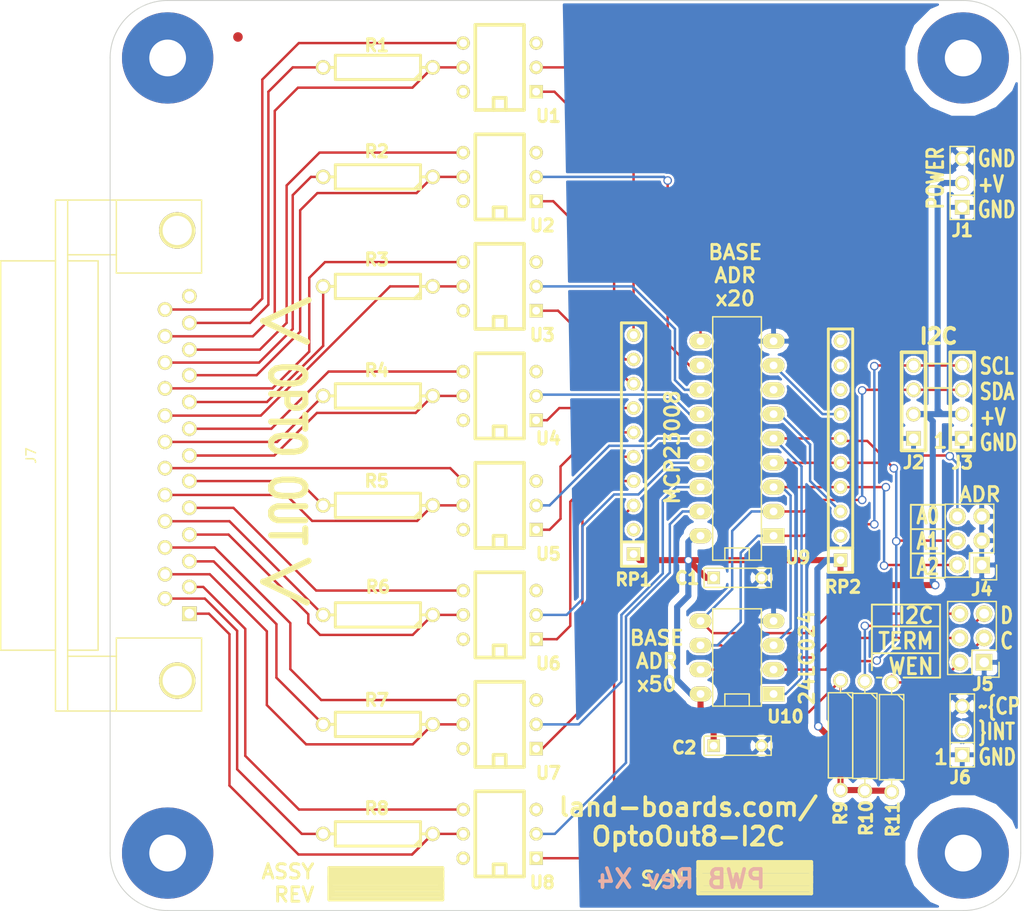
<source format=kicad_pcb>
(kicad_pcb (version 4) (host pcbnew "(after 2015-mar-04 BZR unknown)-product")

  (general
    (links 95)
    (no_connects 0)
    (area 9.949999 9.949999 105.050001 105.050001)
    (thickness 1.6)
    (drawings 50)
    (tracks 353)
    (zones 0)
    (modules 40)
    (nets 53)
  )

  (page B)
  (title_block
    (title "8-Channel Opto-Isolated Output I2C")
    (rev X1)
    (company land-boards.com)
  )

  (layers
    (0 F.Cu signal)
    (31 B.Cu signal)
    (36 B.SilkS user)
    (37 F.SilkS user)
    (38 B.Mask user)
    (39 F.Mask user)
    (42 Eco1.User user)
    (44 Edge.Cuts user)
  )

  (setup
    (last_trace_width 0.254)
    (trace_clearance 0.2032)
    (zone_clearance 0.254)
    (zone_45_only no)
    (trace_min 0.254)
    (segment_width 0.2)
    (edge_width 0.1)
    (via_size 0.889)
    (via_drill 0.635)
    (via_min_size 0.889)
    (via_min_drill 0.508)
    (uvia_size 0.508)
    (uvia_drill 0.127)
    (uvias_allowed no)
    (uvia_min_size 0.508)
    (uvia_min_drill 0.127)
    (pcb_text_width 0.3)
    (pcb_text_size 1.5 1.5)
    (mod_edge_width 0.15)
    (mod_text_size 1.27 1.27)
    (mod_text_width 0.3175)
    (pad_size 1 1)
    (pad_drill 0)
    (pad_to_mask_clearance 0)
    (aux_axis_origin 0 0)
    (visible_elements 7FFFEF7F)
    (pcbplotparams
      (layerselection 0x010f0_80000001)
      (usegerberextensions true)
      (excludeedgelayer true)
      (linewidth 0.150000)
      (plotframeref false)
      (viasonmask false)
      (mode 1)
      (useauxorigin false)
      (hpglpennumber 1)
      (hpglpenspeed 20)
      (hpglpendiameter 15)
      (hpglpenoverlay 2)
      (psnegative false)
      (psa4output false)
      (plotreference true)
      (plotvalue true)
      (plotinvisibletext false)
      (padsonsilk false)
      (subtractmaskfromsilk false)
      (outputformat 1)
      (mirror false)
      (drillshape 0)
      (scaleselection 1)
      (outputdirectory plots/))
  )

  (net 0 "")
  (net 1 /A0)
  (net 2 /A1)
  (net 3 /A2)
  (net 4 /SCL)
  (net 5 /SDA)
  (net 6 /VCC)
  (net 7 GND)
  (net 8 "Net-(RP1-Pad3)")
  (net 9 "Net-(RP1-Pad4)")
  (net 10 "Net-(RP1-Pad5)")
  (net 11 "Net-(RP1-Pad6)")
  (net 12 "Net-(RP1-Pad7)")
  (net 13 "Net-(RP1-Pad8)")
  (net 14 "Net-(RP1-Pad9)")
  (net 15 "Net-(RP1-Pad10)")
  (net 16 "Net-(RP2-Pad3)")
  (net 17 "Net-(RP2-Pad7)")
  (net 18 "Net-(U1-Pad2)")
  (net 19 "Net-(U2-Pad2)")
  (net 20 "Net-(U3-Pad2)")
  (net 21 "Net-(U4-Pad2)")
  (net 22 "Net-(U5-Pad2)")
  (net 23 "Net-(U6-Pad2)")
  (net 24 "Net-(U7-Pad2)")
  (net 25 "Net-(U8-Pad2)")
  (net 26 "Net-(J5-Pad3)")
  (net 27 "Net-(J5-Pad2)")
  (net 28 "Net-(J5-Pad5)")
  (net 29 /S7)
  (net 30 /G7)
  (net 31 /V6)
  (net 32 /S5)
  (net 33 /G5)
  (net 34 /V4)
  (net 35 /S3)
  (net 36 /G3)
  (net 37 /V2)
  (net 38 /S1)
  (net 39 /G1)
  (net 40 /V0)
  (net 41 /V7)
  (net 42 /S6)
  (net 43 /G6)
  (net 44 /V5)
  (net 45 /S4)
  (net 46 /G4)
  (net 47 /V3)
  (net 48 /S2)
  (net 49 /G2)
  (net 50 /V1)
  (net 51 /S0)
  (net 52 /G0)

  (net_class Default "This is the default net class."
    (clearance 0.2032)
    (trace_width 0.254)
    (via_dia 0.889)
    (via_drill 0.635)
    (uvia_dia 0.508)
    (uvia_drill 0.127)
    (add_net /A0)
    (add_net /A1)
    (add_net /A2)
    (add_net /G0)
    (add_net /G1)
    (add_net /G2)
    (add_net /G3)
    (add_net /G4)
    (add_net /G5)
    (add_net /G6)
    (add_net /G7)
    (add_net /S0)
    (add_net /S1)
    (add_net /S2)
    (add_net /S3)
    (add_net /S4)
    (add_net /S5)
    (add_net /S6)
    (add_net /S7)
    (add_net /SCL)
    (add_net /SDA)
    (add_net /V0)
    (add_net /V1)
    (add_net /V2)
    (add_net /V3)
    (add_net /V4)
    (add_net /V5)
    (add_net /V6)
    (add_net /V7)
    (add_net GND)
    (add_net "Net-(J5-Pad2)")
    (add_net "Net-(J5-Pad3)")
    (add_net "Net-(J5-Pad5)")
    (add_net "Net-(RP1-Pad10)")
    (add_net "Net-(RP1-Pad3)")
    (add_net "Net-(RP1-Pad4)")
    (add_net "Net-(RP1-Pad5)")
    (add_net "Net-(RP1-Pad6)")
    (add_net "Net-(RP1-Pad7)")
    (add_net "Net-(RP1-Pad8)")
    (add_net "Net-(RP1-Pad9)")
    (add_net "Net-(RP2-Pad3)")
    (add_net "Net-(RP2-Pad7)")
    (add_net "Net-(U1-Pad2)")
    (add_net "Net-(U2-Pad2)")
    (add_net "Net-(U3-Pad2)")
    (add_net "Net-(U4-Pad2)")
    (add_net "Net-(U5-Pad2)")
    (add_net "Net-(U6-Pad2)")
    (add_net "Net-(U7-Pad2)")
    (add_net "Net-(U8-Pad2)")
  )

  (net_class POWER ""
    (clearance 0.635)
    (trace_width 0.635)
    (via_dia 0.889)
    (via_drill 0.635)
    (uvia_dia 0.508)
    (uvia_drill 0.127)
    (add_net /VCC)
  )

  (module REV_BLOCK (layer F.Cu) (tedit 50F8397A) (tstamp 537DED74)
    (at 77.691 101.44 180)
    (path /537A64A5)
    (fp_text reference ST1 (at 0.508 3.429 180) (layer F.SilkS) hide
      (effects (font (size 1.27 1.27) (thickness 0.3175)))
    )
    (fp_text value CONN_1 (at 1.143 5.715 180) (layer F.SilkS) hide
      (effects (font (thickness 0.3048)))
    )
    (fp_line (start -5.334 -1.27) (end 6.096 -1.27) (layer F.SilkS) (width 0.635))
    (fp_line (start 6.096 -1.27) (end 6.096 -0.635) (layer F.SilkS) (width 0.635))
    (fp_line (start 6.096 -0.635) (end -5.334 -0.635) (layer F.SilkS) (width 0.635))
    (fp_line (start -5.334 -0.635) (end -5.334 0) (layer F.SilkS) (width 0.635))
    (fp_line (start -5.334 0) (end 6.223 0) (layer F.SilkS) (width 0.635))
    (fp_line (start 6.223 0) (end 6.223 0.635) (layer F.SilkS) (width 0.635))
    (fp_line (start 6.223 0.635) (end -5.334 0.635) (layer F.SilkS) (width 0.635))
    (fp_line (start -5.334 0.635) (end -5.334 1.143) (layer F.SilkS) (width 0.635))
    (fp_line (start -5.334 1.143) (end 6.096 1.143) (layer F.SilkS) (width 0.635))
    (fp_line (start 6.35 -1.778) (end -5.461 -1.778) (layer F.SilkS) (width 0.381))
    (fp_line (start -5.461 -1.778) (end -5.461 1.524) (layer F.SilkS) (width 0.381))
    (fp_line (start -5.461 1.524) (end 6.35 1.524) (layer F.SilkS) (width 0.381))
    (fp_line (start 6.35 1.524) (end 6.35 -1.778) (layer F.SilkS) (width 0.381))
  )

  (module R4-5 (layer F.Cu) (tedit 53962019) (tstamp 537A5141)
    (at 37.94 16.985 180)
    (path /537A5AA0)
    (fp_text reference R1 (at 0.127 2.286 180) (layer F.SilkS)
      (effects (font (size 1.27 1.27) (thickness 0.3175)))
    )
    (fp_text value 4.7K (at 0 0 180) (layer F.SilkS) hide
      (effects (font (size 1.524 1.016) (thickness 0.3048)))
    )
    (fp_line (start -4.445 -1.27) (end -4.445 1.27) (layer F.SilkS) (width 0.3048))
    (fp_line (start -4.445 1.27) (end 4.445 1.27) (layer F.SilkS) (width 0.3048))
    (fp_line (start 4.445 1.27) (end 4.445 -1.27) (layer F.SilkS) (width 0.3048))
    (fp_line (start 4.445 -1.27) (end -4.445 -1.27) (layer F.SilkS) (width 0.3048))
    (fp_line (start -4.445 -0.635) (end -3.81 -1.27) (layer F.SilkS) (width 0.3048))
    (fp_line (start -4.445 0) (end -5.715 0) (layer F.SilkS) (width 0.3048))
    (fp_line (start 4.445 0) (end 5.715 0) (layer F.SilkS) (width 0.3048))
    (pad 1 thru_hole circle (at -5.715 0 180) (size 1.524 1.524) (drill 1.016) (layers *.Cu *.Mask F.SilkS)
      (net 51 /S0))
    (pad 2 thru_hole circle (at 5.715 0 180) (size 1.524 1.524) (drill 1.016) (layers *.Cu *.Mask F.SilkS)
      (net 40 /V0))
    (model discret/resistor.wrl
      (at (xyz 0 0 0))
      (scale (xyz 0.45 0.45 0.45))
      (rotate (xyz 0 0 0))
    )
  )

  (module R4-5 (layer F.Cu) (tedit 5396201C) (tstamp 537A514E)
    (at 37.94 28.415 180)
    (path /537A5A97)
    (fp_text reference R2 (at 0.127 2.667 180) (layer F.SilkS)
      (effects (font (size 1.27 1.27) (thickness 0.3175)))
    )
    (fp_text value 4.7K (at 0 0 180) (layer F.SilkS) hide
      (effects (font (size 1.524 1.016) (thickness 0.3048)))
    )
    (fp_line (start -4.445 -1.27) (end -4.445 1.27) (layer F.SilkS) (width 0.3048))
    (fp_line (start -4.445 1.27) (end 4.445 1.27) (layer F.SilkS) (width 0.3048))
    (fp_line (start 4.445 1.27) (end 4.445 -1.27) (layer F.SilkS) (width 0.3048))
    (fp_line (start 4.445 -1.27) (end -4.445 -1.27) (layer F.SilkS) (width 0.3048))
    (fp_line (start -4.445 -0.635) (end -3.81 -1.27) (layer F.SilkS) (width 0.3048))
    (fp_line (start -4.445 0) (end -5.715 0) (layer F.SilkS) (width 0.3048))
    (fp_line (start 4.445 0) (end 5.715 0) (layer F.SilkS) (width 0.3048))
    (pad 1 thru_hole circle (at -5.715 0 180) (size 1.524 1.524) (drill 1.016) (layers *.Cu *.Mask F.SilkS)
      (net 38 /S1))
    (pad 2 thru_hole circle (at 5.715 0 180) (size 1.524 1.524) (drill 1.016) (layers *.Cu *.Mask F.SilkS)
      (net 50 /V1))
    (model discret/resistor.wrl
      (at (xyz 0 0 0))
      (scale (xyz 0.45 0.45 0.45))
      (rotate (xyz 0 0 0))
    )
  )

  (module R4-5 (layer F.Cu) (tedit 5396201F) (tstamp 537A515B)
    (at 37.94 39.845 180)
    (path /537A574F)
    (fp_text reference R3 (at 0.127 2.794 180) (layer F.SilkS)
      (effects (font (size 1.27 1.27) (thickness 0.3175)))
    )
    (fp_text value 4.7K (at 0 0 180) (layer F.SilkS) hide
      (effects (font (size 1.524 1.016) (thickness 0.3048)))
    )
    (fp_line (start -4.445 -1.27) (end -4.445 1.27) (layer F.SilkS) (width 0.3048))
    (fp_line (start -4.445 1.27) (end 4.445 1.27) (layer F.SilkS) (width 0.3048))
    (fp_line (start 4.445 1.27) (end 4.445 -1.27) (layer F.SilkS) (width 0.3048))
    (fp_line (start 4.445 -1.27) (end -4.445 -1.27) (layer F.SilkS) (width 0.3048))
    (fp_line (start -4.445 -0.635) (end -3.81 -1.27) (layer F.SilkS) (width 0.3048))
    (fp_line (start -4.445 0) (end -5.715 0) (layer F.SilkS) (width 0.3048))
    (fp_line (start 4.445 0) (end 5.715 0) (layer F.SilkS) (width 0.3048))
    (pad 1 thru_hole circle (at -5.715 0 180) (size 1.524 1.524) (drill 1.016) (layers *.Cu *.Mask F.SilkS)
      (net 48 /S2))
    (pad 2 thru_hole circle (at 5.715 0 180) (size 1.524 1.524) (drill 1.016) (layers *.Cu *.Mask F.SilkS)
      (net 37 /V2))
    (model discret/resistor.wrl
      (at (xyz 0 0 0))
      (scale (xyz 0.45 0.45 0.45))
      (rotate (xyz 0 0 0))
    )
  )

  (module R4-5 (layer F.Cu) (tedit 53962022) (tstamp 537A5168)
    (at 37.94 51.275 180)
    (path /537A5669)
    (fp_text reference R4 (at 0.127 2.667 180) (layer F.SilkS)
      (effects (font (size 1.27 1.27) (thickness 0.3175)))
    )
    (fp_text value 4.7K (at 0 0 180) (layer F.SilkS) hide
      (effects (font (size 1.524 1.016) (thickness 0.3048)))
    )
    (fp_line (start -4.445 -1.27) (end -4.445 1.27) (layer F.SilkS) (width 0.3048))
    (fp_line (start -4.445 1.27) (end 4.445 1.27) (layer F.SilkS) (width 0.3048))
    (fp_line (start 4.445 1.27) (end 4.445 -1.27) (layer F.SilkS) (width 0.3048))
    (fp_line (start 4.445 -1.27) (end -4.445 -1.27) (layer F.SilkS) (width 0.3048))
    (fp_line (start -4.445 -0.635) (end -3.81 -1.27) (layer F.SilkS) (width 0.3048))
    (fp_line (start -4.445 0) (end -5.715 0) (layer F.SilkS) (width 0.3048))
    (fp_line (start 4.445 0) (end 5.715 0) (layer F.SilkS) (width 0.3048))
    (pad 1 thru_hole circle (at -5.715 0 180) (size 1.524 1.524) (drill 1.016) (layers *.Cu *.Mask F.SilkS)
      (net 35 /S3))
    (pad 2 thru_hole circle (at 5.715 0 180) (size 1.524 1.524) (drill 1.016) (layers *.Cu *.Mask F.SilkS)
      (net 47 /V3))
    (model discret/resistor.wrl
      (at (xyz 0 0 0))
      (scale (xyz 0.45 0.45 0.45))
      (rotate (xyz 0 0 0))
    )
  )

  (module R4-5 (layer F.Cu) (tedit 53962025) (tstamp 537A5175)
    (at 37.94 62.705 180)
    (path /537A54AD)
    (fp_text reference R5 (at 0.127 2.54 180) (layer F.SilkS)
      (effects (font (size 1.27 1.27) (thickness 0.3175)))
    )
    (fp_text value 4.7K (at 0 0 180) (layer F.SilkS) hide
      (effects (font (size 1.524 1.016) (thickness 0.3048)))
    )
    (fp_line (start -4.445 -1.27) (end -4.445 1.27) (layer F.SilkS) (width 0.3048))
    (fp_line (start -4.445 1.27) (end 4.445 1.27) (layer F.SilkS) (width 0.3048))
    (fp_line (start 4.445 1.27) (end 4.445 -1.27) (layer F.SilkS) (width 0.3048))
    (fp_line (start 4.445 -1.27) (end -4.445 -1.27) (layer F.SilkS) (width 0.3048))
    (fp_line (start -4.445 -0.635) (end -3.81 -1.27) (layer F.SilkS) (width 0.3048))
    (fp_line (start -4.445 0) (end -5.715 0) (layer F.SilkS) (width 0.3048))
    (fp_line (start 4.445 0) (end 5.715 0) (layer F.SilkS) (width 0.3048))
    (pad 1 thru_hole circle (at -5.715 0 180) (size 1.524 1.524) (drill 1.016) (layers *.Cu *.Mask F.SilkS)
      (net 45 /S4))
    (pad 2 thru_hole circle (at 5.715 0 180) (size 1.524 1.524) (drill 1.016) (layers *.Cu *.Mask F.SilkS)
      (net 34 /V4))
    (model discret/resistor.wrl
      (at (xyz 0 0 0))
      (scale (xyz 0.45 0.45 0.45))
      (rotate (xyz 0 0 0))
    )
  )

  (module R4-5 (layer F.Cu) (tedit 53962028) (tstamp 537A5182)
    (at 37.94 74.135 180)
    (path /537A5263)
    (fp_text reference R6 (at 0 2.921 180) (layer F.SilkS)
      (effects (font (size 1.27 1.27) (thickness 0.3175)))
    )
    (fp_text value 4.7K (at 0 0 180) (layer F.SilkS) hide
      (effects (font (size 1.524 1.016) (thickness 0.3048)))
    )
    (fp_line (start -4.445 -1.27) (end -4.445 1.27) (layer F.SilkS) (width 0.3048))
    (fp_line (start -4.445 1.27) (end 4.445 1.27) (layer F.SilkS) (width 0.3048))
    (fp_line (start 4.445 1.27) (end 4.445 -1.27) (layer F.SilkS) (width 0.3048))
    (fp_line (start 4.445 -1.27) (end -4.445 -1.27) (layer F.SilkS) (width 0.3048))
    (fp_line (start -4.445 -0.635) (end -3.81 -1.27) (layer F.SilkS) (width 0.3048))
    (fp_line (start -4.445 0) (end -5.715 0) (layer F.SilkS) (width 0.3048))
    (fp_line (start 4.445 0) (end 5.715 0) (layer F.SilkS) (width 0.3048))
    (pad 1 thru_hole circle (at -5.715 0 180) (size 1.524 1.524) (drill 1.016) (layers *.Cu *.Mask F.SilkS)
      (net 32 /S5))
    (pad 2 thru_hole circle (at 5.715 0 180) (size 1.524 1.524) (drill 1.016) (layers *.Cu *.Mask F.SilkS)
      (net 44 /V5))
    (model discret/resistor.wrl
      (at (xyz 0 0 0))
      (scale (xyz 0.45 0.45 0.45))
      (rotate (xyz 0 0 0))
    )
  )

  (module R4-5 (layer F.Cu) (tedit 5396202F) (tstamp 537A518F)
    (at 37.94 96.995 180)
    (path /537A5195)
    (fp_text reference R8 (at 0.127 2.667 180) (layer F.SilkS)
      (effects (font (size 1.27 1.27) (thickness 0.3175)))
    )
    (fp_text value 4.7K (at 0 0 180) (layer F.SilkS) hide
      (effects (font (size 1.524 1.016) (thickness 0.3048)))
    )
    (fp_line (start -4.445 -1.27) (end -4.445 1.27) (layer F.SilkS) (width 0.3048))
    (fp_line (start -4.445 1.27) (end 4.445 1.27) (layer F.SilkS) (width 0.3048))
    (fp_line (start 4.445 1.27) (end 4.445 -1.27) (layer F.SilkS) (width 0.3048))
    (fp_line (start 4.445 -1.27) (end -4.445 -1.27) (layer F.SilkS) (width 0.3048))
    (fp_line (start -4.445 -0.635) (end -3.81 -1.27) (layer F.SilkS) (width 0.3048))
    (fp_line (start -4.445 0) (end -5.715 0) (layer F.SilkS) (width 0.3048))
    (fp_line (start 4.445 0) (end 5.715 0) (layer F.SilkS) (width 0.3048))
    (pad 1 thru_hole circle (at -5.715 0 180) (size 1.524 1.524) (drill 1.016) (layers *.Cu *.Mask F.SilkS)
      (net 29 /S7))
    (pad 2 thru_hole circle (at 5.715 0 180) (size 1.524 1.524) (drill 1.016) (layers *.Cu *.Mask F.SilkS)
      (net 41 /V7))
    (model discret/resistor.wrl
      (at (xyz 0 0 0))
      (scale (xyz 0.45 0.45 0.45))
      (rotate (xyz 0 0 0))
    )
  )

  (module R4-5 (layer F.Cu) (tedit 5396202A) (tstamp 537A519C)
    (at 37.94 85.565 180)
    (path /537A50C8)
    (fp_text reference R7 (at 0.127 2.54 180) (layer F.SilkS)
      (effects (font (size 1.27 1.27) (thickness 0.3175)))
    )
    (fp_text value 4.7K (at 0 0 180) (layer F.SilkS) hide
      (effects (font (size 1.524 1.016) (thickness 0.3048)))
    )
    (fp_line (start -4.445 -1.27) (end -4.445 1.27) (layer F.SilkS) (width 0.3048))
    (fp_line (start -4.445 1.27) (end 4.445 1.27) (layer F.SilkS) (width 0.3048))
    (fp_line (start 4.445 1.27) (end 4.445 -1.27) (layer F.SilkS) (width 0.3048))
    (fp_line (start 4.445 -1.27) (end -4.445 -1.27) (layer F.SilkS) (width 0.3048))
    (fp_line (start -4.445 -0.635) (end -3.81 -1.27) (layer F.SilkS) (width 0.3048))
    (fp_line (start -4.445 0) (end -5.715 0) (layer F.SilkS) (width 0.3048))
    (fp_line (start 4.445 0) (end 5.715 0) (layer F.SilkS) (width 0.3048))
    (pad 1 thru_hole circle (at -5.715 0 180) (size 1.524 1.524) (drill 1.016) (layers *.Cu *.Mask F.SilkS)
      (net 42 /S6))
    (pad 2 thru_hole circle (at 5.715 0 180) (size 1.524 1.524) (drill 1.016) (layers *.Cu *.Mask F.SilkS)
      (net 31 /V6))
    (model discret/resistor.wrl
      (at (xyz 0 0 0))
      (scale (xyz 0.45 0.45 0.45))
      (rotate (xyz 0 0 0))
    )
  )

  (module DIP-6__300 (layer F.Cu) (tedit 53908BB4) (tstamp 537A5208)
    (at 50.64 96.995 90)
    (descr "6 pins DIL package, round pads")
    (tags DIL)
    (path /537A4D39)
    (fp_text reference U8 (at -5.08 4.445 180) (layer F.SilkS)
      (effects (font (size 1.27 1.27) (thickness 0.3175)))
    )
    (fp_text value 4N26 (at 0 0 90) (layer F.SilkS) hide
      (effects (font (size 1.524 0.889) (thickness 0.2032)))
    )
    (fp_line (start -4.445 -2.54) (end 4.445 -2.54) (layer F.SilkS) (width 0.381))
    (fp_line (start 4.445 -2.54) (end 4.445 2.54) (layer F.SilkS) (width 0.381))
    (fp_line (start 4.445 2.54) (end -4.445 2.54) (layer F.SilkS) (width 0.381))
    (fp_line (start -4.445 2.54) (end -4.445 -2.54) (layer F.SilkS) (width 0.381))
    (fp_line (start -4.445 -0.635) (end -3.175 -0.635) (layer F.SilkS) (width 0.381))
    (fp_line (start -3.175 -0.635) (end -3.175 0.635) (layer F.SilkS) (width 0.381))
    (fp_line (start -3.175 0.635) (end -4.445 0.635) (layer F.SilkS) (width 0.381))
    (pad 1 thru_hole rect (at -2.54 3.81 90) (size 1.397 1.397) (drill 0.8128) (layers *.Cu *.Mask F.SilkS)
      (net 8 "Net-(RP1-Pad3)"))
    (pad 2 thru_hole circle (at 0 3.81 90) (size 1.397 1.397) (drill 0.8128) (layers *.Cu *.Mask F.SilkS)
      (net 25 "Net-(U8-Pad2)"))
    (pad 3 thru_hole circle (at 2.54 3.81 90) (size 1.397 1.397) (drill 0.8128) (layers *.Cu *.Mask F.SilkS))
    (pad 4 thru_hole circle (at 2.54 -3.81 90) (size 1.397 1.397) (drill 0.8128) (layers *.Cu *.Mask F.SilkS)
      (net 30 /G7))
    (pad 5 thru_hole circle (at 0 -3.81 90) (size 1.397 1.397) (drill 0.8128) (layers *.Cu *.Mask F.SilkS)
      (net 29 /S7))
    (pad 6 thru_hole circle (at -2.54 -3.81 90) (size 1.397 1.397) (drill 0.8128) (layers *.Cu *.Mask F.SilkS))
    (model dil/dil_6.wrl
      (at (xyz 0 0 0))
      (scale (xyz 1 1 1))
      (rotate (xyz 0 0 0))
    )
  )

  (module DIP-6__300 (layer F.Cu) (tedit 53908B95) (tstamp 537A5219)
    (at 50.64 16.985 90)
    (descr "6 pins DIL package, round pads")
    (tags DIL)
    (path /537A4DAC)
    (fp_text reference U1 (at -5.08 5.08 180) (layer F.SilkS)
      (effects (font (size 1.27 1.27) (thickness 0.3175)))
    )
    (fp_text value 4N26 (at 0 0 90) (layer F.SilkS) hide
      (effects (font (size 1.524 0.889) (thickness 0.2032)))
    )
    (fp_line (start -4.445 -2.54) (end 4.445 -2.54) (layer F.SilkS) (width 0.381))
    (fp_line (start 4.445 -2.54) (end 4.445 2.54) (layer F.SilkS) (width 0.381))
    (fp_line (start 4.445 2.54) (end -4.445 2.54) (layer F.SilkS) (width 0.381))
    (fp_line (start -4.445 2.54) (end -4.445 -2.54) (layer F.SilkS) (width 0.381))
    (fp_line (start -4.445 -0.635) (end -3.175 -0.635) (layer F.SilkS) (width 0.381))
    (fp_line (start -3.175 -0.635) (end -3.175 0.635) (layer F.SilkS) (width 0.381))
    (fp_line (start -3.175 0.635) (end -4.445 0.635) (layer F.SilkS) (width 0.381))
    (pad 1 thru_hole rect (at -2.54 3.81 90) (size 1.397 1.397) (drill 0.8128) (layers *.Cu *.Mask F.SilkS)
      (net 15 "Net-(RP1-Pad10)"))
    (pad 2 thru_hole circle (at 0 3.81 90) (size 1.397 1.397) (drill 0.8128) (layers *.Cu *.Mask F.SilkS)
      (net 18 "Net-(U1-Pad2)"))
    (pad 3 thru_hole circle (at 2.54 3.81 90) (size 1.397 1.397) (drill 0.8128) (layers *.Cu *.Mask F.SilkS))
    (pad 4 thru_hole circle (at 2.54 -3.81 90) (size 1.397 1.397) (drill 0.8128) (layers *.Cu *.Mask F.SilkS)
      (net 52 /G0))
    (pad 5 thru_hole circle (at 0 -3.81 90) (size 1.397 1.397) (drill 0.8128) (layers *.Cu *.Mask F.SilkS)
      (net 51 /S0))
    (pad 6 thru_hole circle (at -2.54 -3.81 90) (size 1.397 1.397) (drill 0.8128) (layers *.Cu *.Mask F.SilkS))
    (model dil/dil_6.wrl
      (at (xyz 0 0 0))
      (scale (xyz 1 1 1))
      (rotate (xyz 0 0 0))
    )
  )

  (module DIP-6__300 (layer F.Cu) (tedit 53908B9A) (tstamp 537A522A)
    (at 50.64 28.415 90)
    (descr "6 pins DIL package, round pads")
    (tags DIL)
    (path /537A4D9D)
    (fp_text reference U2 (at -5.08 4.445 180) (layer F.SilkS)
      (effects (font (size 1.27 1.27) (thickness 0.3175)))
    )
    (fp_text value 4N26 (at 0 0 90) (layer F.SilkS) hide
      (effects (font (size 1.524 0.889) (thickness 0.2032)))
    )
    (fp_line (start -4.445 -2.54) (end 4.445 -2.54) (layer F.SilkS) (width 0.381))
    (fp_line (start 4.445 -2.54) (end 4.445 2.54) (layer F.SilkS) (width 0.381))
    (fp_line (start 4.445 2.54) (end -4.445 2.54) (layer F.SilkS) (width 0.381))
    (fp_line (start -4.445 2.54) (end -4.445 -2.54) (layer F.SilkS) (width 0.381))
    (fp_line (start -4.445 -0.635) (end -3.175 -0.635) (layer F.SilkS) (width 0.381))
    (fp_line (start -3.175 -0.635) (end -3.175 0.635) (layer F.SilkS) (width 0.381))
    (fp_line (start -3.175 0.635) (end -4.445 0.635) (layer F.SilkS) (width 0.381))
    (pad 1 thru_hole rect (at -2.54 3.81 90) (size 1.397 1.397) (drill 0.8128) (layers *.Cu *.Mask F.SilkS)
      (net 14 "Net-(RP1-Pad9)"))
    (pad 2 thru_hole circle (at 0 3.81 90) (size 1.397 1.397) (drill 0.8128) (layers *.Cu *.Mask F.SilkS)
      (net 19 "Net-(U2-Pad2)"))
    (pad 3 thru_hole circle (at 2.54 3.81 90) (size 1.397 1.397) (drill 0.8128) (layers *.Cu *.Mask F.SilkS))
    (pad 4 thru_hole circle (at 2.54 -3.81 90) (size 1.397 1.397) (drill 0.8128) (layers *.Cu *.Mask F.SilkS)
      (net 39 /G1))
    (pad 5 thru_hole circle (at 0 -3.81 90) (size 1.397 1.397) (drill 0.8128) (layers *.Cu *.Mask F.SilkS)
      (net 38 /S1))
    (pad 6 thru_hole circle (at -2.54 -3.81 90) (size 1.397 1.397) (drill 0.8128) (layers *.Cu *.Mask F.SilkS))
    (model dil/dil_6.wrl
      (at (xyz 0 0 0))
      (scale (xyz 1 1 1))
      (rotate (xyz 0 0 0))
    )
  )

  (module DIP-6__300 (layer F.Cu) (tedit 53908B9F) (tstamp 537A523B)
    (at 50.64 39.845 90)
    (descr "6 pins DIL package, round pads")
    (tags DIL)
    (path /537A4D8E)
    (fp_text reference U3 (at -5.08 4.445 180) (layer F.SilkS)
      (effects (font (size 1.27 1.27) (thickness 0.3175)))
    )
    (fp_text value 4N26 (at 0 0 90) (layer F.SilkS) hide
      (effects (font (size 1.524 0.889) (thickness 0.2032)))
    )
    (fp_line (start -4.445 -2.54) (end 4.445 -2.54) (layer F.SilkS) (width 0.381))
    (fp_line (start 4.445 -2.54) (end 4.445 2.54) (layer F.SilkS) (width 0.381))
    (fp_line (start 4.445 2.54) (end -4.445 2.54) (layer F.SilkS) (width 0.381))
    (fp_line (start -4.445 2.54) (end -4.445 -2.54) (layer F.SilkS) (width 0.381))
    (fp_line (start -4.445 -0.635) (end -3.175 -0.635) (layer F.SilkS) (width 0.381))
    (fp_line (start -3.175 -0.635) (end -3.175 0.635) (layer F.SilkS) (width 0.381))
    (fp_line (start -3.175 0.635) (end -4.445 0.635) (layer F.SilkS) (width 0.381))
    (pad 1 thru_hole rect (at -2.54 3.81 90) (size 1.397 1.397) (drill 0.8128) (layers *.Cu *.Mask F.SilkS)
      (net 13 "Net-(RP1-Pad8)"))
    (pad 2 thru_hole circle (at 0 3.81 90) (size 1.397 1.397) (drill 0.8128) (layers *.Cu *.Mask F.SilkS)
      (net 20 "Net-(U3-Pad2)"))
    (pad 3 thru_hole circle (at 2.54 3.81 90) (size 1.397 1.397) (drill 0.8128) (layers *.Cu *.Mask F.SilkS))
    (pad 4 thru_hole circle (at 2.54 -3.81 90) (size 1.397 1.397) (drill 0.8128) (layers *.Cu *.Mask F.SilkS)
      (net 49 /G2))
    (pad 5 thru_hole circle (at 0 -3.81 90) (size 1.397 1.397) (drill 0.8128) (layers *.Cu *.Mask F.SilkS)
      (net 48 /S2))
    (pad 6 thru_hole circle (at -2.54 -3.81 90) (size 1.397 1.397) (drill 0.8128) (layers *.Cu *.Mask F.SilkS))
    (model dil/dil_6.wrl
      (at (xyz 0 0 0))
      (scale (xyz 1 1 1))
      (rotate (xyz 0 0 0))
    )
  )

  (module DIP-6__300 (layer F.Cu) (tedit 53908BA3) (tstamp 537A524C)
    (at 50.64 51.275 90)
    (descr "6 pins DIL package, round pads")
    (tags DIL)
    (path /537A4D75)
    (fp_text reference U4 (at -4.445 5.08 180) (layer F.SilkS)
      (effects (font (size 1.27 1.27) (thickness 0.3175)))
    )
    (fp_text value 4N26 (at 0 0 90) (layer F.SilkS) hide
      (effects (font (size 1.524 0.889) (thickness 0.2032)))
    )
    (fp_line (start -4.445 -2.54) (end 4.445 -2.54) (layer F.SilkS) (width 0.381))
    (fp_line (start 4.445 -2.54) (end 4.445 2.54) (layer F.SilkS) (width 0.381))
    (fp_line (start 4.445 2.54) (end -4.445 2.54) (layer F.SilkS) (width 0.381))
    (fp_line (start -4.445 2.54) (end -4.445 -2.54) (layer F.SilkS) (width 0.381))
    (fp_line (start -4.445 -0.635) (end -3.175 -0.635) (layer F.SilkS) (width 0.381))
    (fp_line (start -3.175 -0.635) (end -3.175 0.635) (layer F.SilkS) (width 0.381))
    (fp_line (start -3.175 0.635) (end -4.445 0.635) (layer F.SilkS) (width 0.381))
    (pad 1 thru_hole rect (at -2.54 3.81 90) (size 1.397 1.397) (drill 0.8128) (layers *.Cu *.Mask F.SilkS)
      (net 12 "Net-(RP1-Pad7)"))
    (pad 2 thru_hole circle (at 0 3.81 90) (size 1.397 1.397) (drill 0.8128) (layers *.Cu *.Mask F.SilkS)
      (net 21 "Net-(U4-Pad2)"))
    (pad 3 thru_hole circle (at 2.54 3.81 90) (size 1.397 1.397) (drill 0.8128) (layers *.Cu *.Mask F.SilkS))
    (pad 4 thru_hole circle (at 2.54 -3.81 90) (size 1.397 1.397) (drill 0.8128) (layers *.Cu *.Mask F.SilkS)
      (net 36 /G3))
    (pad 5 thru_hole circle (at 0 -3.81 90) (size 1.397 1.397) (drill 0.8128) (layers *.Cu *.Mask F.SilkS)
      (net 35 /S3))
    (pad 6 thru_hole circle (at -2.54 -3.81 90) (size 1.397 1.397) (drill 0.8128) (layers *.Cu *.Mask F.SilkS))
    (model dil/dil_6.wrl
      (at (xyz 0 0 0))
      (scale (xyz 1 1 1))
      (rotate (xyz 0 0 0))
    )
  )

  (module DIP-6__300 (layer F.Cu) (tedit 53908BA6) (tstamp 537A525D)
    (at 50.64 62.705 90)
    (descr "6 pins DIL package, round pads")
    (tags DIL)
    (path /537A4D66)
    (fp_text reference U5 (at -5.08 5.08 180) (layer F.SilkS)
      (effects (font (size 1.27 1.27) (thickness 0.3175)))
    )
    (fp_text value 4N26 (at 0 0 90) (layer F.SilkS) hide
      (effects (font (size 1.524 0.889) (thickness 0.2032)))
    )
    (fp_line (start -4.445 -2.54) (end 4.445 -2.54) (layer F.SilkS) (width 0.381))
    (fp_line (start 4.445 -2.54) (end 4.445 2.54) (layer F.SilkS) (width 0.381))
    (fp_line (start 4.445 2.54) (end -4.445 2.54) (layer F.SilkS) (width 0.381))
    (fp_line (start -4.445 2.54) (end -4.445 -2.54) (layer F.SilkS) (width 0.381))
    (fp_line (start -4.445 -0.635) (end -3.175 -0.635) (layer F.SilkS) (width 0.381))
    (fp_line (start -3.175 -0.635) (end -3.175 0.635) (layer F.SilkS) (width 0.381))
    (fp_line (start -3.175 0.635) (end -4.445 0.635) (layer F.SilkS) (width 0.381))
    (pad 1 thru_hole rect (at -2.54 3.81 90) (size 1.397 1.397) (drill 0.8128) (layers *.Cu *.Mask F.SilkS)
      (net 11 "Net-(RP1-Pad6)"))
    (pad 2 thru_hole circle (at 0 3.81 90) (size 1.397 1.397) (drill 0.8128) (layers *.Cu *.Mask F.SilkS)
      (net 22 "Net-(U5-Pad2)"))
    (pad 3 thru_hole circle (at 2.54 3.81 90) (size 1.397 1.397) (drill 0.8128) (layers *.Cu *.Mask F.SilkS))
    (pad 4 thru_hole circle (at 2.54 -3.81 90) (size 1.397 1.397) (drill 0.8128) (layers *.Cu *.Mask F.SilkS)
      (net 46 /G4))
    (pad 5 thru_hole circle (at 0 -3.81 90) (size 1.397 1.397) (drill 0.8128) (layers *.Cu *.Mask F.SilkS)
      (net 45 /S4))
    (pad 6 thru_hole circle (at -2.54 -3.81 90) (size 1.397 1.397) (drill 0.8128) (layers *.Cu *.Mask F.SilkS))
    (model dil/dil_6.wrl
      (at (xyz 0 0 0))
      (scale (xyz 1 1 1))
      (rotate (xyz 0 0 0))
    )
  )

  (module DIP-6__300 (layer F.Cu) (tedit 53908BAB) (tstamp 537A526E)
    (at 50.64 74.135 90)
    (descr "6 pins DIL package, round pads")
    (tags DIL)
    (path /537A4D57)
    (fp_text reference U6 (at -5.08 5.08 180) (layer F.SilkS)
      (effects (font (size 1.27 1.27) (thickness 0.3175)))
    )
    (fp_text value 4N26 (at -0.41 0.16 90) (layer F.SilkS) hide
      (effects (font (size 1.524 0.889) (thickness 0.2032)))
    )
    (fp_line (start -4.445 -2.54) (end 4.445 -2.54) (layer F.SilkS) (width 0.381))
    (fp_line (start 4.445 -2.54) (end 4.445 2.54) (layer F.SilkS) (width 0.381))
    (fp_line (start 4.445 2.54) (end -4.445 2.54) (layer F.SilkS) (width 0.381))
    (fp_line (start -4.445 2.54) (end -4.445 -2.54) (layer F.SilkS) (width 0.381))
    (fp_line (start -4.445 -0.635) (end -3.175 -0.635) (layer F.SilkS) (width 0.381))
    (fp_line (start -3.175 -0.635) (end -3.175 0.635) (layer F.SilkS) (width 0.381))
    (fp_line (start -3.175 0.635) (end -4.445 0.635) (layer F.SilkS) (width 0.381))
    (pad 1 thru_hole rect (at -2.54 3.81 90) (size 1.397 1.397) (drill 0.8128) (layers *.Cu *.Mask F.SilkS)
      (net 10 "Net-(RP1-Pad5)"))
    (pad 2 thru_hole circle (at 0 3.81 90) (size 1.397 1.397) (drill 0.8128) (layers *.Cu *.Mask F.SilkS)
      (net 23 "Net-(U6-Pad2)"))
    (pad 3 thru_hole circle (at 2.54 3.81 90) (size 1.397 1.397) (drill 0.8128) (layers *.Cu *.Mask F.SilkS))
    (pad 4 thru_hole circle (at 2.54 -3.81 90) (size 1.397 1.397) (drill 0.8128) (layers *.Cu *.Mask F.SilkS)
      (net 33 /G5))
    (pad 5 thru_hole circle (at 0 -3.81 90) (size 1.397 1.397) (drill 0.8128) (layers *.Cu *.Mask F.SilkS)
      (net 32 /S5))
    (pad 6 thru_hole circle (at -2.54 -3.81 90) (size 1.397 1.397) (drill 0.8128) (layers *.Cu *.Mask F.SilkS))
    (model dil/dil_6.wrl
      (at (xyz 0 0 0))
      (scale (xyz 1 1 1))
      (rotate (xyz 0 0 0))
    )
  )

  (module DIP-6__300 (layer F.Cu) (tedit 53908BB0) (tstamp 537A527F)
    (at 50.64 85.565 90)
    (descr "6 pins DIL package, round pads")
    (tags DIL)
    (path /537A4D48)
    (fp_text reference U7 (at -5.08 5.08 180) (layer F.SilkS)
      (effects (font (size 1.27 1.27) (thickness 0.3175)))
    )
    (fp_text value 4N26 (at 0 0 90) (layer F.SilkS) hide
      (effects (font (size 1.524 0.889) (thickness 0.2032)))
    )
    (fp_line (start -4.445 -2.54) (end 4.445 -2.54) (layer F.SilkS) (width 0.381))
    (fp_line (start 4.445 -2.54) (end 4.445 2.54) (layer F.SilkS) (width 0.381))
    (fp_line (start 4.445 2.54) (end -4.445 2.54) (layer F.SilkS) (width 0.381))
    (fp_line (start -4.445 2.54) (end -4.445 -2.54) (layer F.SilkS) (width 0.381))
    (fp_line (start -4.445 -0.635) (end -3.175 -0.635) (layer F.SilkS) (width 0.381))
    (fp_line (start -3.175 -0.635) (end -3.175 0.635) (layer F.SilkS) (width 0.381))
    (fp_line (start -3.175 0.635) (end -4.445 0.635) (layer F.SilkS) (width 0.381))
    (pad 1 thru_hole rect (at -2.54 3.81 90) (size 1.397 1.397) (drill 0.8128) (layers *.Cu *.Mask F.SilkS)
      (net 9 "Net-(RP1-Pad4)"))
    (pad 2 thru_hole circle (at 0 3.81 90) (size 1.397 1.397) (drill 0.8128) (layers *.Cu *.Mask F.SilkS)
      (net 24 "Net-(U7-Pad2)"))
    (pad 3 thru_hole circle (at 2.54 3.81 90) (size 1.397 1.397) (drill 0.8128) (layers *.Cu *.Mask F.SilkS))
    (pad 4 thru_hole circle (at 2.54 -3.81 90) (size 1.397 1.397) (drill 0.8128) (layers *.Cu *.Mask F.SilkS)
      (net 43 /G6))
    (pad 5 thru_hole circle (at 0 -3.81 90) (size 1.397 1.397) (drill 0.8128) (layers *.Cu *.Mask F.SilkS)
      (net 42 /S6))
    (pad 6 thru_hole circle (at -2.54 -3.81 90) (size 1.397 1.397) (drill 0.8128) (layers *.Cu *.Mask F.SilkS))
    (model dil/dil_6.wrl
      (at (xyz 0 0 0))
      (scale (xyz 1 1 1))
      (rotate (xyz 0 0 0))
    )
  )

  (module MTG-6-32 locked (layer F.Cu) (tedit 50F820A8) (tstamp 537A5BDA)
    (at 16 16 180)
    (path /537A5C77)
    (fp_text reference MTG4 (at 0 -5.588 180) (layer F.SilkS) hide
      (effects (font (size 1.27 1.27) (thickness 0.3175)))
    )
    (fp_text value MTG_HOLE (at 0.254 5.842 180) (layer F.SilkS) hide
      (effects (font (thickness 0.3048)))
    )
    (pad 1 thru_hole circle (at 0 0 180) (size 9.525 9.525) (drill 3.8354) (layers *.Cu *.Mask))
  )

  (module MTG-6-32 locked (layer F.Cu) (tedit 537DEE3D) (tstamp 537A5BDF)
    (at 99 16 180)
    (path /537A5C86)
    (fp_text reference MTG3 (at 0 -5.588 180) (layer F.SilkS) hide
      (effects (font (size 1.27 1.27) (thickness 0.3175)))
    )
    (fp_text value MTG_HOLE (at 0.254 5.842 180) (layer F.SilkS) hide
      (effects (font (thickness 0.3048)))
    )
    (pad 1 thru_hole circle (at 0 0 180) (size 9.525 9.525) (drill 3.8354) (layers *.Cu *.Mask)
      (clearance 1.27))
  )

  (module MTG-6-32 locked (layer F.Cu) (tedit 50F820A8) (tstamp 537A5BE4)
    (at 16 99 180)
    (path /537A5C95)
    (fp_text reference MTG2 (at 0 -5.588 180) (layer F.SilkS) hide
      (effects (font (size 1.27 1.27) (thickness 0.3175)))
    )
    (fp_text value MTG_HOLE (at 0.254 5.842 180) (layer F.SilkS) hide
      (effects (font (thickness 0.3048)))
    )
    (pad 1 thru_hole circle (at 0 0 180) (size 9.525 9.525) (drill 3.8354) (layers *.Cu *.Mask))
  )

  (module MTG-6-32 locked (layer F.Cu) (tedit 537DEE28) (tstamp 537A5BE9)
    (at 99 99 180)
    (path /537A5CA4)
    (fp_text reference MTG1 (at 0 -5.588 180) (layer F.SilkS) hide
      (effects (font (size 1.27 1.27) (thickness 0.3175)))
    )
    (fp_text value MTG_HOLE (at 0.254 5.842 180) (layer F.SilkS) hide
      (effects (font (thickness 0.3048)))
    )
    (pad 1 thru_hole circle (at 0 0 180) (size 9.525 9.525) (drill 3.8354) (layers *.Cu *.Mask)
      (clearance 1.27))
  )

  (module FIDUCIAL (layer F.Cu) (tedit 518BF783) (tstamp 537A5EFD)
    (at 23.335 13.81 180)
    (path /537A5ED2)
    (fp_text reference FID2 (at 0 2.3495 180) (layer F.SilkS) hide
      (effects (font (size 1.27 1.27) (thickness 0.3175)))
    )
    (fp_text value ADAFRUIT_FIDUCIAL (at 0.127 -2.794 180) (layer F.SilkS) hide
      (effects (font (size 1.016 1.016) (thickness 0.2032)))
    )
    (pad 1 smd circle (at 0 0 180) (size 1 1) (layers F.Cu F.Mask)
      (solder_mask_margin 1) (clearance 1))
  )

  (module FIDUCIAL (layer F.Cu) (tedit 53961F54) (tstamp 537A5F02)
    (at 90.01 101.44 180)
    (path /537A5EE1)
    (fp_text reference FID1 (at 0 2.3495 180) (layer F.SilkS) hide
      (effects (font (size 1.27 1.27) (thickness 0.3175)))
    )
    (fp_text value ADAFRUIT_FIDUCIAL (at 0.127 -2.794 180) (layer F.SilkS) hide
      (effects (font (size 1.016 1.016) (thickness 0.2032)))
    )
    (pad 1 smd circle (at -2.54 -1.27 180) (size 1 1) (layers F.Cu F.Mask)
      (solder_mask_margin 1) (clearance 1))
  )

  (module REV_BLOCK (layer F.Cu) (tedit 539089E8) (tstamp 537A612F)
    (at 39.21 102.075 180)
    (path /539098AE)
    (fp_text reference ST2 (at 0.508 3.429 180) (layer F.SilkS) hide
      (effects (font (size 1.27 1.27) (thickness 0.3175)))
    )
    (fp_text value CONN_1 (at 1.143 5.715 180) (layer F.SilkS) hide
      (effects (font (thickness 0.3048)))
    )
    (fp_line (start -5.334 -1.27) (end 6.096 -1.27) (layer F.SilkS) (width 0.635))
    (fp_line (start 6.096 -1.27) (end 6.096 -0.635) (layer F.SilkS) (width 0.635))
    (fp_line (start 6.096 -0.635) (end -5.334 -0.635) (layer F.SilkS) (width 0.635))
    (fp_line (start -5.334 -0.635) (end -5.334 0) (layer F.SilkS) (width 0.635))
    (fp_line (start -5.334 0) (end 6.223 0) (layer F.SilkS) (width 0.635))
    (fp_line (start 6.223 0) (end 6.223 0.635) (layer F.SilkS) (width 0.635))
    (fp_line (start 6.223 0.635) (end -5.334 0.635) (layer F.SilkS) (width 0.635))
    (fp_line (start -5.334 0.635) (end -5.334 1.143) (layer F.SilkS) (width 0.635))
    (fp_line (start -5.334 1.143) (end 6.096 1.143) (layer F.SilkS) (width 0.635))
    (fp_line (start 6.35 -1.778) (end -5.461 -1.778) (layer F.SilkS) (width 0.381))
    (fp_line (start -5.461 -1.778) (end -5.461 1.524) (layer F.SilkS) (width 0.381))
    (fp_line (start -5.461 1.524) (end 6.35 1.524) (layer F.SilkS) (width 0.381))
    (fp_line (start 6.35 1.524) (end 6.35 -1.778) (layer F.SilkS) (width 0.381))
  )

  (module pin_array_4x1 (layer F.Cu) (tedit 5532DD98) (tstamp 537DE31F)
    (at 98.9 55.72)
    (descr "Double rangee de contacts 2 x 4 pins")
    (tags CONN)
    (path /537DE1FC)
    (fp_text reference J3 (at 0 2.54) (layer F.SilkS)
      (effects (font (size 1.27 1.27) (thickness 0.3175)))
    )
    (fp_text value CONN_4 (at 2.25044 -3.2512 90) (layer F.SilkS) hide
      (effects (font (size 1.016 1.016) (thickness 0.2032)))
    )
    (fp_line (start -1.24968 1.24968) (end -1.24968 -8.99922) (layer F.SilkS) (width 0.381))
    (fp_line (start -1.24968 -8.99922) (end 1.24968 -8.99922) (layer F.SilkS) (width 0.381))
    (fp_line (start -1.24968 1.24968) (end 1.24968 1.24968) (layer F.SilkS) (width 0.381))
    (fp_line (start 1.24968 1.24968) (end 1.24968 -8.99922) (layer F.SilkS) (width 0.381))
    (pad 1 thru_hole rect (at 0 0) (size 1.524 1.524) (drill 1.016) (layers *.Cu *.Mask F.SilkS)
      (net 7 GND))
    (pad 2 thru_hole circle (at 0 -2.54) (size 1.524 1.524) (drill 1.016) (layers *.Cu *.Mask F.SilkS)
      (net 6 /VCC))
    (pad 3 thru_hole circle (at 0 -5.08) (size 1.524 1.524) (drill 1.016) (layers *.Cu *.Mask F.SilkS)
      (net 5 /SDA))
    (pad 4 thru_hole circle (at 0 -7.62) (size 1.524 1.524) (drill 1.016) (layers *.Cu *.Mask F.SilkS)
      (net 4 /SCL))
    (model pin_array/pins_array_3x2.wrl
      (at (xyz 0 0 0))
      (scale (xyz 1 1 1))
      (rotate (xyz 0 0 0))
    )
  )

  (module SIL-10 (layer F.Cu) (tedit 53908AAF) (tstamp 538F8A1D)
    (at 64.61 56.355 90)
    (descr "Connecteur 10 pins")
    (tags "CONN DEV")
    (path /538F892E)
    (fp_text reference RP1 (at -14.097 0 180) (layer F.SilkS)
      (effects (font (size 1.27 1.27) (thickness 0.3175)))
    )
    (fp_text value 330-RPACK (at 6.35 -2.54 90) (layer F.SilkS) hide
      (effects (font (size 1.524 1.016) (thickness 0.254)))
    )
    (fp_line (start -12.7 1.27) (end -12.7 -1.27) (layer F.SilkS) (width 0.3048))
    (fp_line (start -12.7 -1.27) (end 12.7 -1.27) (layer F.SilkS) (width 0.3048))
    (fp_line (start 12.7 -1.27) (end 12.7 1.27) (layer F.SilkS) (width 0.3048))
    (fp_line (start 12.7 1.27) (end -12.7 1.27) (layer F.SilkS) (width 0.3048))
    (fp_line (start -10.16 1.27) (end -10.16 -1.27) (layer F.SilkS) (width 0.3048))
    (pad 1 thru_hole rect (at -11.43 0 90) (size 1.397 1.397) (drill 0.8128) (layers *.Cu *.Mask F.SilkS)
      (net 6 /VCC))
    (pad 2 thru_hole circle (at -8.89 0 90) (size 1.397 1.397) (drill 0.8128) (layers *.Cu *.Mask F.SilkS))
    (pad 3 thru_hole circle (at -6.35 0 90) (size 1.397 1.397) (drill 0.8128) (layers *.Cu *.Mask F.SilkS)
      (net 8 "Net-(RP1-Pad3)"))
    (pad 4 thru_hole circle (at -3.81 0 90) (size 1.397 1.397) (drill 0.8128) (layers *.Cu *.Mask F.SilkS)
      (net 9 "Net-(RP1-Pad4)"))
    (pad 5 thru_hole circle (at -1.27 0 90) (size 1.397 1.397) (drill 0.8128) (layers *.Cu *.Mask F.SilkS)
      (net 10 "Net-(RP1-Pad5)"))
    (pad 6 thru_hole circle (at 1.27 0 90) (size 1.397 1.397) (drill 0.8128) (layers *.Cu *.Mask F.SilkS)
      (net 11 "Net-(RP1-Pad6)"))
    (pad 7 thru_hole circle (at 3.81 0 90) (size 1.397 1.397) (drill 0.8128) (layers *.Cu *.Mask F.SilkS)
      (net 12 "Net-(RP1-Pad7)"))
    (pad 8 thru_hole circle (at 6.35 0 90) (size 1.397 1.397) (drill 0.8128) (layers *.Cu *.Mask F.SilkS)
      (net 13 "Net-(RP1-Pad8)"))
    (pad 9 thru_hole circle (at 8.89 0 90) (size 1.397 1.397) (drill 0.8128) (layers *.Cu *.Mask F.SilkS)
      (net 14 "Net-(RP1-Pad9)"))
    (pad 10 thru_hole circle (at 11.43 0 90) (size 1.397 1.397) (drill 0.8128) (layers *.Cu *.Mask F.SilkS)
      (net 15 "Net-(RP1-Pad10)"))
  )

  (module SIL-10 (layer F.Cu) (tedit 53908AB3) (tstamp 538F8A30)
    (at 86.2 56.99 90)
    (descr "Connecteur 10 pins")
    (tags "CONN DEV")
    (path /538F8DD3)
    (fp_text reference RP2 (at -14.224 0.254 180) (layer F.SilkS)
      (effects (font (size 1.27 1.27) (thickness 0.3175)))
    )
    (fp_text value 4.7K-RPACK (at 6.35 -2.54 90) (layer F.SilkS) hide
      (effects (font (size 1.524 1.016) (thickness 0.254)))
    )
    (fp_line (start -12.7 1.27) (end -12.7 -1.27) (layer F.SilkS) (width 0.3048))
    (fp_line (start -12.7 -1.27) (end 12.7 -1.27) (layer F.SilkS) (width 0.3048))
    (fp_line (start 12.7 -1.27) (end 12.7 1.27) (layer F.SilkS) (width 0.3048))
    (fp_line (start 12.7 1.27) (end -12.7 1.27) (layer F.SilkS) (width 0.3048))
    (fp_line (start -10.16 1.27) (end -10.16 -1.27) (layer F.SilkS) (width 0.3048))
    (pad 1 thru_hole rect (at -11.43 0 90) (size 1.397 1.397) (drill 0.8128) (layers *.Cu *.Mask F.SilkS)
      (net 6 /VCC))
    (pad 2 thru_hole circle (at -8.89 0 90) (size 1.397 1.397) (drill 0.8128) (layers *.Cu *.Mask F.SilkS))
    (pad 3 thru_hole circle (at -6.35 0 90) (size 1.397 1.397) (drill 0.8128) (layers *.Cu *.Mask F.SilkS)
      (net 16 "Net-(RP2-Pad3)"))
    (pad 4 thru_hole circle (at -3.81 0 90) (size 1.397 1.397) (drill 0.8128) (layers *.Cu *.Mask F.SilkS)
      (net 3 /A2))
    (pad 5 thru_hole circle (at -1.27 0 90) (size 1.397 1.397) (drill 0.8128) (layers *.Cu *.Mask F.SilkS)
      (net 2 /A1))
    (pad 6 thru_hole circle (at 1.27 0 90) (size 1.397 1.397) (drill 0.8128) (layers *.Cu *.Mask F.SilkS)
      (net 1 /A0))
    (pad 7 thru_hole circle (at 3.81 0 90) (size 1.397 1.397) (drill 0.8128) (layers *.Cu *.Mask F.SilkS)
      (net 17 "Net-(RP2-Pad7)"))
    (pad 8 thru_hole circle (at 6.35 0 90) (size 1.397 1.397) (drill 0.8128) (layers *.Cu *.Mask F.SilkS))
    (pad 9 thru_hole circle (at 8.89 0 90) (size 1.397 1.397) (drill 0.8128) (layers *.Cu *.Mask F.SilkS))
    (pad 10 thru_hole circle (at 11.43 0 90) (size 1.397 1.397) (drill 0.8128) (layers *.Cu *.Mask F.SilkS))
  )

  (module pin_array_4x1 (layer F.Cu) (tedit 5532DD8F) (tstamp 538F8AA1)
    (at 93.82 55.72)
    (descr "Double rangee de contacts 2 x 4 pins")
    (tags CONN)
    (path /538F8B2D)
    (fp_text reference J2 (at 0 2.49936) (layer F.SilkS)
      (effects (font (size 1.27 1.27) (thickness 0.3175)))
    )
    (fp_text value CONN_4 (at 2.25044 -3.2512 90) (layer F.SilkS) hide
      (effects (font (size 1.016 1.016) (thickness 0.2032)))
    )
    (fp_line (start -1.24968 1.24968) (end -1.24968 -8.99922) (layer F.SilkS) (width 0.381))
    (fp_line (start -1.24968 -8.99922) (end 1.24968 -8.99922) (layer F.SilkS) (width 0.381))
    (fp_line (start -1.24968 1.24968) (end 1.24968 1.24968) (layer F.SilkS) (width 0.381))
    (fp_line (start 1.24968 1.24968) (end 1.24968 -8.99922) (layer F.SilkS) (width 0.381))
    (pad 1 thru_hole rect (at 0 0) (size 1.524 1.524) (drill 1.016) (layers *.Cu *.Mask F.SilkS)
      (net 7 GND))
    (pad 2 thru_hole circle (at 0 -2.54) (size 1.524 1.524) (drill 1.016) (layers *.Cu *.Mask F.SilkS)
      (net 6 /VCC))
    (pad 3 thru_hole circle (at 0 -5.08) (size 1.524 1.524) (drill 1.016) (layers *.Cu *.Mask F.SilkS)
      (net 5 /SDA))
    (pad 4 thru_hole circle (at 0 -7.62) (size 1.524 1.524) (drill 1.016) (layers *.Cu *.Mask F.SilkS)
      (net 4 /SCL))
    (model pin_array/pins_array_3x2.wrl
      (at (xyz 0 0 0))
      (scale (xyz 1 1 1))
      (rotate (xyz 0 0 0))
    )
  )

  (module PIN_ARRAY_3X1 (layer F.Cu) (tedit 5532DD71) (tstamp 53908789)
    (at 98.9 29.05 90)
    (descr "Connecteur 3 pins")
    (tags "CONN DEV")
    (path /539086CF)
    (fp_text reference J1 (at -4.953 0 180) (layer F.SilkS)
      (effects (font (size 1.27 1.27) (thickness 0.3175)))
    )
    (fp_text value CONN_3 (at 0 -2.159 90) (layer F.SilkS) hide
      (effects (font (size 1.016 1.016) (thickness 0.1524)))
    )
    (fp_line (start -3.81 1.27) (end -3.81 -1.27) (layer F.SilkS) (width 0.1524))
    (fp_line (start -3.81 -1.27) (end 3.81 -1.27) (layer F.SilkS) (width 0.1524))
    (fp_line (start 3.81 -1.27) (end 3.81 1.27) (layer F.SilkS) (width 0.1524))
    (fp_line (start 3.81 1.27) (end -3.81 1.27) (layer F.SilkS) (width 0.1524))
    (fp_line (start -1.27 -1.27) (end -1.27 1.27) (layer F.SilkS) (width 0.1524))
    (pad 1 thru_hole rect (at -2.54 0 90) (size 1.524 1.524) (drill 1.016) (layers *.Cu *.Mask F.SilkS)
      (net 7 GND))
    (pad 2 thru_hole circle (at 0 0 90) (size 1.524 1.524) (drill 1.016) (layers *.Cu *.Mask F.SilkS)
      (net 6 /VCC))
    (pad 3 thru_hole circle (at 2.54 0 90) (size 1.524 1.524) (drill 1.016) (layers *.Cu *.Mask F.SilkS)
      (net 7 GND))
    (model pin_array/pins_array_3x1.wrl
      (at (xyz 0 0 0))
      (scale (xyz 1 1 1))
      (rotate (xyz 0 0 0))
    )
  )

  (module PIN_ARRAY_3X1 (layer F.Cu) (tedit 5532DDCB) (tstamp 53908795)
    (at 98.9 86.2 90)
    (descr "Connecteur 3 pins")
    (tags "CONN DEV")
    (path /539088A9)
    (fp_text reference J6 (at -4.9 -0.2 180) (layer F.SilkS)
      (effects (font (size 1.27 1.27) (thickness 0.3175)))
    )
    (fp_text value CONN_3 (at 0 -2.159 90) (layer F.SilkS) hide
      (effects (font (size 1.016 1.016) (thickness 0.1524)))
    )
    (fp_line (start -3.81 1.27) (end -3.81 -1.27) (layer F.SilkS) (width 0.1524))
    (fp_line (start -3.81 -1.27) (end 3.81 -1.27) (layer F.SilkS) (width 0.1524))
    (fp_line (start 3.81 -1.27) (end 3.81 1.27) (layer F.SilkS) (width 0.1524))
    (fp_line (start 3.81 1.27) (end -3.81 1.27) (layer F.SilkS) (width 0.1524))
    (fp_line (start -1.27 -1.27) (end -1.27 1.27) (layer F.SilkS) (width 0.1524))
    (pad 1 thru_hole rect (at -2.54 0 90) (size 1.524 1.524) (drill 1.016) (layers *.Cu *.Mask F.SilkS)
      (net 7 GND))
    (pad 2 thru_hole circle (at 0 0 90) (size 1.524 1.524) (drill 1.016) (layers *.Cu *.Mask F.SilkS))
    (pad 3 thru_hole circle (at 2.54 0 90) (size 1.524 1.524) (drill 1.016) (layers *.Cu *.Mask F.SilkS)
      (net 7 GND))
    (model pin_array/pins_array_3x1.wrl
      (at (xyz 0 0 0))
      (scale (xyz 1 1 1))
      (rotate (xyz 0 0 0))
    )
  )

  (module Discret:R4-5 (layer F.Cu) (tedit 553C4A31) (tstamp 5532D8F0)
    (at 88.74 86.7715 270)
    (path /553BE62A)
    (fp_text reference R10 (at 8.5725 -0.127 270) (layer F.SilkS)
      (effects (font (size 1.27 1.27) (thickness 0.3175)))
    )
    (fp_text value 2.2K (at 0 0 270) (layer F.SilkS) hide
      (effects (font (size 1 1) (thickness 0.15)))
    )
    (fp_line (start -4.445 -1.27) (end -4.445 1.27) (layer F.SilkS) (width 0.15))
    (fp_line (start -4.445 1.27) (end 4.445 1.27) (layer F.SilkS) (width 0.15))
    (fp_line (start 4.445 1.27) (end 4.445 -1.27) (layer F.SilkS) (width 0.15))
    (fp_line (start 4.445 -1.27) (end -4.445 -1.27) (layer F.SilkS) (width 0.15))
    (fp_line (start -4.445 -0.635) (end -3.81 -1.27) (layer F.SilkS) (width 0.15))
    (fp_line (start -4.445 0) (end -5.715 0) (layer F.SilkS) (width 0.15))
    (fp_line (start 4.445 0) (end 5.715 0) (layer F.SilkS) (width 0.15))
    (pad 1 thru_hole circle (at -5.715 0 270) (size 1.524 1.524) (drill 1.016) (layers *.Cu *.Mask F.SilkS)
      (net 28 "Net-(J5-Pad5)"))
    (pad 2 thru_hole circle (at 5.715 0 270) (size 1.524 1.524) (drill 1.016) (layers *.Cu *.Mask F.SilkS)
      (net 6 /VCC))
    (model Discret.3dshapes/R4-5.wrl
      (at (xyz 0 0 0))
      (scale (xyz 0.45 0.45 0.45))
      (rotate (xyz 0 0 0))
    )
  )

  (module Discret:R4-5 (layer F.Cu) (tedit 553C4A80) (tstamp 5532DAFF)
    (at 91.534 86.8985 270)
    (path /553BE5CB)
    (fp_text reference R11 (at 8.5725 -0.127 270) (layer F.SilkS)
      (effects (font (size 1.27 1.27) (thickness 0.3175)))
    )
    (fp_text value 2.2K (at 0 0 270) (layer F.SilkS) hide
      (effects (font (size 1 1) (thickness 0.15)))
    )
    (fp_line (start -4.445 -1.27) (end -4.445 1.27) (layer F.SilkS) (width 0.15))
    (fp_line (start -4.445 1.27) (end 4.445 1.27) (layer F.SilkS) (width 0.15))
    (fp_line (start 4.445 1.27) (end 4.445 -1.27) (layer F.SilkS) (width 0.15))
    (fp_line (start 4.445 -1.27) (end -4.445 -1.27) (layer F.SilkS) (width 0.15))
    (fp_line (start -4.445 -0.635) (end -3.81 -1.27) (layer F.SilkS) (width 0.15))
    (fp_line (start -4.445 0) (end -5.715 0) (layer F.SilkS) (width 0.15))
    (fp_line (start 4.445 0) (end 5.715 0) (layer F.SilkS) (width 0.15))
    (pad 1 thru_hole circle (at -5.715 0 270) (size 1.524 1.524) (drill 1.016) (layers *.Cu *.Mask F.SilkS)
      (net 26 "Net-(J5-Pad3)"))
    (pad 2 thru_hole circle (at 5.715 0 270) (size 1.524 1.524) (drill 1.016) (layers *.Cu *.Mask F.SilkS)
      (net 6 /VCC))
    (model Discret.3dshapes/R4-5.wrl
      (at (xyz 0 0 0))
      (scale (xyz 0.45 0.45 0.45))
      (rotate (xyz 0 0 0))
    )
  )

  (module Discret:R4-5 (layer F.Cu) (tedit 553C4A3B) (tstamp 553C3FDA)
    (at 86.2 86.708 270)
    (path /55370608)
    (fp_text reference R9 (at 8.128 0 270) (layer F.SilkS)
      (effects (font (size 1.27 1.27) (thickness 0.3175)))
    )
    (fp_text value 1K (at 0 0 270) (layer F.SilkS) hide
      (effects (font (size 1 1) (thickness 0.15)))
    )
    (fp_line (start -4.445 -1.27) (end -4.445 1.27) (layer F.SilkS) (width 0.15))
    (fp_line (start -4.445 1.27) (end 4.445 1.27) (layer F.SilkS) (width 0.15))
    (fp_line (start 4.445 1.27) (end 4.445 -1.27) (layer F.SilkS) (width 0.15))
    (fp_line (start 4.445 -1.27) (end -4.445 -1.27) (layer F.SilkS) (width 0.15))
    (fp_line (start -4.445 -0.635) (end -3.81 -1.27) (layer F.SilkS) (width 0.15))
    (fp_line (start -4.445 0) (end -5.715 0) (layer F.SilkS) (width 0.15))
    (fp_line (start 4.445 0) (end 5.715 0) (layer F.SilkS) (width 0.15))
    (pad 1 thru_hole circle (at -5.715 0 270) (size 1.524 1.524) (drill 1.016) (layers *.Cu *.Mask F.SilkS)
      (net 27 "Net-(J5-Pad2)"))
    (pad 2 thru_hole circle (at 5.715 0 270) (size 1.524 1.524) (drill 1.016) (layers *.Cu *.Mask F.SilkS)
      (net 6 /VCC))
    (model Discret.3dshapes/R4-5.wrl
      (at (xyz 0 0 0))
      (scale (xyz 0.45 0.45 0.45))
      (rotate (xyz 0 0 0))
    )
  )

  (module Pin_Headers:Pin_Header_Straight_2x03 (layer F.Cu) (tedit 553C501B) (tstamp 553C433F)
    (at 100.932 68.928 180)
    (descr "Through hole pin header")
    (tags "pin header")
    (path /537D0D0A)
    (fp_text reference J4 (at 0 -2.54 180) (layer F.SilkS)
      (effects (font (size 1.27 1.27) (thickness 0.3175)))
    )
    (fp_text value CONN_3X2 (at 0 -3.1 180) (layer F.SilkS) hide
      (effects (font (size 1 1) (thickness 0.15)))
    )
    (fp_line (start -1.27 1.27) (end -1.27 6.35) (layer F.SilkS) (width 0.15))
    (fp_line (start -1.55 -1.55) (end 0 -1.55) (layer F.SilkS) (width 0.15))
    (fp_line (start -1.75 -1.75) (end -1.75 6.85) (layer F.CrtYd) (width 0.05))
    (fp_line (start 4.3 -1.75) (end 4.3 6.85) (layer F.CrtYd) (width 0.05))
    (fp_line (start -1.75 -1.75) (end 4.3 -1.75) (layer F.CrtYd) (width 0.05))
    (fp_line (start -1.75 6.85) (end 4.3 6.85) (layer F.CrtYd) (width 0.05))
    (fp_line (start 1.27 -1.27) (end 1.27 1.27) (layer F.SilkS) (width 0.15))
    (fp_line (start 1.27 1.27) (end -1.27 1.27) (layer F.SilkS) (width 0.15))
    (fp_line (start -1.27 6.35) (end 3.81 6.35) (layer F.SilkS) (width 0.15))
    (fp_line (start 3.81 6.35) (end 3.81 1.27) (layer F.SilkS) (width 0.15))
    (fp_line (start -1.55 -1.55) (end -1.55 0) (layer F.SilkS) (width 0.15))
    (fp_line (start 3.81 -1.27) (end 1.27 -1.27) (layer F.SilkS) (width 0.15))
    (fp_line (start 3.81 1.27) (end 3.81 -1.27) (layer F.SilkS) (width 0.15))
    (pad 1 thru_hole rect (at 0 0 180) (size 1.7272 1.7272) (drill 1.016) (layers *.Cu *.Mask F.SilkS)
      (net 7 GND))
    (pad 2 thru_hole oval (at 2.54 0 180) (size 1.7272 1.7272) (drill 1.016) (layers *.Cu *.Mask F.SilkS)
      (net 3 /A2))
    (pad 3 thru_hole oval (at 0 2.54 180) (size 1.7272 1.7272) (drill 1.016) (layers *.Cu *.Mask F.SilkS)
      (net 7 GND))
    (pad 4 thru_hole oval (at 2.54 2.54 180) (size 1.7272 1.7272) (drill 1.016) (layers *.Cu *.Mask F.SilkS)
      (net 2 /A1))
    (pad 5 thru_hole oval (at 0 5.08 180) (size 1.7272 1.7272) (drill 1.016) (layers *.Cu *.Mask F.SilkS)
      (net 7 GND))
    (pad 6 thru_hole oval (at 2.54 5.08 180) (size 1.7272 1.7272) (drill 1.016) (layers *.Cu *.Mask F.SilkS)
      (net 1 /A0))
    (model Pin_Headers.3dshapes/Pin_Header_Straight_2x03.wrl
      (at (xyz 0.05 -0.1 0))
      (scale (xyz 1 1 1))
      (rotate (xyz 0 0 90))
    )
  )

  (module Pin_Headers:Pin_Header_Straight_2x03 (layer F.Cu) (tedit 553C4890) (tstamp 553C436B)
    (at 101.186 79.088 180)
    (descr "Through hole pin header")
    (tags "pin header")
    (path /5536FA49)
    (fp_text reference J5 (at 0.127 -2.286 180) (layer F.SilkS)
      (effects (font (size 1.27 1.27) (thickness 0.3175)))
    )
    (fp_text value CONN_02X03 (at 0 -3.1 180) (layer F.SilkS) hide
      (effects (font (size 1 1) (thickness 0.15)))
    )
    (fp_line (start -1.27 1.27) (end -1.27 6.35) (layer F.SilkS) (width 0.15))
    (fp_line (start -1.55 -1.55) (end 0 -1.55) (layer F.SilkS) (width 0.15))
    (fp_line (start -1.75 -1.75) (end -1.75 6.85) (layer F.CrtYd) (width 0.05))
    (fp_line (start 4.3 -1.75) (end 4.3 6.85) (layer F.CrtYd) (width 0.05))
    (fp_line (start -1.75 -1.75) (end 4.3 -1.75) (layer F.CrtYd) (width 0.05))
    (fp_line (start -1.75 6.85) (end 4.3 6.85) (layer F.CrtYd) (width 0.05))
    (fp_line (start 1.27 -1.27) (end 1.27 1.27) (layer F.SilkS) (width 0.15))
    (fp_line (start 1.27 1.27) (end -1.27 1.27) (layer F.SilkS) (width 0.15))
    (fp_line (start -1.27 6.35) (end 3.81 6.35) (layer F.SilkS) (width 0.15))
    (fp_line (start 3.81 6.35) (end 3.81 1.27) (layer F.SilkS) (width 0.15))
    (fp_line (start -1.55 -1.55) (end -1.55 0) (layer F.SilkS) (width 0.15))
    (fp_line (start 3.81 -1.27) (end 1.27 -1.27) (layer F.SilkS) (width 0.15))
    (fp_line (start 3.81 1.27) (end 3.81 -1.27) (layer F.SilkS) (width 0.15))
    (pad 1 thru_hole rect (at 0 0 180) (size 1.7272 1.7272) (drill 1.016) (layers *.Cu *.Mask F.SilkS)
      (net 7 GND))
    (pad 2 thru_hole oval (at 2.54 0 180) (size 1.7272 1.7272) (drill 1.016) (layers *.Cu *.Mask F.SilkS)
      (net 27 "Net-(J5-Pad2)"))
    (pad 3 thru_hole oval (at 0 2.54 180) (size 1.7272 1.7272) (drill 1.016) (layers *.Cu *.Mask F.SilkS)
      (net 26 "Net-(J5-Pad3)"))
    (pad 4 thru_hole oval (at 2.54 2.54 180) (size 1.7272 1.7272) (drill 1.016) (layers *.Cu *.Mask F.SilkS)
      (net 4 /SCL))
    (pad 5 thru_hole oval (at 0 5.08 180) (size 1.7272 1.7272) (drill 1.016) (layers *.Cu *.Mask F.SilkS)
      (net 28 "Net-(J5-Pad5)"))
    (pad 6 thru_hole oval (at 2.54 5.08 180) (size 1.7272 1.7272) (drill 1.016) (layers *.Cu *.Mask F.SilkS)
      (net 5 /SDA))
    (model Pin_Headers.3dshapes/Pin_Header_Straight_2x03.wrl
      (at (xyz 0.05 -0.1 0))
      (scale (xyz 1 1 1))
      (rotate (xyz 0 0 90))
    )
  )

  (module Capacitors_ThroughHole:C_Rect_L7_W2_P5 (layer F.Cu) (tedit 5557E281) (tstamp 553D2825)
    (at 72.964 70.264)
    (descr "Film Capacitor Length 7 x Width 2mm, Pitch 5mm")
    (tags Capacitor)
    (path /553D54FA)
    (fp_text reference C1 (at -2.764 0.036) (layer F.SilkS)
      (effects (font (size 1.27 1.27) (thickness 0.3175)))
    )
    (fp_text value 0.1uF (at 2.5 2.5) (layer F.SilkS) hide
      (effects (font (size 1 1) (thickness 0.15)))
    )
    (fp_line (start -1.25 -1.25) (end 6.25 -1.25) (layer F.CrtYd) (width 0.05))
    (fp_line (start 6.25 -1.25) (end 6.25 1.25) (layer F.CrtYd) (width 0.05))
    (fp_line (start 6.25 1.25) (end -1.25 1.25) (layer F.CrtYd) (width 0.05))
    (fp_line (start -1.25 1.25) (end -1.25 -1.25) (layer F.CrtYd) (width 0.05))
    (fp_line (start -1 -1) (end 6 -1) (layer F.SilkS) (width 0.15))
    (fp_line (start 6 -1) (end 6 1) (layer F.SilkS) (width 0.15))
    (fp_line (start 6 1) (end -1 1) (layer F.SilkS) (width 0.15))
    (fp_line (start -1 1) (end -1 -1) (layer F.SilkS) (width 0.15))
    (pad 1 thru_hole rect (at 0 0) (size 1.3 1.3) (drill 0.8) (layers *.Cu *.Mask F.SilkS)
      (net 6 /VCC))
    (pad 2 thru_hole circle (at 5 0) (size 1.3 1.3) (drill 0.8) (layers *.Cu *.Mask F.SilkS)
      (net 7 GND))
    (model Capacitors_ThroughHole.3dshapes/C_Rect_L7_W2_P5.wrl
      (at (xyz 0.098425 0 0))
      (scale (xyz 1 1 1))
      (rotate (xyz 0 0 0))
    )
  )

  (module Capacitors_ThroughHole:C_Rect_L7_W2_P5 (layer F.Cu) (tedit 5557E27A) (tstamp 553D2833)
    (at 72.964 87.79)
    (descr "Film Capacitor Length 7 x Width 2mm, Pitch 5mm")
    (tags Capacitor)
    (path /553D55F3)
    (fp_text reference C2 (at -3.064 0.21) (layer F.SilkS)
      (effects (font (size 1.27 1.27) (thickness 0.3175)))
    )
    (fp_text value 0.1uF (at 2.5 2.5) (layer F.SilkS) hide
      (effects (font (size 1 1) (thickness 0.15)))
    )
    (fp_line (start -1.25 -1.25) (end 6.25 -1.25) (layer F.CrtYd) (width 0.05))
    (fp_line (start 6.25 -1.25) (end 6.25 1.25) (layer F.CrtYd) (width 0.05))
    (fp_line (start 6.25 1.25) (end -1.25 1.25) (layer F.CrtYd) (width 0.05))
    (fp_line (start -1.25 1.25) (end -1.25 -1.25) (layer F.CrtYd) (width 0.05))
    (fp_line (start -1 -1) (end 6 -1) (layer F.SilkS) (width 0.15))
    (fp_line (start 6 -1) (end 6 1) (layer F.SilkS) (width 0.15))
    (fp_line (start 6 1) (end -1 1) (layer F.SilkS) (width 0.15))
    (fp_line (start -1 1) (end -1 -1) (layer F.SilkS) (width 0.15))
    (pad 1 thru_hole rect (at 0 0) (size 1.3 1.3) (drill 0.8) (layers *.Cu *.Mask F.SilkS)
      (net 6 /VCC))
    (pad 2 thru_hole circle (at 5 0) (size 1.3 1.3) (drill 0.8) (layers *.Cu *.Mask F.SilkS)
      (net 7 GND))
    (model Capacitors_ThroughHole.3dshapes/C_Rect_L7_W2_P5.wrl
      (at (xyz 0.098425 0 0))
      (scale (xyz 1 1 1))
      (rotate (xyz 0 0 0))
    )
  )

  (module Housings_DIP:DIP-18__300_ELL (layer F.Cu) (tedit 5557E26C) (tstamp 553D39EF)
    (at 75.405 55.72 90)
    (descr "18 pins DIL package, elliptical pads")
    (path /537D0CB8)
    (fp_text reference U9 (at -12.43 6.345 180) (layer F.SilkS)
      (effects (font (size 1.27 1.27) (thickness 0.3175)))
    )
    (fp_text value MCP23008P (at 1.524 1.016 90) (layer F.SilkS) hide
      (effects (font (size 1 1) (thickness 0.15)))
    )
    (fp_line (start -12.7 -1.27) (end -11.43 -1.27) (layer F.SilkS) (width 0.15))
    (fp_line (start -11.43 -1.27) (end -11.43 1.27) (layer F.SilkS) (width 0.15))
    (fp_line (start -11.43 1.27) (end -12.7 1.27) (layer F.SilkS) (width 0.15))
    (fp_line (start -12.7 -2.54) (end 12.7 -2.54) (layer F.SilkS) (width 0.15))
    (fp_line (start 12.7 -2.54) (end 12.7 2.54) (layer F.SilkS) (width 0.15))
    (fp_line (start 12.7 2.54) (end -12.7 2.54) (layer F.SilkS) (width 0.15))
    (fp_line (start -12.7 2.54) (end -12.7 -2.54) (layer F.SilkS) (width 0.15))
    (pad 1 thru_hole rect (at -10.16 3.81 90) (size 1.5748 2.286) (drill 0.8128) (layers *.Cu *.Mask F.SilkS)
      (net 4 /SCL))
    (pad 2 thru_hole oval (at -7.62 3.81 90) (size 1.5748 2.286) (drill 0.8128) (layers *.Cu *.Mask F.SilkS)
      (net 5 /SDA))
    (pad 3 thru_hole oval (at -5.08 3.81 90) (size 1.5748 2.286) (drill 0.8128) (layers *.Cu *.Mask F.SilkS)
      (net 3 /A2))
    (pad 4 thru_hole oval (at -2.54 3.81 90) (size 1.5748 2.286) (drill 0.8128) (layers *.Cu *.Mask F.SilkS)
      (net 2 /A1))
    (pad 5 thru_hole oval (at 0 3.81 90) (size 1.5748 2.286) (drill 0.8128) (layers *.Cu *.Mask F.SilkS)
      (net 1 /A0))
    (pad 6 thru_hole oval (at 2.54 3.81 90) (size 1.5748 2.286) (drill 0.8128) (layers *.Cu *.Mask F.SilkS)
      (net 16 "Net-(RP2-Pad3)"))
    (pad 7 thru_hole oval (at 5.08 3.81 90) (size 1.5748 2.286) (drill 0.8128) (layers *.Cu *.Mask F.SilkS))
    (pad 8 thru_hole oval (at 7.62 3.81 90) (size 1.5748 2.286) (drill 0.8128) (layers *.Cu *.Mask F.SilkS)
      (net 17 "Net-(RP2-Pad7)"))
    (pad 9 thru_hole oval (at 10.16 3.81 90) (size 1.5748 2.286) (drill 0.8128) (layers *.Cu *.Mask F.SilkS)
      (net 7 GND))
    (pad 10 thru_hole oval (at 10.16 -3.81 90) (size 1.5748 2.286) (drill 0.8128) (layers *.Cu *.Mask F.SilkS)
      (net 18 "Net-(U1-Pad2)"))
    (pad 11 thru_hole oval (at 7.62 -3.81 90) (size 1.5748 2.286) (drill 0.8128) (layers *.Cu *.Mask F.SilkS)
      (net 19 "Net-(U2-Pad2)"))
    (pad 12 thru_hole oval (at 5.08 -3.81 90) (size 1.5748 2.286) (drill 0.8128) (layers *.Cu *.Mask F.SilkS)
      (net 20 "Net-(U3-Pad2)"))
    (pad 13 thru_hole oval (at 2.54 -3.81 90) (size 1.5748 2.286) (drill 0.8128) (layers *.Cu *.Mask F.SilkS)
      (net 21 "Net-(U4-Pad2)"))
    (pad 14 thru_hole oval (at 0 -3.81 90) (size 1.5748 2.286) (drill 0.8128) (layers *.Cu *.Mask F.SilkS)
      (net 22 "Net-(U5-Pad2)"))
    (pad 15 thru_hole oval (at -2.54 -3.81 90) (size 1.5748 2.286) (drill 0.8128) (layers *.Cu *.Mask F.SilkS)
      (net 23 "Net-(U6-Pad2)"))
    (pad 16 thru_hole oval (at -5.08 -3.81 90) (size 1.5748 2.286) (drill 0.8128) (layers *.Cu *.Mask F.SilkS)
      (net 24 "Net-(U7-Pad2)"))
    (pad 17 thru_hole oval (at -7.62 -3.81 90) (size 1.5748 2.286) (drill 0.8128) (layers *.Cu *.Mask F.SilkS)
      (net 25 "Net-(U8-Pad2)"))
    (pad 18 thru_hole oval (at -10.16 -3.81 90) (size 1.5748 2.286) (drill 0.8128) (layers *.Cu *.Mask F.SilkS)
      (net 6 /VCC))
    (model Sockets_DIP.3dshapes/DIP-18__300_ELL.wrl
      (at (xyz 0 0 0))
      (scale (xyz 1 1 1))
      (rotate (xyz 0 0 0))
    )
  )

  (module Housings_DIP:DIP-8__300_ELL (layer F.Cu) (tedit 5557E273) (tstamp 553D3A0B)
    (at 75.405 78.58 90)
    (descr "8 pins DIL package, elliptical pads")
    (tags DIL)
    (path /5396141F)
    (fp_text reference U10 (at -6.17 5.045 180) (layer F.SilkS)
      (effects (font (size 1.27 1.27) (thickness 0.3175)))
    )
    (fp_text value 24C01 (at 0 0 90) (layer F.SilkS) hide
      (effects (font (size 1 1) (thickness 0.15)))
    )
    (fp_line (start -5.08 -1.27) (end -3.81 -1.27) (layer F.SilkS) (width 0.15))
    (fp_line (start -3.81 -1.27) (end -3.81 1.27) (layer F.SilkS) (width 0.15))
    (fp_line (start -3.81 1.27) (end -5.08 1.27) (layer F.SilkS) (width 0.15))
    (fp_line (start -5.08 -2.54) (end 5.08 -2.54) (layer F.SilkS) (width 0.15))
    (fp_line (start 5.08 -2.54) (end 5.08 2.54) (layer F.SilkS) (width 0.15))
    (fp_line (start 5.08 2.54) (end -5.08 2.54) (layer F.SilkS) (width 0.15))
    (fp_line (start -5.08 2.54) (end -5.08 -2.54) (layer F.SilkS) (width 0.15))
    (pad 1 thru_hole rect (at -3.81 3.81 90) (size 1.5748 2.286) (drill 0.8128) (layers *.Cu *.Mask F.SilkS)
      (net 1 /A0))
    (pad 2 thru_hole oval (at -1.27 3.81 90) (size 1.5748 2.286) (drill 0.8128) (layers *.Cu *.Mask F.SilkS)
      (net 2 /A1))
    (pad 3 thru_hole oval (at 1.27 3.81 90) (size 1.5748 2.286) (drill 0.8128) (layers *.Cu *.Mask F.SilkS)
      (net 3 /A2))
    (pad 4 thru_hole oval (at 3.81 3.81 90) (size 1.5748 2.286) (drill 0.8128) (layers *.Cu *.Mask F.SilkS)
      (net 7 GND))
    (pad 5 thru_hole oval (at 3.81 -3.81 90) (size 1.5748 2.286) (drill 0.8128) (layers *.Cu *.Mask F.SilkS)
      (net 5 /SDA))
    (pad 6 thru_hole oval (at 1.27 -3.81 90) (size 1.5748 2.286) (drill 0.8128) (layers *.Cu *.Mask F.SilkS)
      (net 4 /SCL))
    (pad 7 thru_hole oval (at -1.27 -3.81 90) (size 1.5748 2.286) (drill 0.8128) (layers *.Cu *.Mask F.SilkS)
      (net 27 "Net-(J5-Pad2)"))
    (pad 8 thru_hole oval (at -3.81 -3.81 90) (size 1.5748 2.286) (drill 0.8128) (layers *.Cu *.Mask F.SilkS)
      (net 6 /VCC))
    (model Sockets_DIP.3dshapes/DIP-8__300_ELL.wrl
      (at (xyz 0 0 0))
      (scale (xyz 1 1 1))
      (rotate (xyz 0 0 0))
    )
  )

  (module DougsNewMods:DB25FC (layer F.Cu) (tedit 5589AB41) (tstamp 5589BA59)
    (at 17 57.5 90)
    (descr "Connecteur DB25 femelle couche")
    (tags "CONN DB25")
    (path /537A4DF5)
    (fp_text reference J7 (at 0 -15.24 90) (layer F.SilkS)
      (effects (font (size 1 1) (thickness 0.15)))
    )
    (fp_text value DB25 (at 0 -6.35 90) (layer F.Fab)
      (effects (font (size 1 1) (thickness 0.15)))
    )
    (fp_line (start 26.67 -11.43) (end 26.67 2.54) (layer F.SilkS) (width 0.15))
    (fp_line (start 19.05 -6.35) (end 19.05 2.54) (layer F.SilkS) (width 0.15))
    (fp_line (start 20.955 -11.43) (end 20.955 -6.35) (layer F.SilkS) (width 0.15))
    (fp_line (start -20.955 -11.43) (end -20.955 -6.35) (layer F.SilkS) (width 0.15))
    (fp_line (start -19.05 -6.35) (end -19.05 2.54) (layer F.SilkS) (width 0.15))
    (fp_line (start -26.67 2.54) (end -26.67 -11.43) (layer F.SilkS) (width 0.15))
    (fp_line (start 26.67 -6.35) (end 19.05 -6.35) (layer F.SilkS) (width 0.15))
    (fp_line (start -26.67 -6.35) (end -19.05 -6.35) (layer F.SilkS) (width 0.15))
    (fp_line (start 20.32 -8.255) (end 20.32 -11.43) (layer F.SilkS) (width 0.15))
    (fp_line (start -20.32 -8.255) (end -20.32 -11.43) (layer F.SilkS) (width 0.15))
    (fp_line (start 20.32 -18.415) (end 20.32 -12.7) (layer F.SilkS) (width 0.15))
    (fp_line (start -20.32 -18.415) (end -20.32 -12.7) (layer F.SilkS) (width 0.15))
    (fp_line (start 26.67 -11.43) (end 26.67 -12.7) (layer F.SilkS) (width 0.15))
    (fp_line (start 26.67 -12.7) (end -26.67 -12.7) (layer F.SilkS) (width 0.15))
    (fp_line (start -26.67 -12.7) (end -26.67 -11.43) (layer F.SilkS) (width 0.15))
    (fp_line (start -26.67 -11.43) (end 26.67 -11.43) (layer F.SilkS) (width 0.15))
    (fp_line (start 19.05 2.54) (end 26.67 2.54) (layer F.SilkS) (width 0.15))
    (fp_line (start -20.32 -8.255) (end 20.32 -8.255) (layer F.SilkS) (width 0.15))
    (fp_line (start -20.32 -18.415) (end 20.32 -18.415) (layer F.SilkS) (width 0.15))
    (fp_line (start -26.67 2.54) (end -19.05 2.54) (layer F.SilkS) (width 0.15))
    (pad "" thru_hole circle (at 23.495 0 90) (size 3.81 3.81) (drill 3.048) (layers *.Cu *.Mask F.SilkS))
    (pad "" thru_hole circle (at -23.495 0 90) (size 3.81 3.81) (drill 3.048) (layers *.Cu *.Mask F.SilkS))
    (pad 1 thru_hole rect (at -16.51 1.27 90) (size 1.524 1.524) (drill 1.016) (layers *.Cu *.Mask F.SilkS)
      (net 29 /S7))
    (pad 2 thru_hole circle (at -13.716 1.27 90) (size 1.524 1.524) (drill 1.016) (layers *.Cu *.Mask F.SilkS)
      (net 30 /G7))
    (pad 3 thru_hole circle (at -11.049 1.27 90) (size 1.524 1.524) (drill 1.016) (layers *.Cu *.Mask F.SilkS)
      (net 31 /V6))
    (pad 4 thru_hole circle (at -8.255 1.27 90) (size 1.524 1.524) (drill 1.016) (layers *.Cu *.Mask F.SilkS)
      (net 32 /S5))
    (pad 5 thru_hole circle (at -5.461 1.27 90) (size 1.524 1.524) (drill 1.016) (layers *.Cu *.Mask F.SilkS)
      (net 33 /G5))
    (pad 6 thru_hole circle (at -2.667 1.27 90) (size 1.524 1.524) (drill 1.016) (layers *.Cu *.Mask F.SilkS)
      (net 34 /V4))
    (pad 7 thru_hole circle (at 0 1.27 90) (size 1.524 1.524) (drill 1.016) (layers *.Cu *.Mask F.SilkS)
      (net 35 /S3))
    (pad 8 thru_hole circle (at 2.794 1.27 90) (size 1.524 1.524) (drill 1.016) (layers *.Cu *.Mask F.SilkS)
      (net 36 /G3))
    (pad 9 thru_hole circle (at 5.588 1.27 90) (size 1.524 1.524) (drill 1.016) (layers *.Cu *.Mask F.SilkS)
      (net 37 /V2))
    (pad 10 thru_hole circle (at 8.382 1.27 90) (size 1.524 1.524) (drill 1.016) (layers *.Cu *.Mask F.SilkS)
      (net 38 /S1))
    (pad 11 thru_hole circle (at 11.049 1.27 90) (size 1.524 1.524) (drill 1.016) (layers *.Cu *.Mask F.SilkS)
      (net 39 /G1))
    (pad 12 thru_hole circle (at 13.843 1.27 90) (size 1.524 1.524) (drill 1.016) (layers *.Cu *.Mask F.SilkS)
      (net 40 /V0))
    (pad 13 thru_hole circle (at 16.637 1.27 90) (size 1.524 1.524) (drill 1.016) (layers *.Cu *.Mask F.SilkS))
    (pad 14 thru_hole circle (at -14.9352 -1.27 90) (size 1.524 1.524) (drill 1.016) (layers *.Cu *.Mask F.SilkS)
      (net 41 /V7))
    (pad 15 thru_hole circle (at -12.3952 -1.27 90) (size 1.524 1.524) (drill 1.016) (layers *.Cu *.Mask F.SilkS)
      (net 42 /S6))
    (pad 16 thru_hole circle (at -9.6012 -1.27 90) (size 1.524 1.524) (drill 1.016) (layers *.Cu *.Mask F.SilkS)
      (net 43 /G6))
    (pad 17 thru_hole circle (at -6.858 -1.27 90) (size 1.524 1.524) (drill 1.016) (layers *.Cu *.Mask F.SilkS)
      (net 44 /V5))
    (pad 18 thru_hole circle (at -4.1148 -1.27 90) (size 1.524 1.524) (drill 1.016) (layers *.Cu *.Mask F.SilkS)
      (net 45 /S4))
    (pad 19 thru_hole circle (at -1.3208 -1.27 90) (size 1.524 1.524) (drill 1.016) (layers *.Cu *.Mask F.SilkS)
      (net 46 /G4))
    (pad 20 thru_hole circle (at 1.4224 -1.27 90) (size 1.524 1.524) (drill 1.016) (layers *.Cu *.Mask F.SilkS)
      (net 47 /V3))
    (pad 21 thru_hole circle (at 4.1656 -1.27 90) (size 1.524 1.524) (drill 1.016) (layers *.Cu *.Mask F.SilkS)
      (net 48 /S2))
    (pad 22 thru_hole circle (at 7.0104 -1.27 90) (size 1.524 1.524) (drill 1.016) (layers *.Cu *.Mask F.SilkS)
      (net 49 /G2))
    (pad 23 thru_hole circle (at 9.7028 -1.27 90) (size 1.524 1.524) (drill 1.016) (layers *.Cu *.Mask F.SilkS)
      (net 50 /V1))
    (pad 24 thru_hole circle (at 12.446 -1.27 90) (size 1.524 1.524) (drill 1.016) (layers *.Cu *.Mask F.SilkS)
      (net 51 /S0))
    (pad 25 thru_hole circle (at 15.24 -1.27 90) (size 1.524 1.524) (drill 1.016) (layers *.Cu *.Mask F.SilkS)
      (net 52 /G0))
    (model Connect.3dshapes/DB25FC.wrl
      (at (xyz 0 0 0))
      (scale (xyz 1 1 1))
      (rotate (xyz 0 0 0))
    )
  )

  (gr_text MCP23008 (at 68.65 56.65 90) (layer F.SilkS)
    (effects (font (size 1.5 1.5) (thickness 0.3)))
  )
  (gr_text 24LC024 (at 82.7 78.6 90) (layer F.SilkS)
    (effects (font (size 1.5 1.5) (thickness 0.3)))
  )
  (gr_line (start 93.538 65.184) (end 97.094 65.184) (angle 90) (layer F.SilkS) (width 0.2))
  (gr_line (start 93.538 67.724) (end 97.094 67.724) (angle 90) (layer F.SilkS) (width 0.2))
  (gr_line (start 93.538 70.264) (end 97.094 70.264) (angle 90) (layer F.SilkS) (width 0.2))
  (gr_line (start 93.538 70.01) (end 93.538 70.264) (angle 90) (layer F.SilkS) (width 0.2))
  (gr_line (start 93.538 62.644) (end 93.538 70.01) (angle 90) (layer F.SilkS) (width 0.2))
  (gr_line (start 97.094 62.644) (end 93.538 62.644) (angle 90) (layer F.SilkS) (width 0.2))
  (gr_line (start 90.49 80.678) (end 89.982 80.678) (angle 90) (layer F.SilkS) (width 0.2))
  (gr_line (start 89.474 78.138) (end 89.474 79.916) (angle 90) (layer F.SilkS) (width 0.2))
  (gr_line (start 96.586 80.678) (end 92.776 80.678) (angle 90) (layer F.SilkS) (width 0.2))
  (gr_line (start 96.586 80.424) (end 96.586 80.678) (angle 90) (layer F.SilkS) (width 0.2))
  (gr_line (start 96.586 73.058) (end 96.586 80.424) (angle 90) (layer F.SilkS) (width 0.2))
  (gr_line (start 96.332 73.058) (end 96.586 73.058) (angle 90) (layer F.SilkS) (width 0.2))
  (gr_line (start 89.474 78.138) (end 89.474 75.344) (angle 90) (layer F.SilkS) (width 0.2))
  (gr_line (start 89.728 78.138) (end 89.474 78.138) (angle 90) (layer F.SilkS) (width 0.2))
  (gr_line (start 96.586 78.138) (end 89.728 78.138) (angle 90) (layer F.SilkS) (width 0.2))
  (gr_line (start 96.586 75.344) (end 96.586 78.138) (angle 90) (layer F.SilkS) (width 0.2))
  (gr_line (start 89.474 75.344) (end 96.586 75.344) (angle 90) (layer F.SilkS) (width 0.2))
  (gr_line (start 89.474 73.058) (end 89.474 75.344) (angle 90) (layer F.SilkS) (width 0.2))
  (gr_line (start 96.586 73.058) (end 89.474 73.058) (angle 90) (layer F.SilkS) (width 0.2))
  (gr_line (start 95.062 50.452) (end 97.602 50.452) (angle 90) (layer F.SilkS) (width 0.2))
  (gr_line (start 95.824 47.912) (end 95.062 47.912) (angle 90) (layer F.SilkS) (width 0.2))
  (gr_line (start 95.57 47.912) (end 97.602 47.912) (angle 90) (layer F.SilkS) (width 0.2))
  (gr_text POWER (at 96.106 31.971 90) (layer F.SilkS)
    (effects (font (size 1.651 1.27) (thickness 0.3)) (justify left))
  )
  (gr_text "BASE\nADR\nx50" (at 67.023 78.961) (layer F.SilkS)
    (effects (font (size 1.5 1.5) (thickness 0.3)))
  )
  (gr_text "I2C\nTERM\nWEN" (at 96.078 76.868) (layer F.SilkS)
    (effects (font (size 1.651 1.5) (thickness 0.3)) (justify right))
  )
  (gr_text "D\nC" (at 102.71 75.532) (layer F.SilkS)
    (effects (font (size 1.651 1.27) (thickness 0.3)) (justify left))
  )
  (gr_text "PWB Rev X4" (at 78.58 101.694) (layer B.SilkS)
    (effects (font (size 1.905 1.905) (thickness 0.381)) (justify left mirror))
  )
  (gr_text ADR (at 98.392 61.562) (layer F.SilkS)
    (effects (font (size 1.5 1.5) (thickness 0.3)) (justify left))
  )
  (gr_text 1 (at 96.7 89) (layer F.SilkS)
    (effects (font (size 1.5 1.5) (thickness 0.3)))
  )
  (gr_text 1 (at 96.614 55.974) (layer F.SilkS)
    (effects (font (size 1.5 1.5) (thickness 0.3)))
  )
  (gr_text "GND\n+V\nGND" (at 100.3605 29.177) (layer F.SilkS)
    (effects (font (size 1.651 1.27) (thickness 0.3)) (justify left))
  )
  (gr_text "~CP\n~INT\nGND" (at 100.424 86.327) (layer F.SilkS)
    (effects (font (size 1.651 1.27) (thickness 0.3)) (justify left))
  )
  (gr_line (start 10 99) (end 10 16) (angle 90) (layer Edge.Cuts) (width 0.1))
  (gr_line (start 99 105) (end 16 105) (angle 90) (layer Edge.Cuts) (width 0.1))
  (gr_line (start 105 16) (end 105 99) (angle 90) (layer Edge.Cuts) (width 0.1))
  (gr_line (start 16 10) (end 99 10) (angle 90) (layer Edge.Cuts) (width 0.1))
  (gr_arc (start 16 99) (end 16 105) (angle 90) (layer Edge.Cuts) (width 0.1))
  (gr_arc (start 99 99) (end 105 99) (angle 90) (layer Edge.Cuts) (width 0.1))
  (gr_arc (start 99 16) (end 99 10) (angle 90) (layer Edge.Cuts) (width 0.1))
  (gr_arc (start 16 16) (end 10 16) (angle 90) (layer Edge.Cuts) (width 0.1))
  (gr_text "BASE\nADR\nx20" (at 75.2145 38.702) (layer F.SilkS)
    (effects (font (size 1.5 1.5) (thickness 0.3)))
  )
  (gr_text "land-boards.com/\nOptoOut8-I2C" (at 70.325 95.725) (layer F.SilkS)
    (effects (font (size 1.905 1.905) (thickness 0.381)))
  )
  (gr_text S/N (at 70.1345 101.694) (layer F.SilkS)
    (effects (font (size 1.5 1.5) (thickness 0.3)) (justify right))
  )
  (gr_text I2C (at 96.4235 45.052) (layer F.SilkS)
    (effects (font (size 1.5875 1.5875) (thickness 0.396875)))
  )
  (gr_text "SCL\nSDA\n+V\nGND" (at 100.551 52.164) (layer F.SilkS)
    (effects (font (size 1.651 1.27) (thickness 0.3)) (justify left))
  )
  (gr_text "A0\nA1\nA2" (at 95.316 66.454) (layer F.SilkS)
    (effects (font (size 1.651 1.27) (thickness 0.3175)))
  )
  (gr_text "\\/ OPTO OUT \\/" (at 28.415 73.5 270) (layer F.SilkS)
    (effects (font (size 3.556 2.54) (thickness 0.635)) (justify right))
  )
  (gr_text "ASSY\nREV" (at 31.463 102.1385) (layer F.SilkS)
    (effects (font (size 1.5 1.5) (thickness 0.3)) (justify right))
  )

  (segment (start 86.454 55.974) (end 86.2 55.72) (width 0.254) (layer F.Cu) (net 1) (tstamp 53961C0B) (status 30))
  (segment (start 90.518 57.498) (end 88.994 55.974) (width 0.254) (layer F.Cu) (net 1) (tstamp 53961C08))
  (segment (start 88.994 55.974) (end 86.454 55.974) (width 0.254) (layer F.Cu) (net 1) (tstamp 53961C09) (status 20))
  (segment (start 97.536 57.498) (end 90.518 57.498) (width 0.254) (layer F.Cu) (net 1) (tstamp 553D23D6))
  (segment (start 79.215 55.72) (end 86.2 55.72) (width 0.254) (layer F.Cu) (net 1) (status 30))
  (segment (start 80.485 82.39) (end 82.136 80.739) (width 0.254) (layer B.Cu) (net 1) (tstamp 553C46FC))
  (segment (start 82.136 80.739) (end 82.136 58.641) (width 0.254) (layer B.Cu) (net 1) (tstamp 553C46FD))
  (segment (start 82.136 58.641) (end 79.215 55.72) (width 0.254) (layer B.Cu) (net 1) (tstamp 553C4700) (status 20))
  (segment (start 79.215 82.39) (end 80.485 82.39) (width 0.254) (layer B.Cu) (net 1) (status 10))
  (segment (start 98.392 58.354) (end 97.602 57.564) (width 0.254) (layer B.Cu) (net 1) (tstamp 553D23CC))
  (via (at 97.602 57.564) (size 0.889) (layers F.Cu B.Cu) (net 1))
  (segment (start 97.602 57.564) (end 97.536 57.498) (width 0.254) (layer F.Cu) (net 1) (tstamp 553D23D3))
  (segment (start 98.392 63.848) (end 98.392 58.354) (width 0.254) (layer B.Cu) (net 1) (status 10))
  (segment (start 79.215 58.26) (end 86.2 58.26) (width 0.254) (layer F.Cu) (net 2) (status 30))
  (via (at 89.982 78.9) (size 0.889) (layers F.Cu B.Cu) (net 2))
  (segment (start 89.921 78.961) (end 89.982 78.9) (width 0.254) (layer F.Cu) (net 2) (tstamp 553D2014))
  (segment (start 84.676 79.85) (end 85.565 78.961) (width 0.254) (layer F.Cu) (net 2) (tstamp 553C4C0E))
  (segment (start 79.215 79.85) (end 84.676 79.85) (width 0.254) (layer F.Cu) (net 2) (status 10))
  (segment (start 85.565 78.961) (end 89.921 78.961) (width 0.254) (layer F.Cu) (net 2))
  (segment (start 91.186 58.26) (end 91.76 58.834) (width 0.254) (layer F.Cu) (net 2) (tstamp 553D219F))
  (via (at 91.76 58.834) (size 0.889) (layers F.Cu B.Cu) (net 2))
  (segment (start 91.76 58.834) (end 92.014 59.088) (width 0.254) (layer B.Cu) (net 2) (tstamp 553D21A4))
  (segment (start 92.014 66.454) (end 92.014 76.868) (width 0.254) (layer B.Cu) (net 2) (tstamp 553D21E1))
  (segment (start 92.014 59.088) (end 92.014 66.454) (width 0.254) (layer B.Cu) (net 2) (tstamp 553D21A5))
  (segment (start 92.014 76.868) (end 89.982 78.9) (width 0.254) (layer B.Cu) (net 2) (tstamp 553D21AE))
  (segment (start 86.2 58.26) (end 91.186 58.26) (width 0.254) (layer F.Cu) (net 2) (status 10))
  (segment (start 92.08 66.388) (end 92.014 66.454) (width 0.254) (layer F.Cu) (net 2) (tstamp 553D21D9))
  (via (at 92.014 66.454) (size 0.889) (layers F.Cu B.Cu) (net 2))
  (segment (start 98.392 66.388) (end 92.08 66.388) (width 0.254) (layer F.Cu) (net 2) (status 10))
  (segment (start 79.215 60.8) (end 86.2 60.8) (width 0.254) (layer F.Cu) (net 3) (status 30))
  (segment (start 80.104 60.8) (end 80.993 61.689) (width 0.254) (layer B.Cu) (net 3) (tstamp 553C46F0) (status 10))
  (segment (start 80.993 61.689) (end 80.993 75.532) (width 0.254) (layer B.Cu) (net 3) (tstamp 553C46F1))
  (segment (start 80.993 75.532) (end 79.215 77.31) (width 0.254) (layer B.Cu) (net 3) (tstamp 553C46F2) (status 20))
  (segment (start 79.215 60.8) (end 80.104 60.8) (width 0.254) (layer B.Cu) (net 3) (status 30))
  (via (at 90.932 60.8) (size 0.889) (layers F.Cu B.Cu) (net 3))
  (segment (start 90.932 60.8) (end 90.744 60.988) (width 0.254) (layer B.Cu) (net 3) (tstamp 553D2188))
  (segment (start 90.744 60.988) (end 90.744 68.994) (width 0.254) (layer B.Cu) (net 3) (tstamp 553D2189))
  (via (at 90.744 68.994) (size 0.889) (layers F.Cu B.Cu) (net 3))
  (segment (start 90.744 68.994) (end 90.81 68.928) (width 0.254) (layer F.Cu) (net 3) (tstamp 553D2191))
  (segment (start 90.81 68.928) (end 98.392 68.928) (width 0.254) (layer F.Cu) (net 3) (tstamp 553D2192) (status 20))
  (segment (start 86.2 60.8) (end 90.932 60.8) (width 0.254) (layer F.Cu) (net 3) (status 10))
  (segment (start 93.82 48.1) (end 98.9 48.1) (width 0.254) (layer F.Cu) (net 4) (status 30))
  (segment (start 73.754 77.31) (end 71.595 77.31) (width 0.254) (layer F.Cu) (net 4) (tstamp 553C446C) (status 20))
  (segment (start 83.406 78.58) (end 75.024 78.58) (width 0.254) (layer F.Cu) (net 4) (tstamp 553C450E))
  (segment (start 75.024 78.58) (end 73.754 77.31) (width 0.254) (layer F.Cu) (net 4) (tstamp 553C446B))
  (segment (start 85.438 76.548) (end 98.646 76.548) (width 0.254) (layer F.Cu) (net 4) (status 20))
  (segment (start 73.373 77.31) (end 75.786 74.897) (width 0.254) (layer B.Cu) (net 4) (tstamp 553C45BD))
  (segment (start 75.786 74.897) (end 75.786 67.658) (width 0.254) (layer B.Cu) (net 4) (tstamp 553C45BE))
  (segment (start 75.786 67.658) (end 77.564 65.88) (width 0.254) (layer B.Cu) (net 4) (tstamp 553C45C0))
  (segment (start 77.564 65.88) (end 79.215 65.88) (width 0.254) (layer B.Cu) (net 4) (tstamp 553C45C2) (status 20))
  (segment (start 71.595 77.31) (end 73.373 77.31) (width 0.254) (layer B.Cu) (net 4) (status 10))
  (segment (start 83.406 78.58) (end 85.438 76.548) (width 0.254) (layer F.Cu) (net 4) (tstamp 553C4C08))
  (segment (start 89.728 64.676) (end 89.728 48.166) (width 0.254) (layer B.Cu) (net 4) (tstamp 553D2155))
  (via (at 89.728 48.166) (size 0.889) (layers F.Cu B.Cu) (net 4))
  (segment (start 89.728 48.166) (end 89.794 48.1) (width 0.254) (layer F.Cu) (net 4) (tstamp 553D215C))
  (segment (start 89.794 48.1) (end 93.82 48.1) (width 0.254) (layer F.Cu) (net 4) (tstamp 553D215D) (status 20))
  (segment (start 82.428 65.88) (end 83.632 64.676) (width 0.254) (layer F.Cu) (net 4) (tstamp 553D24C1))
  (segment (start 83.632 64.676) (end 89.728 64.676) (width 0.254) (layer F.Cu) (net 4) (tstamp 553D24C4))
  (via (at 89.728 64.676) (size 0.889) (layers F.Cu B.Cu) (net 4))
  (segment (start 79.215 65.88) (end 82.428 65.88) (width 0.254) (layer F.Cu) (net 4) (status 10))
  (segment (start 93.82 50.64) (end 98.9 50.64) (width 0.254) (layer F.Cu) (net 5) (status 30))
  (segment (start 71.595 74.77) (end 71.722 74.77) (width 0.254) (layer B.Cu) (net 5) (status 30))
  (segment (start 76.929 63.34) (end 79.215 63.34) (width 0.254) (layer B.Cu) (net 5) (tstamp 553C45BA) (status 20))
  (segment (start 74.897 71.468) (end 74.897 65.372) (width 0.254) (layer B.Cu) (net 5) (tstamp 553C45B7))
  (segment (start 74.897 65.372) (end 76.929 63.34) (width 0.254) (layer B.Cu) (net 5) (tstamp 553C45B8))
  (segment (start 71.595 74.77) (end 74.897 71.468) (width 0.254) (layer B.Cu) (net 5) (status 10))
  (segment (start 85.057 74.008) (end 83.025 76.04) (width 0.254) (layer F.Cu) (net 5) (tstamp 553C471E))
  (segment (start 83.025 76.04) (end 72.865 76.04) (width 0.254) (layer F.Cu) (net 5) (tstamp 553C4722))
  (segment (start 72.865 76.04) (end 71.595 74.77) (width 0.254) (layer F.Cu) (net 5) (tstamp 553C4726) (status 20))
  (segment (start 98.646 74.008) (end 85.057 74.008) (width 0.254) (layer F.Cu) (net 5) (status 10))
  (segment (start 88.458 50.706) (end 88.524 50.64) (width 0.254) (layer F.Cu) (net 5) (tstamp 553D213C))
  (via (at 88.458 50.706) (size 0.889) (layers F.Cu B.Cu) (net 5))
  (segment (start 88.458 62.136) (end 88.458 50.706) (width 0.254) (layer B.Cu) (net 5) (tstamp 553D24A0))
  (segment (start 88.524 50.64) (end 93.82 50.64) (width 0.254) (layer F.Cu) (net 5) (tstamp 553D213D) (status 20))
  (segment (start 82.428 63.34) (end 83.632 62.136) (width 0.254) (layer F.Cu) (net 5) (tstamp 553D2497))
  (segment (start 83.632 62.136) (end 88.458 62.136) (width 0.254) (layer F.Cu) (net 5) (tstamp 553D2498))
  (via (at 88.458 62.136) (size 0.889) (layers F.Cu B.Cu) (net 5))
  (segment (start 79.215 63.34) (end 82.428 63.34) (width 0.254) (layer F.Cu) (net 5) (status 10))
  (segment (start 83.787 85.659) (end 83.787 69.347) (width 0.635) (layer B.Cu) (net 6))
  (segment (start 84.714 68.42) (end 86.2 68.42) (width 0.635) (layer B.Cu) (net 6) (tstamp 553D3A6C) (status 20))
  (segment (start 83.787 69.347) (end 84.714 68.42) (width 0.635) (layer B.Cu) (net 6) (tstamp 553D3A6B))
  (segment (start 86.2 88.072) (end 86.2 92.423) (width 0.635) (layer F.Cu) (net 6) (tstamp 553D3A66) (status 20))
  (segment (start 83.886 85.758) (end 86.2 88.072) (width 0.635) (layer F.Cu) (net 6) (tstamp 553D3A65))
  (via (at 83.886 85.758) (size 0.889) (layers F.Cu B.Cu) (net 6))
  (segment (start 83.787 85.659) (end 83.886 85.758) (width 0.635) (layer B.Cu) (net 6) (tstamp 553D3A63))
  (segment (start 71.595 82.39) (end 71.595 83.881) (width 0.635) (layer F.Cu) (net 6) (status 10))
  (segment (start 72.964 85.25) (end 72.964 87.79) (width 0.635) (layer F.Cu) (net 6) (tstamp 553D2853) (status 20))
  (segment (start 71.595 83.881) (end 72.964 85.25) (width 0.635) (layer F.Cu) (net 6) (tstamp 553D2852))
  (segment (start 72.964 70.264) (end 72.169 70.264) (width 0.635) (layer F.Cu) (net 6) (status 10))
  (segment (start 72.169 70.264) (end 70.325 68.42) (width 0.635) (layer F.Cu) (net 6) (tstamp 553D2850))
  (segment (start 70.325 66.515) (end 70.325 68.42) (width 0.254) (layer B.Cu) (net 6) (tstamp 53961431))
  (segment (start 70.96 65.88) (end 70.325 66.515) (width 0.254) (layer B.Cu) (net 6) (tstamp 53961430) (status 10))
  (via (at 70.325 68.42) (size 0.889) (layers F.Cu B.Cu) (net 6))
  (segment (start 88.6765 92.423) (end 88.74 92.4865) (width 0.254) (layer F.Cu) (net 6) (tstamp 553C46D2) (status 30))
  (segment (start 91.407 92.4865) (end 91.534 92.6135) (width 0.254) (layer F.Cu) (net 6) (tstamp 553C46D7) (status 30))
  (segment (start 95.09 53.18) (end 95.979 54.069) (width 0.254) (layer B.Cu) (net 6) (tstamp 553C4D5A))
  (segment (start 86.2 70.292) (end 86.934 71.026) (width 0.254) (layer F.Cu) (net 6) (tstamp 553D224C))
  (via (at 96.078 71.026) (size 0.889) (layers F.Cu B.Cu) (net 6))
  (segment (start 96.078 71.026) (end 95.979 70.927) (width 0.254) (layer B.Cu) (net 6) (tstamp 553D2253))
  (segment (start 95.979 70.927) (end 95.979 54.069) (width 0.254) (layer B.Cu) (net 6) (tstamp 553D2254))
  (segment (start 86.2 68.42) (end 86.2 70.292) (width 0.254) (layer F.Cu) (net 6) (status 10))
  (segment (start 88.6765 92.423) (end 88.74 92.4865) (width 0.635) (layer F.Cu) (net 6) (tstamp 553D237B) (status 30))
  (segment (start 86.2 92.423) (end 88.6765 92.423) (width 0.635) (layer F.Cu) (net 6) (status 30))
  (segment (start 91.407 92.4865) (end 91.534 92.6135) (width 0.635) (layer F.Cu) (net 6) (tstamp 553D237F) (status 30))
  (segment (start 88.74 92.4865) (end 91.407 92.4865) (width 0.635) (layer F.Cu) (net 6) (status 30))
  (segment (start 96.906 29.05) (end 98.9 29.05) (width 0.635) (layer B.Cu) (net 6) (tstamp 553D23B3) (status 20))
  (segment (start 96.332 29.624) (end 96.906 29.05) (width 0.635) (layer B.Cu) (net 6) (tstamp 553D23AE))
  (segment (start 96.332 52.738) (end 96.332 29.624) (width 0.635) (layer B.Cu) (net 6) (tstamp 553D23AD))
  (segment (start 96.774 53.18) (end 96.332 52.738) (width 0.635) (layer B.Cu) (net 6) (tstamp 553D23AB))
  (segment (start 98.9 53.18) (end 96.774 53.18) (width 0.635) (layer B.Cu) (net 6) (status 10))
  (segment (start 95.824 53.914) (end 95.824 70.772) (width 0.635) (layer B.Cu) (net 6) (tstamp 553D23DF))
  (segment (start 95.824 70.772) (end 96.078 71.026) (width 0.635) (layer B.Cu) (net 6) (tstamp 553D23E2))
  (segment (start 95.09 53.18) (end 95.824 53.914) (width 0.635) (layer B.Cu) (net 6) (tstamp 553D23DE))
  (segment (start 93.82 53.18) (end 95.09 53.18) (width 0.635) (layer B.Cu) (net 6) (status 10))
  (segment (start 86.2 70.292) (end 86.2 68.42) (width 0.635) (layer F.Cu) (net 6) (tstamp 553D23F4) (status 20))
  (segment (start 86.934 71.026) (end 86.2 70.292) (width 0.635) (layer F.Cu) (net 6) (tstamp 553D23F3))
  (segment (start 96.078 71.026) (end 86.934 71.026) (width 0.635) (layer F.Cu) (net 6))
  (segment (start 93.82 53.18) (end 98.9 53.18) (width 0.635) (layer B.Cu) (net 6) (status 30))
  (segment (start 86.2 68.42) (end 70.325 68.42) (width 0.635) (layer F.Cu) (net 6) (status 10))
  (segment (start 70.325 66.515) (end 70.325 68.42) (width 0.635) (layer B.Cu) (net 6) (tstamp 553D2450))
  (segment (start 70.96 65.88) (end 70.325 66.515) (width 0.635) (layer B.Cu) (net 6) (tstamp 553D244E) (status 10))
  (segment (start 71.595 65.88) (end 70.96 65.88) (width 0.635) (layer B.Cu) (net 6) (status 30))
  (segment (start 70.325 72.141) (end 69.154 73.312) (width 0.635) (layer B.Cu) (net 6) (tstamp 553D245B))
  (segment (start 69.154 73.312) (end 69.154 80.932) (width 0.635) (layer B.Cu) (net 6) (tstamp 553D245D))
  (segment (start 70.325 68.42) (end 70.325 72.141) (width 0.635) (layer B.Cu) (net 6))
  (segment (start 69.154 80.932) (end 70.612 82.39) (width 0.635) (layer B.Cu) (net 6) (tstamp 553D2523) (status 20))
  (segment (start 70.612 82.39) (end 71.595 82.39) (width 0.635) (layer B.Cu) (net 6) (tstamp 553D2526) (status 30))
  (segment (start 65.245 68.42) (end 64.61 67.785) (width 0.635) (layer F.Cu) (net 6) (tstamp 5558D108))
  (segment (start 70.325 68.42) (end 65.245 68.42) (width 0.635) (layer F.Cu) (net 6))
  (segment (start 60.673 99.535) (end 54.45 99.535) (width 0.254) (layer F.Cu) (net 8) (tstamp 53907985) (status 20))
  (segment (start 62.578 97.63) (end 60.673 99.535) (width 0.254) (layer F.Cu) (net 8) (tstamp 53907983))
  (segment (start 62.578 64.737) (end 64.61 62.705) (width 0.254) (layer F.Cu) (net 8) (tstamp 553C4793) (status 20))
  (segment (start 62.578 97.63) (end 62.578 64.737) (width 0.254) (layer F.Cu) (net 8))
  (segment (start 54.45 88.105) (end 55.085 88.105) (width 0.254) (layer F.Cu) (net 9) (status 30))
  (segment (start 55.085 88.105) (end 59.276 83.914) (width 0.254) (layer F.Cu) (net 9) (tstamp 53907978) (status 10))
  (segment (start 59.276 63.467) (end 62.578 60.165) (width 0.254) (layer F.Cu) (net 9) (tstamp 553C47A0))
  (segment (start 62.578 60.165) (end 64.61 60.165) (width 0.254) (layer F.Cu) (net 9) (tstamp 553C47A2) (status 20))
  (segment (start 59.276 83.914) (end 59.276 63.467) (width 0.254) (layer F.Cu) (net 9))
  (segment (start 54.45 76.675) (end 56.609 76.675) (width 0.254) (layer F.Cu) (net 10) (status 10))
  (segment (start 56.609 76.675) (end 58.006 75.278) (width 0.254) (layer F.Cu) (net 10) (tstamp 53907970))
  (segment (start 58.006 62.324) (end 62.705 57.625) (width 0.254) (layer F.Cu) (net 10) (tstamp 553C4799))
  (segment (start 62.705 57.625) (end 64.61 57.625) (width 0.254) (layer F.Cu) (net 10) (tstamp 553C479B) (status 20))
  (segment (start 58.006 75.278) (end 58.006 62.324) (width 0.254) (layer F.Cu) (net 10))
  (segment (start 54.45 65.245) (end 55.847 65.245) (width 0.254) (layer F.Cu) (net 11) (status 10))
  (segment (start 55.847 65.245) (end 56.99 64.102) (width 0.254) (layer F.Cu) (net 11) (tstamp 53907968))
  (segment (start 56.99 58.641) (end 60.546 55.085) (width 0.254) (layer F.Cu) (net 11) (tstamp 553C47A7))
  (segment (start 60.546 55.085) (end 64.61 55.085) (width 0.254) (layer F.Cu) (net 11) (tstamp 553C47A9) (status 20))
  (segment (start 56.99 64.102) (end 56.99 58.641) (width 0.254) (layer F.Cu) (net 11))
  (segment (start 54.45 53.815) (end 55.593 53.815) (width 0.254) (layer F.Cu) (net 12) (status 10))
  (segment (start 56.863 52.545) (end 64.61 52.545) (width 0.254) (layer F.Cu) (net 12) (tstamp 53907965) (status 20))
  (segment (start 55.593 53.815) (end 56.863 52.545) (width 0.254) (layer F.Cu) (net 12) (tstamp 53907963))
  (segment (start 56.736 42.385) (end 54.45 42.385) (width 0.254) (layer F.Cu) (net 13) (tstamp 553C47EA) (status 20))
  (segment (start 64.356 50.005) (end 56.736 42.385) (width 0.254) (layer F.Cu) (net 13) (tstamp 553C47E7) (status 10))
  (segment (start 64.61 50.005) (end 64.356 50.005) (width 0.254) (layer F.Cu) (net 13) (status 30))
  (segment (start 64.61 47.465) (end 63.721 47.465) (width 0.254) (layer F.Cu) (net 14) (status 10))
  (segment (start 63.721 47.465) (end 62.578 46.322) (width 0.254) (layer F.Cu) (net 14) (tstamp 5390794D))
  (segment (start 56.228 30.955) (end 62.578 37.305) (width 0.254) (layer F.Cu) (net 14) (tstamp 553C47BE))
  (segment (start 62.578 37.305) (end 62.578 46.322) (width 0.254) (layer F.Cu) (net 14) (tstamp 553C47C0))
  (segment (start 54.45 30.955) (end 56.228 30.955) (width 0.254) (layer F.Cu) (net 14) (status 10))
  (segment (start 54.45 19.525) (end 55.085 19.525) (width 0.254) (layer F.Cu) (net 15) (status 30))
  (segment (start 56.355 19.525) (end 64.61 27.78) (width 0.254) (layer F.Cu) (net 15) (tstamp 553C47C7))
  (segment (start 64.61 27.78) (end 64.61 44.925) (width 0.254) (layer F.Cu) (net 15) (tstamp 553C47C8) (status 20))
  (segment (start 54.45 19.525) (end 56.355 19.525) (width 0.254) (layer F.Cu) (net 15) (status 10))
  (segment (start 86.2 63.34) (end 83.025 60.165) (width 0.254) (layer B.Cu) (net 16) (status 10))
  (segment (start 79.85 53.18) (end 79.215 53.18) (width 0.254) (layer B.Cu) (net 16) (tstamp 538F97D9) (status 30))
  (segment (start 83.025 56.355) (end 79.85 53.18) (width 0.254) (layer B.Cu) (net 16) (tstamp 538F97D7) (status 20))
  (segment (start 83.025 60.165) (end 83.025 56.355) (width 0.254) (layer B.Cu) (net 16) (tstamp 538F97D6))
  (segment (start 79.85 48.1) (end 79.215 48.1) (width 0.254) (layer B.Cu) (net 17) (tstamp 538F97A5) (status 30))
  (segment (start 84.328 53.18) (end 86.2 53.18) (width 0.254) (layer B.Cu) (net 17) (tstamp 553D2110) (status 20))
  (segment (start 79.248 48.1) (end 84.328 53.18) (width 0.254) (layer B.Cu) (net 17) (tstamp 553D210E) (status 10))
  (segment (start 79.215 48.1) (end 79.248 48.1) (width 0.254) (layer B.Cu) (net 17) (status 30))
  (segment (start 71.595 45.56) (end 71.595 26.383) (width 0.254) (layer F.Cu) (net 18) (status 10))
  (segment (start 62.197 16.985) (end 54.45 16.985) (width 0.254) (layer F.Cu) (net 18) (tstamp 53908A14) (status 20))
  (segment (start 71.595 26.383) (end 62.197 16.985) (width 0.254) (layer F.Cu) (net 18) (tstamp 53908A11))
  (segment (start 71.595 48.1) (end 71.595 47.973) (width 0.254) (layer F.Cu) (net 19) (status 30))
  (segment (start 68.166 28.796) (end 67.785 28.415) (width 0.254) (layer B.Cu) (net 19) (tstamp 53908A29))
  (segment (start 67.785 28.415) (end 54.45 28.415) (width 0.254) (layer B.Cu) (net 19) (tstamp 53908A2A) (status 20))
  (via (at 68.166 28.796) (size 0.889) (layers F.Cu B.Cu) (net 19))
  (segment (start 70.452 48.1) (end 68.166 45.814) (width 0.254) (layer F.Cu) (net 19) (tstamp 553C47D2))
  (segment (start 68.166 45.814) (end 68.166 28.796) (width 0.254) (layer F.Cu) (net 19) (tstamp 553C47D4))
  (segment (start 71.595 48.1) (end 70.452 48.1) (width 0.254) (layer F.Cu) (net 19) (status 10))
  (segment (start 54.45 39.845) (end 64.483 39.845) (width 0.254) (layer B.Cu) (net 20) (status 10))
  (segment (start 64.483 39.845) (end 68.928 44.29) (width 0.254) (layer B.Cu) (net 20) (tstamp 539079F3))
  (segment (start 71.595 50.64) (end 69.944 50.64) (width 0.254) (layer B.Cu) (net 20) (status 10))
  (segment (start 68.928 49.624) (end 68.928 44.29) (width 0.254) (layer B.Cu) (net 20) (tstamp 539078F0))
  (segment (start 69.944 50.64) (end 68.928 49.624) (width 0.254) (layer B.Cu) (net 20) (tstamp 539078EE))
  (segment (start 71.595 53.18) (end 70.452 53.18) (width 0.254) (layer B.Cu) (net 21) (status 10))
  (segment (start 54.577 51.148) (end 54.45 51.275) (width 0.254) (layer B.Cu) (net 21) (tstamp 539078FC) (status 30))
  (segment (start 68.42 51.148) (end 54.577 51.148) (width 0.254) (layer B.Cu) (net 21) (tstamp 539078FA) (status 20))
  (segment (start 70.452 53.18) (end 68.42 51.148) (width 0.254) (layer B.Cu) (net 21) (tstamp 539078F7))
  (segment (start 54.45 62.705) (end 55.847 62.705) (width 0.254) (layer B.Cu) (net 22) (status 10))
  (segment (start 55.847 62.705) (end 62.07 56.482) (width 0.254) (layer B.Cu) (net 22) (tstamp 53907908))
  (segment (start 62.07 56.482) (end 66.388 56.482) (width 0.254) (layer B.Cu) (net 22) (tstamp 5390790A))
  (segment (start 71.595 55.72) (end 67.15 55.72) (width 0.254) (layer B.Cu) (net 22) (status 10))
  (segment (start 67.15 55.72) (end 66.388 56.482) (width 0.254) (layer B.Cu) (net 22) (tstamp 539078FE))
  (segment (start 71.595 58.26) (end 68.42 58.26) (width 0.254) (layer B.Cu) (net 23) (status 10))
  (segment (start 57.625 74.135) (end 54.45 74.135) (width 0.254) (layer B.Cu) (net 23) (tstamp 5390791E) (status 20))
  (segment (start 59.276 72.484) (end 57.625 74.135) (width 0.254) (layer B.Cu) (net 23) (tstamp 5390791C))
  (segment (start 59.276 64.864) (end 59.276 72.484) (width 0.254) (layer B.Cu) (net 23) (tstamp 5390791A))
  (segment (start 62.578 61.562) (end 59.276 64.864) (width 0.254) (layer B.Cu) (net 23) (tstamp 53907918))
  (segment (start 65.118 61.562) (end 62.578 61.562) (width 0.254) (layer B.Cu) (net 23) (tstamp 53907916))
  (segment (start 68.42 58.26) (end 65.118 61.562) (width 0.254) (layer B.Cu) (net 23) (tstamp 53907913))
  (segment (start 67.658 69.817) (end 67.658 62.197) (width 0.254) (layer B.Cu) (net 24))
  (segment (start 69.055 60.8) (end 71.595 60.8) (width 0.254) (layer B.Cu) (net 24) (tstamp 5396142C) (status 20))
  (segment (start 67.658 62.197) (end 69.055 60.8) (width 0.254) (layer B.Cu) (net 24) (tstamp 5396142A))
  (segment (start 54.45 85.565) (end 58.895 85.565) (width 0.254) (layer B.Cu) (net 24) (status 10))
  (segment (start 63.34 74.135) (end 67.658 69.817) (width 0.254) (layer B.Cu) (net 24) (tstamp 53961409))
  (segment (start 63.34 81.12) (end 63.34 74.135) (width 0.254) (layer B.Cu) (net 24) (tstamp 53961407))
  (segment (start 58.895 85.565) (end 63.34 81.12) (width 0.254) (layer B.Cu) (net 24) (tstamp 53961405))
  (segment (start 54.45 96.995) (end 55.085 96.995) (width 0.254) (layer B.Cu) (net 25) (status 30))
  (segment (start 69.728 63.34) (end 68.392 64.676) (width 0.254) (layer B.Cu) (net 25) (tstamp 553D24E8))
  (segment (start 68.392 64.676) (end 68.392 69.729582) (width 0.254) (layer B.Cu) (net 25) (tstamp 553D24E9))
  (segment (start 68.392 69.729582) (end 63.82 74.301582) (width 0.254) (layer B.Cu) (net 25) (tstamp 553D24EC))
  (segment (start 63.82 74.301582) (end 63.82 89.568) (width 0.254) (layer B.Cu) (net 25) (tstamp 553D24EF))
  (segment (start 63.82 89.568) (end 56.393 96.995) (width 0.254) (layer B.Cu) (net 25) (tstamp 553D24F2))
  (segment (start 56.393 96.995) (end 54.45 96.995) (width 0.254) (layer B.Cu) (net 25) (tstamp 553D24F7) (status 20))
  (segment (start 71.595 63.34) (end 69.728 63.34) (width 0.254) (layer B.Cu) (net 25) (status 10))
  (segment (start 91.534 81.1835) (end 91.534 80.485) (width 0.254) (layer F.Cu) (net 26) (status 30))
  (segment (start 94.0105 81.1835) (end 97.376 77.818) (width 0.254) (layer F.Cu) (net 26) (tstamp 553C4428))
  (segment (start 97.376 77.818) (end 99.916 77.818) (width 0.254) (layer F.Cu) (net 26) (tstamp 553C442A))
  (segment (start 99.916 77.818) (end 101.186 76.548) (width 0.254) (layer F.Cu) (net 26) (tstamp 553C442C) (status 20))
  (segment (start 91.534 81.1835) (end 94.0105 81.1835) (width 0.254) (layer F.Cu) (net 26) (status 10))
  (segment (start 71.595 79.85) (end 72.23 79.85) (width 0.254) (layer F.Cu) (net 27) (status 30))
  (segment (start 86.2 82.136) (end 86.708 82.644) (width 0.254) (layer F.Cu) (net 27) (tstamp 553C444F))
  (segment (start 86.708 82.644) (end 95.09 82.644) (width 0.254) (layer F.Cu) (net 27) (tstamp 553C4451))
  (segment (start 95.09 82.644) (end 98.646 79.088) (width 0.254) (layer F.Cu) (net 27) (tstamp 553C4452) (status 20))
  (segment (start 86.2 80.993) (end 86.2 82.136) (width 0.254) (layer F.Cu) (net 27) (status 10))
  (segment (start 86.073 81.12) (end 86.2 80.993) (width 0.254) (layer F.Cu) (net 27) (tstamp 553C44FA) (status 30))
  (segment (start 77.597 84.295) (end 82.898 84.295) (width 0.254) (layer F.Cu) (net 27) (tstamp 553D3A20))
  (segment (start 82.898 84.295) (end 86.2 80.993) (width 0.254) (layer F.Cu) (net 27) (tstamp 553C4502) (status 20))
  (segment (start 71.595 79.85) (end 71.595 79.977) (width 0.254) (layer F.Cu) (net 27) (status 30))
  (segment (start 73.152 79.85) (end 77.597 84.295) (width 0.254) (layer F.Cu) (net 27) (tstamp 553D3A1D))
  (segment (start 71.595 79.85) (end 73.152 79.85) (width 0.254) (layer F.Cu) (net 27) (status 10))
  (segment (start 101.2495 74.0715) (end 101.186 74.0715) (width 0.254) (layer F.Cu) (net 28) (status 30))
  (segment (start 88.74 81.0565) (end 89.3115 81.0565) (width 0.254) (layer F.Cu) (net 28) (status 30))
  (segment (start 88.74 81.0565) (end 88.8035 81.0565) (width 0.254) (layer F.Cu) (net 28) (status 30))
  (segment (start 88.74 75.278) (end 99.916 75.278) (width 0.254) (layer F.Cu) (net 28) (tstamp 553C4547))
  (segment (start 99.916 75.278) (end 101.186 74.008) (width 0.254) (layer F.Cu) (net 28) (tstamp 553C4432) (status 20))
  (segment (start 88.74 81.0565) (end 88.74 80.739) (width 0.254) (layer B.Cu) (net 28) (status 30))
  (via (at 88.74 75.278) (size 0.889) (layers F.Cu B.Cu) (net 28))
  (segment (start 88.74 81.0565) (end 88.74 75.278) (width 0.254) (layer B.Cu) (net 28) (status 10))
  (segment (start 18.27 74.01) (end 20.31 74.01) (width 0.254) (layer F.Cu) (net 29) (status 10))
  (segment (start 29.65 99.15) (end 41.5 99.15) (width 0.254) (layer F.Cu) (net 29) (tstamp 5557E419))
  (segment (start 22.45 91.95) (end 29.65 99.15) (width 0.254) (layer F.Cu) (net 29) (tstamp 5557E417))
  (segment (start 22.45 76.15) (end 22.45 91.95) (width 0.254) (layer F.Cu) (net 29) (tstamp 5557E415))
  (segment (start 20.31 74.01) (end 22.45 76.15) (width 0.254) (layer F.Cu) (net 29) (tstamp 5557E413))
  (segment (start 41.5 99.15) (end 43.655 96.995) (width 0.254) (layer F.Cu) (net 29) (tstamp 5557E41B) (status 20))
  (segment (start 41.5 99.15) (end 43.655 96.995) (width 0.254) (layer F.Cu) (net 29) (tstamp 55579FAC) (status 20))
  (segment (start 43.655 96.995) (end 46.83 96.995) (width 0.254) (layer F.Cu) (net 29) (status 30))
  (segment (start 18.27 71.216) (end 19.716 71.216) (width 0.254) (layer F.Cu) (net 30) (status 10))
  (segment (start 29.705 94.455) (end 46.83 94.455) (width 0.254) (layer F.Cu) (net 30) (tstamp 5557E437) (status 20))
  (segment (start 24.1 88.85) (end 29.705 94.455) (width 0.254) (layer F.Cu) (net 30) (tstamp 5557E434))
  (segment (start 24.1 75.6) (end 24.1 88.85) (width 0.254) (layer F.Cu) (net 30) (tstamp 5557E431))
  (segment (start 19.716 71.216) (end 24.1 75.6) (width 0.254) (layer F.Cu) (net 30) (tstamp 5557E42E))
  (segment (start 18.27 68.549) (end 20.799 68.549) (width 0.254) (layer F.Cu) (net 31) (status 10))
  (segment (start 27.35 80.69) (end 32.225 85.565) (width 0.254) (layer F.Cu) (net 31) (tstamp 5557E44C) (status 20))
  (segment (start 27.35 75.1) (end 27.35 80.69) (width 0.254) (layer F.Cu) (net 31) (tstamp 5557E44A))
  (segment (start 20.799 68.549) (end 27.35 75.1) (width 0.254) (layer F.Cu) (net 31) (tstamp 5557E448))
  (segment (start 18.27 65.755) (end 22.355 65.755) (width 0.254) (layer F.Cu) (net 32) (status 10))
  (segment (start 22.355 65.755) (end 30.675 74.075) (width 0.254) (layer F.Cu) (net 32) (tstamp 5557E46B))
  (segment (start 30.675 74.075) (end 30.675 75) (width 0.254) (layer F.Cu) (net 32) (tstamp 5557E46F))
  (segment (start 41.565 76.225) (end 43.655 74.135) (width 0.254) (layer F.Cu) (net 32) (tstamp 5557E1FC) (status 20))
  (segment (start 31.9 76.225) (end 41.565 76.225) (width 0.254) (layer F.Cu) (net 32) (tstamp 5557E1FA))
  (segment (start 30.675 75) (end 31.9 76.225) (width 0.254) (layer F.Cu) (net 32) (tstamp 5557E1F9))
  (segment (start 43.655 74.135) (end 46.83 74.135) (width 0.254) (layer F.Cu) (net 32) (status 30))
  (segment (start 18.27 62.961) (end 22.861 62.961) (width 0.254) (layer F.Cu) (net 33) (status 10))
  (segment (start 31.495 71.595) (end 46.83 71.595) (width 0.254) (layer F.Cu) (net 33) (tstamp 5557E478) (status 20))
  (segment (start 22.861 62.961) (end 31.495 71.595) (width 0.254) (layer F.Cu) (net 33) (tstamp 5557E476))
  (segment (start 29.687 60.167) (end 18.27 60.167) (width 0.254) (layer F.Cu) (net 34) (status 20))
  (segment (start 29.687 60.167) (end 32.225 62.705) (width 0.254) (layer F.Cu) (net 34) (tstamp 538F95FE) (status 20))
  (segment (start 27.125 57.5) (end 18.27 57.5) (width 0.254) (layer F.Cu) (net 35) (status 20))
  (segment (start 41.88 53.05) (end 43.655 51.275) (width 0.254) (layer F.Cu) (net 35) (tstamp 5557E1E9) (status 20))
  (segment (start 31.575 53.05) (end 41.88 53.05) (width 0.254) (layer F.Cu) (net 35) (tstamp 5557E1E7))
  (segment (start 27.125 57.5) (end 31.575 53.05) (width 0.254) (layer F.Cu) (net 35) (tstamp 5557E1E4))
  (segment (start 43.655 51.275) (end 46.83 51.275) (width 0.254) (layer F.Cu) (net 35) (status 30))
  (segment (start 26.819 54.706) (end 18.27 54.706) (width 0.254) (layer F.Cu) (net 36) (status 20))
  (segment (start 32.79 48.735) (end 46.83 48.735) (width 0.254) (layer F.Cu) (net 36) (tstamp 5557E1DF) (status 20))
  (segment (start 26.819 54.706) (end 32.79 48.735) (width 0.254) (layer F.Cu) (net 36) (tstamp 5557E1DB))
  (segment (start 26.363 51.912) (end 18.27 51.912) (width 0.254) (layer F.Cu) (net 37) (status 20))
  (segment (start 32.225 46.05) (end 32.225 39.845) (width 0.254) (layer F.Cu) (net 37) (tstamp 55579EC9) (status 20))
  (segment (start 26.363 51.912) (end 32.225 46.05) (width 0.254) (layer F.Cu) (net 37) (tstamp 55579EC8))
  (segment (start 25.282 49.118) (end 18.27 49.118) (width 0.254) (layer F.Cu) (net 38) (status 20))
  (segment (start 29.825 44.575) (end 29.825 31.9) (width 0.254) (layer F.Cu) (net 38))
  (segment (start 41.97 30.1) (end 43.655 28.415) (width 0.254) (layer F.Cu) (net 38) (tstamp 5557E1B9) (status 20))
  (segment (start 31.625 30.1) (end 41.97 30.1) (width 0.254) (layer F.Cu) (net 38) (tstamp 5557E1B7))
  (segment (start 29.825 31.9) (end 31.625 30.1) (width 0.254) (layer F.Cu) (net 38) (tstamp 5557E1B5))
  (segment (start 25.282 49.118) (end 29.825 44.575) (width 0.254) (layer F.Cu) (net 38) (tstamp 5557E05F))
  (segment (start 43.655 28.415) (end 46.83 28.415) (width 0.254) (layer F.Cu) (net 38) (status 30))
  (segment (start 25.619 46.451) (end 18.27 46.451) (width 0.254) (layer F.Cu) (net 39) (status 20))
  (segment (start 28.415 43.655) (end 28.415 29.31) (width 0.254) (layer F.Cu) (net 39))
  (segment (start 31.85 25.875) (end 46.83 25.875) (width 0.254) (layer F.Cu) (net 39) (tstamp 5557E1AE) (status 20))
  (segment (start 28.415 29.31) (end 31.85 25.875) (width 0.254) (layer F.Cu) (net 39) (tstamp 5557E1AC))
  (segment (start 25.619 46.451) (end 28.415 43.655) (width 0.254) (layer F.Cu) (net 39) (tstamp 538F95CF))
  (segment (start 24.603 43.657) (end 18.27 43.657) (width 0.254) (layer F.Cu) (net 40) (status 20))
  (segment (start 24.603 43.657) (end 26.51 41.75) (width 0.254) (layer F.Cu) (net 40) (tstamp 538F95BC))
  (segment (start 29.05 16.985) (end 32.225 16.985) (width 0.254) (layer F.Cu) (net 40) (tstamp 538F95C6) (status 20))
  (segment (start 26.51 19.525) (end 29.05 16.985) (width 0.254) (layer F.Cu) (net 40) (tstamp 538F95C2))
  (segment (start 26.51 41.75) (end 26.51 19.525) (width 0.254) (layer F.Cu) (net 40) (tstamp 538F95C0))
  (segment (start 15.73 72.4352) (end 19.8852 72.4352) (width 0.254) (layer F.Cu) (net 41) (status 10))
  (segment (start 29.995 96.995) (end 32.225 96.995) (width 0.254) (layer F.Cu) (net 41) (tstamp 5557E429) (status 20))
  (segment (start 23.25 90.25) (end 29.995 96.995) (width 0.254) (layer F.Cu) (net 41) (tstamp 5557E427))
  (segment (start 23.25 75.8) (end 23.25 90.25) (width 0.254) (layer F.Cu) (net 41) (tstamp 5557E425))
  (segment (start 19.8852 72.4352) (end 23.25 75.8) (width 0.254) (layer F.Cu) (net 41) (tstamp 5557E420))
  (segment (start 26.35 75.85) (end 26.35 83.55) (width 0.254) (layer F.Cu) (net 42))
  (segment (start 26.35 83.55) (end 30.45 87.65) (width 0.254) (layer F.Cu) (net 42) (tstamp 5557E460))
  (segment (start 15.73 69.8952) (end 20.3952 69.8952) (width 0.254) (layer F.Cu) (net 42) (status 10))
  (segment (start 30.45 87.65) (end 41.57 87.65) (width 0.254) (layer F.Cu) (net 42) (tstamp 5557E463))
  (segment (start 20.3952 69.8952) (end 26.35 75.85) (width 0.254) (layer F.Cu) (net 42) (tstamp 5557E43C))
  (segment (start 41.57 87.65) (end 43.655 85.565) (width 0.254) (layer F.Cu) (net 42) (tstamp 5557E10A) (status 20))
  (segment (start 43.655 85.565) (end 46.83 85.565) (width 0.254) (layer F.Cu) (net 42) (status 30))
  (segment (start 15.73 67.1012) (end 20.9012 67.1012) (width 0.254) (layer F.Cu) (net 43) (status 10))
  (segment (start 32.025 83.025) (end 46.83 83.025) (width 0.254) (layer F.Cu) (net 43) (tstamp 5557E457) (status 20))
  (segment (start 28.8 79.8) (end 32.025 83.025) (width 0.254) (layer F.Cu) (net 43) (tstamp 5557E454))
  (segment (start 28.8 75) (end 28.8 79.8) (width 0.254) (layer F.Cu) (net 43) (tstamp 5557E452))
  (segment (start 20.9012 67.1012) (end 28.8 75) (width 0.254) (layer F.Cu) (net 43) (tstamp 5557E44F))
  (segment (start 15.73 64.358) (end 22.448 64.358) (width 0.254) (layer F.Cu) (net 44) (status 10))
  (segment (start 22.448 64.358) (end 32.225 74.135) (width 0.254) (layer F.Cu) (net 44) (tstamp 5557E473) (status 20))
  (segment (start 28.3648 61.6148) (end 15.73 61.6148) (width 0.254) (layer F.Cu) (net 45) (status 20))
  (segment (start 42.035 64.325) (end 43.655 62.705) (width 0.254) (layer F.Cu) (net 45) (tstamp 5557E0BD) (status 20))
  (segment (start 31.075 64.325) (end 42.035 64.325) (width 0.254) (layer F.Cu) (net 45) (tstamp 5557E0BB))
  (segment (start 28.3648 61.6148) (end 31.075 64.325) (width 0.254) (layer F.Cu) (net 45) (tstamp 5557E0B6))
  (segment (start 43.655 62.705) (end 46.83 62.705) (width 0.254) (layer F.Cu) (net 45) (status 30))
  (segment (start 45.4858 58.8208) (end 15.73 58.8208) (width 0.254) (layer F.Cu) (net 46) (status 20))
  (segment (start 45.4858 58.8208) (end 46.83 60.165) (width 0.254) (layer F.Cu) (net 46) (tstamp 5557E0AD) (status 20))
  (segment (start 27.4224 56.0776) (end 15.73 56.0776) (width 0.254) (layer F.Cu) (net 47) (status 20))
  (segment (start 27.4224 56.0776) (end 32.225 51.275) (width 0.254) (layer F.Cu) (net 47) (tstamp 5557E09C) (status 20))
  (segment (start 25.7156 53.3344) (end 15.73 53.3344) (width 0.254) (layer F.Cu) (net 48) (status 20))
  (segment (start 39.205 39.845) (end 43.655 39.845) (width 0.254) (layer F.Cu) (net 48) (tstamp 5557E1D0) (status 20))
  (segment (start 25.7156 53.3344) (end 39.205 39.845) (width 0.254) (layer F.Cu) (net 48) (tstamp 5557E1CC))
  (segment (start 43.655 39.845) (end 46.83 39.845) (width 0.254) (layer F.Cu) (net 48) (status 30))
  (segment (start 26.9354 50.4896) (end 15.73 50.4896) (width 0.254) (layer F.Cu) (net 49) (status 20))
  (segment (start 26.9354 50.4896) (end 30.775 46.65) (width 0.254) (layer F.Cu) (net 49) (tstamp 5557E1BE))
  (segment (start 30.775 38.95) (end 32.42 37.305) (width 0.254) (layer F.Cu) (net 49) (tstamp 55579EDB))
  (segment (start 30.775 46.65) (end 30.775 38.95) (width 0.254) (layer F.Cu) (net 49) (tstamp 5557E090))
  (segment (start 46.83 37.305) (end 32.42 37.305) (width 0.254) (layer F.Cu) (net 49) (status 10))
  (segment (start 25.5428 47.7972) (end 15.73 47.7972) (width 0.254) (layer F.Cu) (net 50) (status 20))
  (segment (start 25.5428 47.7972) (end 29.05 44.29) (width 0.254) (layer F.Cu) (net 50) (tstamp 538F95D9))
  (segment (start 32.86 28.415) (end 32.225 28.415) (width 0.254) (layer F.Cu) (net 50) (tstamp 538F95E1) (status 30))
  (segment (start 30.955 28.415) (end 32.86 28.415) (width 0.254) (layer F.Cu) (net 50) (tstamp 538F95DF) (status 20))
  (segment (start 29.05 30.32) (end 30.955 28.415) (width 0.254) (layer F.Cu) (net 50) (tstamp 538F95DD))
  (segment (start 29.05 44.29) (end 29.05 30.32) (width 0.254) (layer F.Cu) (net 50) (tstamp 538F95DB))
  (segment (start 24.896 45.054) (end 15.73 45.054) (width 0.254) (layer F.Cu) (net 51) (status 20))
  (segment (start 41.54 19.1) (end 43.655 16.985) (width 0.254) (layer F.Cu) (net 51) (tstamp 5557E177) (status 20))
  (segment (start 29.6 19.1) (end 41.54 19.1) (width 0.254) (layer F.Cu) (net 51) (tstamp 5557E175))
  (segment (start 27.175 21.525) (end 29.6 19.1) (width 0.254) (layer F.Cu) (net 51) (tstamp 5557E173))
  (segment (start 27.175 42.775) (end 24.896 45.054) (width 0.254) (layer F.Cu) (net 51) (tstamp 55579EBE))
  (segment (start 27.175 21.525) (end 27.175 42.775) (width 0.254) (layer F.Cu) (net 51) (tstamp 5557E04B))
  (segment (start 43.655 16.985) (end 46.83 16.985) (width 0.254) (layer F.Cu) (net 51) (status 30))
  (segment (start 24.73 42.26) (end 15.73 42.26) (width 0.254) (layer F.Cu) (net 52) (status 20))
  (segment (start 24.73 42.26) (end 25.875 41.115) (width 0.254) (layer F.Cu) (net 52) (tstamp 538F95AF))
  (segment (start 25.875 18.255) (end 29.685 14.445) (width 0.254) (layer F.Cu) (net 52) (tstamp 538F95B3))
  (segment (start 25.875 41.115) (end 25.875 18.255) (width 0.254) (layer F.Cu) (net 52) (tstamp 538F95B1))
  (segment (start 29.685 14.445) (end 46.83 14.445) (width 0.254) (layer F.Cu) (net 52) (tstamp 538F9576) (status 20))

  (zone (net 7) (net_name GND) (layer B.Cu) (tstamp 538F97F6) (hatch edge 0.508)
    (connect_pads (clearance 0.254))
    (min_thickness 0.254)
    (fill yes (arc_segments 16) (thermal_gap 0.508) (thermal_bridge_width 0.508))
    (polygon
      (pts
        (xy 104.968 16.162) (xy 98.872 10.066) (xy 57.216 10.066) (xy 58.994 105.062) (xy 99.126 104.808)
        (xy 104.968 97.188)
      )
    )
    (filled_polygon
      (pts
        (xy 104.569 96.348473) (xy 104.224815 95.515482) (xy 102.6846 93.972576) (xy 102.6846 80.07791) (xy 102.6846 79.825291)
        (xy 102.6846 79.37375) (xy 102.6846 78.80225) (xy 102.6846 78.350709) (xy 102.6846 78.09809) (xy 102.587927 77.864701)
        (xy 102.409298 77.686073) (xy 102.175909 77.5894) (xy 101.848992 77.5894) (xy 102.090448 77.428065) (xy 102.360243 77.024288)
        (xy 102.454983 76.548) (xy 102.454983 74.008) (xy 102.4306 73.885418) (xy 102.4306 69.91791) (xy 102.4306 69.665291)
        (xy 102.4306 69.21375) (xy 102.4306 68.64225) (xy 102.4306 68.190709) (xy 102.4306 67.93809) (xy 102.333927 67.704701)
        (xy 102.155298 67.526073) (xy 101.95788 67.444299) (xy 102.214688 67.162947) (xy 102.386958 66.747026) (xy 102.386958 66.028974)
        (xy 102.214688 65.613053) (xy 101.82049 65.181179) (xy 101.685687 65.118) (xy 101.82049 65.054821) (xy 102.214688 64.622947)
        (xy 102.386958 64.207026) (xy 102.386958 63.488974) (xy 102.214688 63.073053) (xy 101.82049 62.641179) (xy 101.291027 62.393032)
        (xy 101.059 62.513531) (xy 101.059 63.721) (xy 102.265817 63.721) (xy 102.386958 63.488974) (xy 102.386958 64.207026)
        (xy 102.265817 63.975) (xy 101.059 63.975) (xy 101.059 65.053531) (xy 101.059 65.182469) (xy 101.059 66.261)
        (xy 102.265817 66.261) (xy 102.386958 66.028974) (xy 102.386958 66.747026) (xy 102.265817 66.515) (xy 101.059 66.515)
        (xy 101.059 67.58815) (xy 101.059 67.722469) (xy 101.059 68.801) (xy 102.27185 68.801) (xy 102.4306 68.64225)
        (xy 102.4306 69.21375) (xy 102.27185 69.055) (xy 101.059 69.055) (xy 101.059 70.26785) (xy 101.21775 70.4266)
        (xy 101.921909 70.4266) (xy 102.155298 70.329927) (xy 102.333927 70.151299) (xy 102.4306 69.91791) (xy 102.4306 73.885418)
        (xy 102.360243 73.531712) (xy 102.090448 73.127935) (xy 101.686671 72.85814) (xy 101.210383 72.7634) (xy 101.161617 72.7634)
        (xy 100.805 72.834335) (xy 100.805 70.26785) (xy 100.805 69.055) (xy 100.785 69.055) (xy 100.785 68.801)
        (xy 100.805 68.801) (xy 100.805 67.722469) (xy 100.805 67.58815) (xy 100.805 66.515) (xy 100.785 66.515)
        (xy 100.785 66.261) (xy 100.805 66.261) (xy 100.805 65.182469) (xy 100.805 65.053531) (xy 100.805 63.975)
        (xy 100.785 63.975) (xy 100.785 63.721) (xy 100.805 63.721) (xy 100.805 62.513531) (xy 100.572973 62.393032)
        (xy 100.297 62.522374) (xy 100.297 56.60831) (xy 100.297 56.355691) (xy 100.297 56.00575) (xy 100.13825 55.847)
        (xy 99.027 55.847) (xy 99.027 56.95825) (xy 99.18575 57.117) (xy 99.788309 57.117) (xy 100.021698 57.020327)
        (xy 100.200327 56.841699) (xy 100.297 56.60831) (xy 100.297 62.522374) (xy 100.04351 62.641179) (xy 99.649312 63.073053)
        (xy 99.541159 63.334171) (xy 99.296448 62.967935) (xy 98.9 62.703037) (xy 98.9 58.354) (xy 98.861331 58.159597)
        (xy 98.75121 57.99479) (xy 98.427407 57.670987) (xy 98.427643 57.400518) (xy 98.310495 57.117) (xy 98.61425 57.117)
        (xy 98.773 56.95825) (xy 98.773 55.847) (xy 97.66175 55.847) (xy 97.503 56.00575) (xy 97.503 56.355691)
        (xy 97.503 56.60831) (xy 97.55691 56.73846) (xy 97.438518 56.738357) (xy 97.135002 56.863767) (xy 96.9035 57.094865)
        (xy 96.9035 54.2595) (xy 97.824234 54.2595) (xy 97.923917 54.359357) (xy 97.778302 54.419673) (xy 97.599673 54.598301)
        (xy 97.503 54.83169) (xy 97.503 55.084309) (xy 97.503 55.43425) (xy 97.66175 55.593) (xy 98.773 55.593)
        (xy 98.773 55.573) (xy 99.027 55.573) (xy 99.027 55.593) (xy 100.13825 55.593) (xy 100.297 55.43425)
        (xy 100.297 55.084309) (xy 100.297 54.83169) (xy 100.200327 54.598301) (xy 100.021698 54.419673) (xy 99.875831 54.359253)
        (xy 100.191231 54.044404) (xy 100.423735 53.484472) (xy 100.424264 52.878188) (xy 100.297 52.570184) (xy 100.297 32.478309)
        (xy 100.297 31.87575) (xy 100.13825 31.717) (xy 99.027 31.717) (xy 99.027 32.82825) (xy 99.18575 32.987)
        (xy 99.535691 32.987) (xy 99.78831 32.987) (xy 100.021699 32.890327) (xy 100.200327 32.711698) (xy 100.297 32.478309)
        (xy 100.297 52.570184) (xy 100.192738 52.317851) (xy 99.764404 51.888769) (xy 99.318734 51.70371) (xy 99.546612 51.609554)
        (xy 99.868423 51.288303) (xy 100.042801 50.868354) (xy 100.043198 50.413641) (xy 100.043198 47.873641) (xy 99.869554 47.453388)
        (xy 99.548303 47.131577) (xy 99.128354 46.957199) (xy 98.773 46.956888) (xy 98.773 32.82825) (xy 98.773 31.717)
        (xy 97.66175 31.717) (xy 97.503 31.87575) (xy 97.503 32.478309) (xy 97.599673 32.711698) (xy 97.778301 32.890327)
        (xy 98.01169 32.987) (xy 98.264309 32.987) (xy 98.61425 32.987) (xy 98.773 32.82825) (xy 98.773 46.956888)
        (xy 98.673641 46.956802) (xy 98.253388 47.130446) (xy 97.931577 47.451697) (xy 97.757199 47.871646) (xy 97.756802 48.326359)
        (xy 97.930446 48.746612) (xy 98.251697 49.068423) (xy 98.671646 49.242801) (xy 99.126359 49.243198) (xy 99.546612 49.069554)
        (xy 99.868423 48.748303) (xy 100.042801 48.328354) (xy 100.043198 47.873641) (xy 100.043198 50.413641) (xy 99.869554 49.993388)
        (xy 99.548303 49.671577) (xy 99.128354 49.497199) (xy 98.673641 49.496802) (xy 98.253388 49.670446) (xy 97.931577 49.991697)
        (xy 97.757199 50.411646) (xy 97.756802 50.866359) (xy 97.930446 51.286612) (xy 98.251697 51.608423) (xy 98.481626 51.703898)
        (xy 98.037851 51.887262) (xy 97.82424 52.1005) (xy 97.4115 52.1005) (xy 97.4115 30.1295) (xy 97.824234 30.1295)
        (xy 97.923916 30.229356) (xy 97.778301 30.289673) (xy 97.599673 30.468302) (xy 97.503 30.701691) (xy 97.503 31.30425)
        (xy 97.66175 31.463) (xy 98.773 31.463) (xy 98.773 31.443) (xy 99.027 31.443) (xy 99.027 31.463)
        (xy 100.13825 31.463) (xy 100.297 31.30425) (xy 100.297 30.701691) (xy 100.200327 30.468302) (xy 100.021699 30.289673)
        (xy 99.875832 30.229252) (xy 100.191231 29.914404) (xy 100.423735 29.354472) (xy 100.424264 28.748188) (xy 100.309144 28.469575)
        (xy 100.309144 26.717698) (xy 100.281362 26.162632) (xy 100.122397 25.778857) (xy 99.880213 25.709392) (xy 99.700608 25.888997)
        (xy 99.700608 25.529787) (xy 99.631143 25.287603) (xy 99.107698 25.100856) (xy 98.552632 25.128638) (xy 98.168857 25.287603)
        (xy 98.099392 25.529787) (xy 98.9 26.330395) (xy 99.700608 25.529787) (xy 99.700608 25.888997) (xy 99.079605 26.51)
        (xy 99.880213 27.310608) (xy 100.122397 27.241143) (xy 100.309144 26.717698) (xy 100.309144 28.469575) (xy 100.192738 28.187851)
        (xy 99.764404 27.758769) (xy 99.638566 27.706516) (xy 99.700608 27.490213) (xy 98.9 26.689605) (xy 98.720395 26.86921)
        (xy 98.720395 26.51) (xy 97.919787 25.709392) (xy 97.677603 25.778857) (xy 97.490856 26.302302) (xy 97.518638 26.857368)
        (xy 97.677603 27.241143) (xy 97.919787 27.310608) (xy 98.720395 26.51) (xy 98.720395 26.86921) (xy 98.099392 27.490213)
        (xy 98.161352 27.706232) (xy 98.037851 27.757262) (xy 97.82424 27.9705) (xy 96.906005 27.9705) (xy 96.906 27.970499)
        (xy 96.561432 28.039038) (xy 96.492893 28.052672) (xy 96.142678 28.286678) (xy 96.142675 28.286681) (xy 95.568678 28.860678)
        (xy 95.334672 29.210893) (xy 95.2525 29.624) (xy 95.2525 52.1005) (xy 95.09 52.1005) (xy 94.895765 52.1005)
        (xy 94.684404 51.888769) (xy 94.238734 51.70371) (xy 94.466612 51.609554) (xy 94.788423 51.288303) (xy 94.962801 50.868354)
        (xy 94.963198 50.413641) (xy 94.963198 47.873641) (xy 94.789554 47.453388) (xy 94.468303 47.131577) (xy 94.048354 46.957199)
        (xy 93.593641 46.956802) (xy 93.173388 47.130446) (xy 92.851577 47.451697) (xy 92.677199 47.871646) (xy 92.676802 48.326359)
        (xy 92.850446 48.746612) (xy 93.171697 49.068423) (xy 93.591646 49.242801) (xy 94.046359 49.243198) (xy 94.466612 49.069554)
        (xy 94.788423 48.748303) (xy 94.962801 48.328354) (xy 94.963198 47.873641) (xy 94.963198 50.413641) (xy 94.789554 49.993388)
        (xy 94.468303 49.671577) (xy 94.048354 49.497199) (xy 93.593641 49.496802) (xy 93.173388 49.670446) (xy 92.851577 49.991697)
        (xy 92.677199 50.411646) (xy 92.676802 50.866359) (xy 92.850446 51.286612) (xy 93.171697 51.608423) (xy 93.401626 51.703898)
        (xy 92.957851 51.887262) (xy 92.528769 52.315596) (xy 92.296265 52.875528) (xy 92.295736 53.481812) (xy 92.527262 54.042149)
        (xy 92.843917 54.359357) (xy 92.698302 54.419673) (xy 92.519673 54.598301) (xy 92.423 54.83169) (xy 92.423 55.084309)
        (xy 92.423 55.43425) (xy 92.58175 55.593) (xy 93.693 55.593) (xy 93.693 55.573) (xy 93.947 55.573)
        (xy 93.947 55.593) (xy 93.967 55.593) (xy 93.967 55.847) (xy 93.947 55.847) (xy 93.947 56.95825)
        (xy 94.10575 57.117) (xy 94.708309 57.117) (xy 94.7445 57.102009) (xy 94.7445 70.772) (xy 94.826672 71.185107)
        (xy 94.871302 71.251901) (xy 94.871291 71.264935) (xy 95.054582 71.708535) (xy 95.39368 72.048225) (xy 95.836959 72.23229)
        (xy 96.316935 72.232709) (xy 96.760535 72.049418) (xy 97.100225 71.71032) (xy 97.28429 71.267041) (xy 97.284709 70.787065)
        (xy 97.101418 70.343465) (xy 96.9035 70.145201) (xy 96.9035 58.032734) (xy 97.133781 58.263417) (xy 97.437077 58.389357)
        (xy 97.709173 58.389593) (xy 97.884 58.56442) (xy 97.884 62.703037) (xy 97.487552 62.967935) (xy 97.217757 63.371712)
        (xy 97.123017 63.848) (xy 97.217757 64.324288) (xy 97.487552 64.728065) (xy 97.891329 64.99786) (xy 98.367617 65.0926)
        (xy 98.416383 65.0926) (xy 98.892671 64.99786) (xy 99.296448 64.728065) (xy 99.541159 64.361828) (xy 99.649312 64.622947)
        (xy 100.04351 65.054821) (xy 100.178312 65.118) (xy 100.04351 65.181179) (xy 99.649312 65.613053) (xy 99.541159 65.874171)
        (xy 99.296448 65.507935) (xy 98.892671 65.23814) (xy 98.416383 65.1434) (xy 98.367617 65.1434) (xy 97.891329 65.23814)
        (xy 97.487552 65.507935) (xy 97.217757 65.911712) (xy 97.123017 66.388) (xy 97.217757 66.864288) (xy 97.487552 67.268065)
        (xy 97.891329 67.53786) (xy 98.367617 67.6326) (xy 98.416383 67.6326) (xy 98.892671 67.53786) (xy 99.296448 67.268065)
        (xy 99.541159 66.901828) (xy 99.649312 67.162947) (xy 99.906119 67.444299) (xy 99.708702 67.526073) (xy 99.530073 67.704701)
        (xy 99.4334 67.93809) (xy 99.4334 68.190709) (xy 99.4334 68.252898) (xy 99.296448 68.047935) (xy 98.892671 67.77814)
        (xy 98.416383 67.6834) (xy 98.367617 67.6834) (xy 97.891329 67.77814) (xy 97.487552 68.047935) (xy 97.217757 68.451712)
        (xy 97.123017 68.928) (xy 97.217757 69.404288) (xy 97.487552 69.808065) (xy 97.891329 70.07786) (xy 98.367617 70.1726)
        (xy 98.416383 70.1726) (xy 98.892671 70.07786) (xy 99.296448 69.808065) (xy 99.4334 69.603101) (xy 99.4334 69.665291)
        (xy 99.4334 69.91791) (xy 99.530073 70.151299) (xy 99.708702 70.329927) (xy 99.942091 70.4266) (xy 100.64625 70.4266)
        (xy 100.805 70.26785) (xy 100.805 72.834335) (xy 100.685329 72.85814) (xy 100.281552 73.127935) (xy 100.011757 73.531712)
        (xy 99.917017 74.008) (xy 100.011757 74.484288) (xy 100.281552 74.888065) (xy 100.685329 75.15786) (xy 101.161617 75.2526)
        (xy 101.210383 75.2526) (xy 101.686671 75.15786) (xy 102.090448 74.888065) (xy 102.360243 74.484288) (xy 102.454983 74.008)
        (xy 102.454983 76.548) (xy 102.360243 76.071712) (xy 102.090448 75.667935) (xy 101.686671 75.39814) (xy 101.210383 75.3034)
        (xy 101.161617 75.3034) (xy 100.685329 75.39814) (xy 100.281552 75.667935) (xy 100.011757 76.071712) (xy 99.917017 76.548)
        (xy 100.011757 77.024288) (xy 100.281552 77.428065) (xy 100.523007 77.5894) (xy 100.196091 77.5894) (xy 99.962702 77.686073)
        (xy 99.914983 77.733791) (xy 99.914983 76.548) (xy 99.914983 74.008) (xy 99.820243 73.531712) (xy 99.550448 73.127935)
        (xy 99.146671 72.85814) (xy 98.670383 72.7634) (xy 98.621617 72.7634) (xy 98.145329 72.85814) (xy 97.741552 73.127935)
        (xy 97.471757 73.531712) (xy 97.377017 74.008) (xy 97.471757 74.484288) (xy 97.741552 74.888065) (xy 98.145329 75.15786)
        (xy 98.621617 75.2526) (xy 98.670383 75.2526) (xy 99.146671 75.15786) (xy 99.550448 74.888065) (xy 99.820243 74.484288)
        (xy 99.914983 74.008) (xy 99.914983 76.548) (xy 99.820243 76.071712) (xy 99.550448 75.667935) (xy 99.146671 75.39814)
        (xy 98.670383 75.3034) (xy 98.621617 75.3034) (xy 98.145329 75.39814) (xy 97.741552 75.667935) (xy 97.471757 76.071712)
        (xy 97.377017 76.548) (xy 97.471757 77.024288) (xy 97.741552 77.428065) (xy 98.145329 77.69786) (xy 98.621617 77.7926)
        (xy 98.670383 77.7926) (xy 99.146671 77.69786) (xy 99.550448 77.428065) (xy 99.820243 77.024288) (xy 99.914983 76.548)
        (xy 99.914983 77.733791) (xy 99.784073 77.864701) (xy 99.6874 78.09809) (xy 99.6874 78.350709) (xy 99.6874 78.412898)
        (xy 99.550448 78.207935) (xy 99.146671 77.93814) (xy 98.670383 77.8434) (xy 98.621617 77.8434) (xy 98.145329 77.93814)
        (xy 97.741552 78.207935) (xy 97.471757 78.611712) (xy 97.377017 79.088) (xy 97.471757 79.564288) (xy 97.741552 79.968065)
        (xy 98.145329 80.23786) (xy 98.621617 80.3326) (xy 98.670383 80.3326) (xy 99.146671 80.23786) (xy 99.550448 79.968065)
        (xy 99.6874 79.763101) (xy 99.6874 79.825291) (xy 99.6874 80.07791) (xy 99.784073 80.311299) (xy 99.962702 80.489927)
        (xy 100.196091 80.5866) (xy 100.90025 80.5866) (xy 101.059 80.42785) (xy 101.059 79.215) (xy 101.039 79.215)
        (xy 101.039 78.961) (xy 101.059 78.961) (xy 101.059 78.941) (xy 101.313 78.941) (xy 101.313 78.961)
        (xy 102.52585 78.961) (xy 102.6846 78.80225) (xy 102.6846 79.37375) (xy 102.52585 79.215) (xy 101.313 79.215)
        (xy 101.313 80.42785) (xy 101.47175 80.5866) (xy 102.175909 80.5866) (xy 102.409298 80.489927) (xy 102.587927 80.311299)
        (xy 102.6846 80.07791) (xy 102.6846 93.972576) (xy 102.493632 93.781275) (xy 100.309144 92.874195) (xy 100.309144 83.867698)
        (xy 100.281362 83.312632) (xy 100.122397 82.928857) (xy 99.880213 82.859392) (xy 99.700608 83.038997) (xy 99.700608 82.679787)
        (xy 99.631143 82.437603) (xy 99.107698 82.250856) (xy 98.552632 82.278638) (xy 98.168857 82.437603) (xy 98.099392 82.679787)
        (xy 98.9 83.480395) (xy 99.700608 82.679787) (xy 99.700608 83.038997) (xy 99.079605 83.66) (xy 99.880213 84.460608)
        (xy 100.122397 84.391143) (xy 100.309144 83.867698) (xy 100.309144 92.874195) (xy 100.297 92.869153) (xy 100.297 89.628309)
        (xy 100.297 89.02575) (xy 100.297 88.45425) (xy 100.297 87.851691) (xy 100.200327 87.618302) (xy 100.043198 87.461172)
        (xy 100.021699 87.439673) (xy 99.78831 87.343) (xy 99.535691 87.343) (xy 99.18575 87.343) (xy 99.027002 87.501748)
        (xy 99.027002 87.343111) (xy 99.126359 87.343198) (xy 99.546612 87.169554) (xy 99.868423 86.848303) (xy 100.042801 86.428354)
        (xy 100.043198 85.973641) (xy 99.869554 85.553388) (xy 99.548303 85.231577) (xy 99.128354 85.057199) (xy 98.934339 85.057029)
        (xy 99.247368 85.041362) (xy 99.631143 84.882397) (xy 99.700608 84.640213) (xy 98.9 83.839605) (xy 98.720395 84.01921)
        (xy 98.720395 83.66) (xy 97.919787 82.859392) (xy 97.677603 82.928857) (xy 97.490856 83.452302) (xy 97.518638 84.007368)
        (xy 97.677603 84.391143) (xy 97.919787 84.460608) (xy 98.720395 83.66) (xy 98.720395 84.01921) (xy 98.099392 84.640213)
        (xy 98.168857 84.882397) (xy 98.666258 85.059852) (xy 98.253388 85.230446) (xy 97.931577 85.551697) (xy 97.757199 85.971646)
        (xy 97.756802 86.426359) (xy 97.930446 86.846612) (xy 98.251697 87.168423) (xy 98.671646 87.342801) (xy 98.899575 87.343)
        (xy 98.772998 87.343) (xy 98.772998 87.501748) (xy 98.61425 87.343) (xy 98.264309 87.343) (xy 98.01169 87.343)
        (xy 97.778301 87.439673) (xy 97.599673 87.618302) (xy 97.503 87.851691) (xy 97.503 88.45425) (xy 97.66175 88.613)
        (xy 98.773 88.613) (xy 98.773 88.593) (xy 99.027 88.593) (xy 99.027 88.613) (xy 100.13825 88.613)
        (xy 100.297 88.45425) (xy 100.297 89.02575) (xy 100.13825 88.867) (xy 99.027 88.867) (xy 99.027 89.97825)
        (xy 99.18575 90.137) (xy 99.535691 90.137) (xy 99.78831 90.137) (xy 100.021699 90.040327) (xy 100.200327 89.861698)
        (xy 100.297 89.628309) (xy 100.297 92.869153) (xy 100.230575 92.841571) (xy 98.773 92.840299) (xy 98.773 89.97825)
        (xy 98.773 88.867) (xy 97.66175 88.867) (xy 97.503 89.02575) (xy 97.503 89.628309) (xy 97.599673 89.861698)
        (xy 97.778301 90.040327) (xy 98.01169 90.137) (xy 98.264309 90.137) (xy 98.61425 90.137) (xy 98.773 89.97825)
        (xy 98.773 92.840299) (xy 97.780175 92.839433) (xy 95.515482 93.775185) (xy 93.781275 95.506368) (xy 93.693 95.718957)
        (xy 93.693 56.95825) (xy 93.693 55.847) (xy 92.58175 55.847) (xy 92.423 56.00575) (xy 92.423 56.355691)
        (xy 92.423 56.60831) (xy 92.519673 56.841699) (xy 92.698302 57.020327) (xy 92.931691 57.117) (xy 93.53425 57.117)
        (xy 93.693 56.95825) (xy 93.693 95.718957) (xy 93.058264 97.24757) (xy 93.058264 92.311688) (xy 92.839643 91.782583)
        (xy 92.839643 66.290518) (xy 92.714233 65.987002) (xy 92.522 65.794433) (xy 92.522 59.151502) (xy 92.585357 58.998923)
        (xy 92.585643 58.670518) (xy 92.460233 58.367002) (xy 92.228219 58.134583) (xy 91.924923 58.008643) (xy 91.596518 58.008357)
        (xy 91.293002 58.133767) (xy 91.060583 58.365781) (xy 90.934643 58.669077) (xy 90.934357 58.997482) (xy 91.059767 59.300998)
        (xy 91.291781 59.533417) (xy 91.506 59.622368) (xy 91.506 60.206548) (xy 91.400219 60.100583) (xy 91.096923 59.974643)
        (xy 90.768518 59.974357) (xy 90.465002 60.099767) (xy 90.236 60.328369) (xy 90.236 48.825302) (xy 90.427417 48.634219)
        (xy 90.553357 48.330923) (xy 90.553643 48.002518) (xy 90.428233 47.699002) (xy 90.196219 47.466583) (xy 89.892923 47.340643)
        (xy 89.564518 47.340357) (xy 89.261002 47.465767) (xy 89.028583 47.697781) (xy 88.902643 48.001077) (xy 88.902357 48.329482)
        (xy 89.027767 48.632998) (xy 89.22 48.825566) (xy 89.22 50.388489) (xy 89.158233 50.239002) (xy 88.926219 50.006583)
        (xy 88.622923 49.880643) (xy 88.294518 49.880357) (xy 87.991002 50.005767) (xy 87.758583 50.237781) (xy 87.632643 50.541077)
        (xy 87.632357 50.869482) (xy 87.757767 51.172998) (xy 87.95 51.365566) (xy 87.95 61.476697) (xy 87.758583 61.667781)
        (xy 87.632643 61.971077) (xy 87.632357 62.299482) (xy 87.757767 62.602998) (xy 87.989781 62.835417) (xy 88.293077 62.961357)
        (xy 88.621482 62.961643) (xy 88.924998 62.836233) (xy 89.157417 62.604219) (xy 89.22 62.453502) (xy 89.22 64.016697)
        (xy 89.028583 64.207781) (xy 88.902643 64.511077) (xy 88.902357 64.839482) (xy 89.027767 65.142998) (xy 89.259781 65.375417)
        (xy 89.563077 65.501357) (xy 89.891482 65.501643) (xy 90.194998 65.376233) (xy 90.236 65.335302) (xy 90.236 68.334697)
        (xy 90.044583 68.525781) (xy 89.918643 68.829077) (xy 89.918357 69.157482) (xy 90.043767 69.460998) (xy 90.275781 69.693417)
        (xy 90.579077 69.819357) (xy 90.907482 69.819643) (xy 91.210998 69.694233) (xy 91.443417 69.462219) (xy 91.506 69.311502)
        (xy 91.506 76.65758) (xy 90.088987 78.074592) (xy 89.818518 78.074357) (xy 89.515002 78.199767) (xy 89.282583 78.431781)
        (xy 89.248 78.515065) (xy 89.248 75.937302) (xy 89.439417 75.746219) (xy 89.565357 75.442923) (xy 89.565643 75.114518)
        (xy 89.440233 74.811002) (xy 89.208219 74.578583) (xy 88.904923 74.452643) (xy 88.576518 74.452357) (xy 88.273002 74.577767)
        (xy 88.040583 74.809781) (xy 87.914643 75.113077) (xy 87.914357 75.441482) (xy 88.039767 75.744998) (xy 88.232 75.937566)
        (xy 88.232 80.029673) (xy 88.093388 80.086946) (xy 87.771577 80.408197) (xy 87.675428 80.639749) (xy 87.675428 69.1185)
        (xy 87.675428 67.7215) (xy 87.619055 67.430952) (xy 87.451308 67.175587) (xy 87.198068 67.004648) (xy 86.8985 66.944572)
        (xy 86.450365 66.944572) (xy 86.810689 66.795689) (xy 87.114622 66.492286) (xy 87.279313 66.095668) (xy 87.279687 65.666216)
        (xy 87.279687 63.126216) (xy 87.279687 60.586216) (xy 87.279687 58.046216) (xy 87.279687 55.506216) (xy 87.279687 52.966216)
        (xy 87.279687 50.426216) (xy 87.279687 47.886216) (xy 87.279687 45.346216) (xy 87.115689 44.949311) (xy 86.812286 44.645378)
        (xy 86.415668 44.480687) (xy 85.986216 44.480313) (xy 85.589311 44.644311) (xy 85.285378 44.947714) (xy 85.120687 45.344332)
        (xy 85.120313 45.773784) (xy 85.284311 46.170689) (xy 85.587714 46.474622) (xy 85.984332 46.639313) (xy 86.413784 46.639687)
        (xy 86.810689 46.475689) (xy 87.114622 46.172286) (xy 87.279313 45.775668) (xy 87.279687 45.346216) (xy 87.279687 47.886216)
        (xy 87.115689 47.489311) (xy 86.812286 47.185378) (xy 86.415668 47.020687) (xy 85.986216 47.020313) (xy 85.589311 47.184311)
        (xy 85.285378 47.487714) (xy 85.120687 47.884332) (xy 85.120313 48.313784) (xy 85.284311 48.710689) (xy 85.587714 49.014622)
        (xy 85.984332 49.179313) (xy 86.413784 49.179687) (xy 86.810689 49.015689) (xy 87.114622 48.712286) (xy 87.279313 48.315668)
        (xy 87.279687 47.886216) (xy 87.279687 50.426216) (xy 87.115689 50.029311) (xy 86.812286 49.725378) (xy 86.415668 49.560687)
        (xy 85.986216 49.560313) (xy 85.589311 49.724311) (xy 85.285378 50.027714) (xy 85.120687 50.424332) (xy 85.120313 50.853784)
        (xy 85.284311 51.250689) (xy 85.587714 51.554622) (xy 85.984332 51.719313) (xy 86.413784 51.719687) (xy 86.810689 51.555689)
        (xy 87.114622 51.252286) (xy 87.279313 50.855668) (xy 87.279687 50.426216) (xy 87.279687 52.966216) (xy 87.115689 52.569311)
        (xy 86.812286 52.265378) (xy 86.415668 52.100687) (xy 85.986216 52.100313) (xy 85.589311 52.264311) (xy 85.285378 52.567714)
        (xy 85.242074 52.672) (xy 84.53842 52.672) (xy 80.573224 48.706804) (xy 80.679918 48.547127) (xy 80.768857 48.1)
        (xy 80.679918 47.652873) (xy 80.426641 47.273816) (xy 80.047584 47.020539) (xy 79.761535 46.96364) (xy 80.232262 46.825525)
        (xy 80.666191 46.475986) (xy 80.933327 45.986996) (xy 80.95001 45.90706) (xy 80.95001 45.21294) (xy 80.933327 45.133004)
        (xy 80.666191 44.644014) (xy 80.232262 44.294475) (xy 79.6976 44.1376) (xy 79.342 44.1376) (xy 79.342 45.433)
        (xy 80.827852 45.433) (xy 80.95001 45.21294) (xy 80.95001 45.90706) (xy 80.827852 45.687) (xy 79.342 45.687)
        (xy 79.342 45.707) (xy 79.088 45.707) (xy 79.088 45.687) (xy 79.088 45.433) (xy 79.088 44.1376)
        (xy 78.7324 44.1376) (xy 78.197738 44.294475) (xy 77.763809 44.644014) (xy 77.496673 45.133004) (xy 77.47999 45.21294)
        (xy 77.602148 45.433) (xy 79.088 45.433) (xy 79.088 45.687) (xy 77.602148 45.687) (xy 77.47999 45.90706)
        (xy 77.496673 45.986996) (xy 77.763809 46.475986) (xy 78.197738 46.825525) (xy 78.668464 46.96364) (xy 78.382416 47.020539)
        (xy 78.003359 47.273816) (xy 77.750082 47.652873) (xy 77.661143 48.1) (xy 77.750082 48.547127) (xy 78.003359 48.926184)
        (xy 78.382416 49.179461) (xy 78.829543 49.2684) (xy 79.600457 49.2684) (xy 79.681799 49.252219) (xy 79.97585 49.54627)
        (xy 79.600457 49.4716) (xy 78.829543 49.4716) (xy 78.382416 49.560539) (xy 78.003359 49.813816) (xy 77.750082 50.192873)
        (xy 77.661143 50.64) (xy 77.750082 51.087127) (xy 78.003359 51.466184) (xy 78.382416 51.719461) (xy 78.829543 51.8084)
        (xy 79.600457 51.8084) (xy 80.047584 51.719461) (xy 80.426641 51.466184) (xy 80.679918 51.087127) (xy 80.768857 50.64)
        (xy 80.694186 50.264606) (xy 83.96879 53.53921) (xy 84.133597 53.649331) (xy 84.328 53.688) (xy 85.24188 53.688)
        (xy 85.284311 53.790689) (xy 85.587714 54.094622) (xy 85.984332 54.259313) (xy 86.413784 54.259687) (xy 86.810689 54.095689)
        (xy 87.114622 53.792286) (xy 87.279313 53.395668) (xy 87.279687 52.966216) (xy 87.279687 55.506216) (xy 87.115689 55.109311)
        (xy 86.812286 54.805378) (xy 86.415668 54.640687) (xy 85.986216 54.640313) (xy 85.589311 54.804311) (xy 85.285378 55.107714)
        (xy 85.120687 55.504332) (xy 85.120313 55.933784) (xy 85.284311 56.330689) (xy 85.587714 56.634622) (xy 85.984332 56.799313)
        (xy 86.413784 56.799687) (xy 86.810689 56.635689) (xy 87.114622 56.332286) (xy 87.279313 55.935668) (xy 87.279687 55.506216)
        (xy 87.279687 58.046216) (xy 87.115689 57.649311) (xy 86.812286 57.345378) (xy 86.415668 57.180687) (xy 85.986216 57.180313)
        (xy 85.589311 57.344311) (xy 85.285378 57.647714) (xy 85.120687 58.044332) (xy 85.120313 58.473784) (xy 85.284311 58.870689)
        (xy 85.587714 59.174622) (xy 85.984332 59.339313) (xy 86.413784 59.339687) (xy 86.810689 59.175689) (xy 87.114622 58.872286)
        (xy 87.279313 58.475668) (xy 87.279687 58.046216) (xy 87.279687 60.586216) (xy 87.115689 60.189311) (xy 86.812286 59.885378)
        (xy 86.415668 59.720687) (xy 85.986216 59.720313) (xy 85.589311 59.884311) (xy 85.285378 60.187714) (xy 85.120687 60.584332)
        (xy 85.120313 61.013784) (xy 85.284311 61.410689) (xy 85.587714 61.714622) (xy 85.984332 61.879313) (xy 86.413784 61.879687)
        (xy 86.810689 61.715689) (xy 87.114622 61.412286) (xy 87.279313 61.015668) (xy 87.279687 60.586216) (xy 87.279687 63.126216)
        (xy 87.115689 62.729311) (xy 86.812286 62.425378) (xy 86.415668 62.260687) (xy 85.986216 62.260313) (xy 85.881854 62.303434)
        (xy 83.533 59.95458) (xy 83.533 56.355) (xy 83.494331 56.160597) (xy 83.38421 55.99579) (xy 80.735602 53.347182)
        (xy 80.768857 53.18) (xy 80.679918 52.732873) (xy 80.426641 52.353816) (xy 80.047584 52.100539) (xy 79.600457 52.0116)
        (xy 78.829543 52.0116) (xy 78.382416 52.100539) (xy 78.003359 52.353816) (xy 77.750082 52.732873) (xy 77.661143 53.18)
        (xy 77.750082 53.627127) (xy 78.003359 54.006184) (xy 78.382416 54.259461) (xy 78.829543 54.3484) (xy 79.600457 54.3484)
        (xy 80.047584 54.259461) (xy 80.145569 54.193989) (xy 82.517 56.56542) (xy 82.517 58.3144) (xy 82.49521 58.28179)
        (xy 80.560007 56.346587) (xy 80.679918 56.167127) (xy 80.768857 55.72) (xy 80.679918 55.272873) (xy 80.426641 54.893816)
        (xy 80.047584 54.640539) (xy 79.600457 54.5516) (xy 78.829543 54.5516) (xy 78.382416 54.640539) (xy 78.003359 54.893816)
        (xy 77.750082 55.272873) (xy 77.661143 55.72) (xy 77.750082 56.167127) (xy 78.003359 56.546184) (xy 78.382416 56.799461)
        (xy 78.829543 56.8884) (xy 79.600457 56.8884) (xy 79.654274 56.877694) (xy 79.934656 57.158076) (xy 79.600457 57.0916)
        (xy 78.829543 57.0916) (xy 78.382416 57.180539) (xy 78.003359 57.433816) (xy 77.750082 57.812873) (xy 77.661143 58.26)
        (xy 77.750082 58.707127) (xy 78.003359 59.086184) (xy 78.382416 59.339461) (xy 78.829543 59.4284) (xy 79.600457 59.4284)
        (xy 80.047584 59.339461) (xy 80.426641 59.086184) (xy 80.679918 58.707127) (xy 80.768857 58.26) (xy 80.70238 57.9258)
        (xy 81.628 58.85142) (xy 81.628 80.528579) (xy 80.768857 81.387722) (xy 80.768857 79.85) (xy 80.679918 79.402873)
        (xy 80.426641 79.023816) (xy 80.047584 78.770539) (xy 79.600457 78.6816) (xy 78.829543 78.6816) (xy 78.382416 78.770539)
        (xy 78.003359 79.023816) (xy 77.750082 79.402873) (xy 77.661143 79.85) (xy 77.750082 80.297127) (xy 78.003359 80.676184)
        (xy 78.382416 80.929461) (xy 78.829543 81.0184) (xy 79.600457 81.0184) (xy 80.047584 80.929461) (xy 80.426641 80.676184)
        (xy 80.679918 80.297127) (xy 80.768857 79.85) (xy 80.768857 81.387722) (xy 80.710735 81.445844) (xy 80.634404 81.329644)
        (xy 80.507784 81.244174) (xy 80.358 81.214136) (xy 78.072 81.214136) (xy 77.926726 81.242322) (xy 77.799044 81.326196)
        (xy 77.713574 81.452816) (xy 77.683536 81.6026) (xy 77.683536 83.1774) (xy 77.711722 83.322674) (xy 77.795596 83.450356)
        (xy 77.922216 83.535826) (xy 78.072 83.565864) (xy 80.358 83.565864) (xy 80.503274 83.537678) (xy 80.630956 83.453804)
        (xy 80.716426 83.327184) (xy 80.746464 83.1774) (xy 80.746464 82.814522) (xy 80.84421 82.74921) (xy 82.49521 81.09821)
        (xy 82.495211 81.09821) (xy 82.605331 80.933403) (xy 82.644 80.739) (xy 82.644 60.491599) (xy 82.66579 60.52421)
        (xy 85.163296 63.021716) (xy 85.120687 63.124332) (xy 85.120313 63.553784) (xy 85.284311 63.950689) (xy 85.587714 64.254622)
        (xy 85.984332 64.419313) (xy 86.413784 64.419687) (xy 86.810689 64.255689) (xy 87.114622 63.952286) (xy 87.279313 63.555668)
        (xy 87.279687 63.126216) (xy 87.279687 65.666216) (xy 87.115689 65.269311) (xy 86.812286 64.965378) (xy 86.415668 64.800687)
        (xy 85.986216 64.800313) (xy 85.589311 64.964311) (xy 85.285378 65.267714) (xy 85.120687 65.664332) (xy 85.120313 66.093784)
        (xy 85.284311 66.490689) (xy 85.587714 66.794622) (xy 85.948831 66.944572) (xy 85.5015 66.944572) (xy 85.210952 67.000945)
        (xy 84.955587 67.168692) (xy 84.839615 67.3405) (xy 84.714 67.3405) (xy 84.300893 67.422672) (xy 83.950678 67.656678)
        (xy 83.023678 68.583678) (xy 82.789672 68.933893) (xy 82.7075 69.347) (xy 82.7075 85.450033) (xy 82.67971 85.516959)
        (xy 82.679291 85.996935) (xy 82.862582 86.440535) (xy 83.20168 86.780225) (xy 83.644959 86.96429) (xy 84.124935 86.964709)
        (xy 84.568535 86.781418) (xy 84.908225 86.44232) (xy 85.09229 85.999041) (xy 85.092709 85.519065) (xy 84.909418 85.075465)
        (xy 84.8665 85.032472) (xy 84.8665 69.794144) (xy 84.977073 69.68357) (xy 85.201932 69.835352) (xy 85.5015 69.895428)
        (xy 86.8985 69.895428) (xy 87.189048 69.839055) (xy 87.444413 69.671308) (xy 87.615352 69.418068) (xy 87.675428 69.1185)
        (xy 87.675428 80.639749) (xy 87.597199 80.828146) (xy 87.596802 81.282859) (xy 87.770446 81.703112) (xy 88.091697 82.024923)
        (xy 88.511646 82.199301) (xy 88.966359 82.199698) (xy 89.386612 82.026054) (xy 89.708423 81.704803) (xy 89.882801 81.284854)
        (xy 89.883198 80.830141) (xy 89.709554 80.409888) (xy 89.388303 80.088077) (xy 89.248 80.029818) (xy 89.248 79.285275)
        (xy 89.281767 79.366998) (xy 89.513781 79.599417) (xy 89.817077 79.725357) (xy 90.145482 79.725643) (xy 90.448998 79.600233)
        (xy 90.681417 79.368219) (xy 90.807357 79.064923) (xy 90.807593 78.792826) (xy 92.37321 77.22721) (xy 92.483331 77.062403)
        (xy 92.522 76.868) (xy 92.522 67.113302) (xy 92.713417 66.922219) (xy 92.839357 66.618923) (xy 92.839643 66.290518)
        (xy 92.839643 91.782583) (xy 92.826738 91.751351) (xy 92.677198 91.601549) (xy 92.677198 80.957141) (xy 92.503554 80.536888)
        (xy 92.182303 80.215077) (xy 91.762354 80.040699) (xy 91.307641 80.040302) (xy 90.887388 80.213946) (xy 90.565577 80.535197)
        (xy 90.391199 80.955146) (xy 90.390802 81.409859) (xy 90.564446 81.830112) (xy 90.885697 82.151923) (xy 91.305646 82.326301)
        (xy 91.760359 82.326698) (xy 92.180612 82.153054) (xy 92.502423 81.831803) (xy 92.676801 81.411854) (xy 92.677198 80.957141)
        (xy 92.677198 91.601549) (xy 92.398404 91.322269) (xy 91.838472 91.089765) (xy 91.232188 91.089236) (xy 90.671851 91.320762)
        (xy 90.242769 91.749096) (xy 90.163329 91.940407) (xy 90.032738 91.624351) (xy 89.604404 91.195269) (xy 89.044472 90.962765)
        (xy 88.438188 90.962236) (xy 87.877851 91.193762) (xy 87.497814 91.573136) (xy 87.492738 91.560851) (xy 87.343198 91.411049)
        (xy 87.343198 80.766641) (xy 87.169554 80.346388) (xy 86.848303 80.024577) (xy 86.428354 79.850199) (xy 85.973641 79.849802)
        (xy 85.553388 80.023446) (xy 85.231577 80.344697) (xy 85.057199 80.764646) (xy 85.056802 81.219359) (xy 85.230446 81.639612)
        (xy 85.551697 81.961423) (xy 85.971646 82.135801) (xy 86.426359 82.136198) (xy 86.846612 81.962554) (xy 87.168423 81.641303)
        (xy 87.342801 81.221354) (xy 87.343198 80.766641) (xy 87.343198 91.411049) (xy 87.064404 91.131769) (xy 86.504472 90.899265)
        (xy 85.898188 90.898736) (xy 85.337851 91.130262) (xy 84.908769 91.558596) (xy 84.676265 92.118528) (xy 84.675736 92.724812)
        (xy 84.907262 93.285149) (xy 85.335596 93.714231) (xy 85.895528 93.946735) (xy 86.501812 93.947264) (xy 87.062149 93.715738)
        (xy 87.442185 93.336363) (xy 87.447262 93.348649) (xy 87.875596 93.777731) (xy 88.435528 94.010235) (xy 89.041812 94.010764)
        (xy 89.602149 93.779238) (xy 90.031231 93.350904) (xy 90.11067 93.159592) (xy 90.241262 93.475649) (xy 90.669596 93.904731)
        (xy 91.229528 94.137235) (xy 91.835812 94.137764) (xy 92.396149 93.906238) (xy 92.825231 93.477904) (xy 93.057735 92.917972)
        (xy 93.058264 92.311688) (xy 93.058264 97.24757) (xy 92.841571 97.769425) (xy 92.839433 100.219825) (xy 93.775185 102.484518)
        (xy 95.506368 104.218725) (xy 96.349923 104.569) (xy 79.261622 104.569) (xy 79.261622 87.970922) (xy 79.232083 87.460572)
        (xy 79.093611 87.126271) (xy 78.863016 87.07059) (xy 78.68341 87.250195) (xy 78.68341 86.890984) (xy 78.627729 86.660389)
        (xy 78.144922 86.492378) (xy 77.634572 86.521917) (xy 77.300271 86.660389) (xy 77.24459 86.890984) (xy 77.964 87.610395)
        (xy 78.68341 86.890984) (xy 78.68341 87.250195) (xy 78.143605 87.79) (xy 78.863016 88.50941) (xy 79.093611 88.453729)
        (xy 79.261622 87.970922) (xy 79.261622 104.569) (xy 78.68341 104.569) (xy 78.68341 88.689016) (xy 77.964 87.969605)
        (xy 77.784395 88.14921) (xy 77.784395 87.79) (xy 77.064984 87.07059) (xy 76.834389 87.126271) (xy 76.666378 87.609078)
        (xy 76.695917 88.119428) (xy 76.834389 88.453729) (xy 77.064984 88.50941) (xy 77.784395 87.79) (xy 77.784395 88.14921)
        (xy 77.24459 88.689016) (xy 77.300271 88.919611) (xy 77.783078 89.087622) (xy 78.293428 89.058083) (xy 78.627729 88.919611)
        (xy 78.68341 88.689016) (xy 78.68341 104.569) (xy 74.390928 104.569) (xy 74.390928 88.44) (xy 74.390928 87.14)
        (xy 74.334555 86.849452) (xy 74.166808 86.594087) (xy 73.913568 86.423148) (xy 73.614 86.363072) (xy 72.314 86.363072)
        (xy 72.023452 86.419445) (xy 71.768087 86.587192) (xy 71.597148 86.840432) (xy 71.537072 87.14) (xy 71.537072 88.44)
        (xy 71.593445 88.730548) (xy 71.761192 88.985913) (xy 72.014432 89.156852) (xy 72.314 89.216928) (xy 73.614 89.216928)
        (xy 73.904548 89.160555) (xy 74.159913 88.992808) (xy 74.330852 88.739568) (xy 74.390928 88.44) (xy 74.390928 104.569)
        (xy 59.111794 104.569) (xy 58.935887 95.170532) (xy 64.17921 89.92721) (xy 64.289331 89.762404) (xy 64.289331 89.762403)
        (xy 64.328 89.568) (xy 64.328 74.512002) (xy 68.75121 70.088793) (xy 68.75121 70.088792) (xy 68.861331 69.923986)
        (xy 68.861331 69.923985) (xy 68.867746 69.891732) (xy 68.899999 69.729582) (xy 68.9 69.729582) (xy 68.9 64.88642)
        (xy 69.93842 63.848) (xy 70.170755 63.848) (xy 70.383359 64.166184) (xy 70.760793 64.418377) (xy 70.609149 64.448541)
        (xy 70.106488 64.784409) (xy 69.77062 65.28707) (xy 69.707137 65.606218) (xy 69.561678 65.751678) (xy 69.327672 66.101893)
        (xy 69.2455 66.515) (xy 69.2455 67.873613) (xy 69.11871 68.178959) (xy 69.118291 68.658935) (xy 69.2455 68.966805)
        (xy 69.2455 71.693856) (xy 68.390678 72.548678) (xy 68.156672 72.898893) (xy 68.0745 73.312) (xy 68.0745 80.932)
        (xy 68.156672 81.345107) (xy 68.390678 81.695322) (xy 69.848678 83.153322) (xy 69.913343 83.196529) (xy 70.106488 83.485591)
        (xy 70.609149 83.821459) (xy 71.202079 83.9394) (xy 71.987921 83.9394) (xy 72.580851 83.821459) (xy 73.083512 83.485591)
        (xy 73.41938 82.98293) (xy 73.537321 82.39) (xy 73.41938 81.79707) (xy 73.083512 81.294409) (xy 72.580851 80.958541)
        (xy 72.429206 80.928377) (xy 72.806641 80.676184) (xy 73.059918 80.297127) (xy 73.148857 79.85) (xy 73.059918 79.402873)
        (xy 72.806641 79.023816) (xy 72.427584 78.770539) (xy 71.980457 78.6816) (xy 71.209543 78.6816) (xy 70.762416 78.770539)
        (xy 70.383359 79.023816) (xy 70.2335 79.248096) (xy 70.2335 77.911903) (xy 70.383359 78.136184) (xy 70.762416 78.389461)
        (xy 71.209543 78.4784) (xy 71.980457 78.4784) (xy 72.427584 78.389461) (xy 72.806641 78.136184) (xy 73.019244 77.818)
        (xy 73.373 77.818) (xy 73.567403 77.779331) (xy 73.73221 77.66921) (xy 76.14521 75.25621) (xy 76.255331 75.091404)
        (xy 76.255331 75.091403) (xy 76.261746 75.05915) (xy 76.293999 74.897) (xy 76.294 74.897) (xy 76.294 67.86842)
        (xy 77.683536 66.478884) (xy 77.683536 66.6674) (xy 77.711722 66.812674) (xy 77.795596 66.940356) (xy 77.922216 67.025826)
        (xy 78.072 67.055864) (xy 80.358 67.055864) (xy 80.485 67.031223) (xy 80.485 73.70806) (xy 80.232262 73.504475)
        (xy 79.6976 73.3476) (xy 79.342 73.3476) (xy 79.342 74.643) (xy 79.362 74.643) (xy 79.362 74.897)
        (xy 79.342 74.897) (xy 79.342 74.917) (xy 79.261622 74.917) (xy 79.261622 70.444922) (xy 79.232083 69.934572)
        (xy 79.093611 69.600271) (xy 78.863016 69.54459) (xy 78.68341 69.724195) (xy 78.68341 69.364984) (xy 78.627729 69.134389)
        (xy 78.144922 68.966378) (xy 77.634572 68.995917) (xy 77.300271 69.134389) (xy 77.24459 69.364984) (xy 77.964 70.084395)
        (xy 78.68341 69.364984) (xy 78.68341 69.724195) (xy 78.143605 70.264) (xy 78.863016 70.98341) (xy 79.093611 70.927729)
        (xy 79.261622 70.444922) (xy 79.261622 74.917) (xy 79.088 74.917) (xy 79.088 74.897) (xy 79.088 74.643)
        (xy 79.088 73.3476) (xy 78.7324 73.3476) (xy 78.68341 73.361974) (xy 78.68341 71.163016) (xy 77.964 70.443605)
        (xy 77.784395 70.62321) (xy 77.784395 70.264) (xy 77.064984 69.54459) (xy 76.834389 69.600271) (xy 76.666378 70.083078)
        (xy 76.695917 70.593428) (xy 76.834389 70.927729) (xy 77.064984 70.98341) (xy 77.784395 70.264) (xy 77.784395 70.62321)
        (xy 77.24459 71.163016) (xy 77.300271 71.393611) (xy 77.783078 71.561622) (xy 78.293428 71.532083) (xy 78.627729 71.393611)
        (xy 78.68341 71.163016) (xy 78.68341 73.361974) (xy 78.197738 73.504475) (xy 77.763809 73.854014) (xy 77.496673 74.343004)
        (xy 77.47999 74.42294) (xy 77.602148 74.643) (xy 79.088 74.643) (xy 79.088 74.897) (xy 77.602148 74.897)
        (xy 77.47999 75.11706) (xy 77.496673 75.196996) (xy 77.763809 75.685986) (xy 78.197738 76.035525) (xy 78.668464 76.17364)
        (xy 78.382416 76.230539) (xy 78.003359 76.483816) (xy 77.750082 76.862873) (xy 77.661143 77.31) (xy 77.750082 77.757127)
        (xy 78.003359 78.136184) (xy 78.382416 78.389461) (xy 78.829543 78.4784) (xy 79.600457 78.4784) (xy 80.047584 78.389461)
        (xy 80.426641 78.136184) (xy 80.679918 77.757127) (xy 80.768857 77.31) (xy 80.679918 76.862873) (xy 80.560007 76.683412)
        (xy 81.35221 75.89121) (xy 81.462331 75.726403) (xy 81.501 75.532) (xy 81.501 61.689) (xy 81.462331 61.494597)
        (xy 81.35221 61.32979) (xy 80.755557 60.733137) (xy 80.679918 60.352873) (xy 80.426641 59.973816) (xy 80.047584 59.720539)
        (xy 79.600457 59.6316) (xy 78.829543 59.6316) (xy 78.382416 59.720539) (xy 78.003359 59.973816) (xy 77.750082 60.352873)
        (xy 77.661143 60.8) (xy 77.750082 61.247127) (xy 78.003359 61.626184) (xy 78.382416 61.879461) (xy 78.829543 61.9684)
        (xy 79.600457 61.9684) (xy 80.047584 61.879461) (xy 80.297831 61.712251) (xy 80.485 61.89942) (xy 80.485 62.601156)
        (xy 80.426641 62.513816) (xy 80.047584 62.260539) (xy 79.600457 62.1716) (xy 78.829543 62.1716) (xy 78.382416 62.260539)
        (xy 78.003359 62.513816) (xy 77.790755 62.832) (xy 76.929 62.832) (xy 76.734597 62.870669) (xy 76.56979 62.98079)
        (xy 74.53779 65.01279) (xy 74.427669 65.177597) (xy 74.389 65.372) (xy 74.389 69.604063) (xy 74.334555 69.323452)
        (xy 74.166808 69.068087) (xy 73.913568 68.897148) (xy 73.614 68.837072) (xy 72.314 68.837072) (xy 72.023452 68.893445)
        (xy 71.768087 69.061192) (xy 71.597148 69.314432) (xy 71.537072 69.614) (xy 71.537072 70.914) (xy 71.593445 71.204548)
        (xy 71.761192 71.459913) (xy 72.014432 71.630852) (xy 72.314 71.690928) (xy 73.614 71.690928) (xy 73.904548 71.634555)
        (xy 74.159913 71.466808) (xy 74.330852 71.213568) (xy 74.389 70.923613) (xy 74.389 71.25758) (xy 72.034274 73.612305)
        (xy 71.980457 73.6016) (xy 71.209543 73.6016) (xy 70.762416 73.690539) (xy 70.383359 73.943816) (xy 70.2335 74.168096)
        (xy 70.2335 73.759144) (xy 71.088322 72.904322) (xy 71.322328 72.554107) (xy 71.4045 72.141) (xy 71.4045 68.966386)
        (xy 71.53129 68.661041) (xy 71.531709 68.181065) (xy 71.4045 67.873194) (xy 71.4045 67.4294) (xy 71.987921 67.4294)
        (xy 72.580851 67.311459) (xy 73.083512 66.975591) (xy 73.41938 66.47293) (xy 73.537321 65.88) (xy 73.41938 65.28707)
        (xy 73.083512 64.784409) (xy 72.580851 64.448541) (xy 72.429206 64.418377) (xy 72.806641 64.166184) (xy 73.059918 63.787127)
        (xy 73.148857 63.34) (xy 73.059918 62.892873) (xy 72.806641 62.513816) (xy 72.427584 62.260539) (xy 71.980457 62.1716)
        (xy 71.209543 62.1716) (xy 70.762416 62.260539) (xy 70.383359 62.513816) (xy 70.170755 62.832) (xy 69.728 62.832)
        (xy 69.565849 62.864253) (xy 69.533596 62.870669) (xy 69.36879 62.98079) (xy 68.166 64.18358) (xy 68.166 62.40742)
        (xy 69.26542 61.308) (xy 70.170755 61.308) (xy 70.383359 61.626184) (xy 70.762416 61.879461) (xy 71.209543 61.9684)
        (xy 71.980457 61.9684) (xy 72.427584 61.879461) (xy 72.806641 61.626184) (xy 73.059918 61.247127) (xy 73.148857 60.8)
        (xy 73.059918 60.352873) (xy 72.806641 59.973816) (xy 72.427584 59.720539) (xy 71.980457 59.6316) (xy 71.209543 59.6316)
        (xy 70.762416 59.720539) (xy 70.383359 59.973816) (xy 70.170755 60.292) (xy 69.055 60.292) (xy 68.892849 60.324253)
        (xy 68.860596 60.330669) (xy 68.69579 60.44079) (xy 67.29879 61.83779) (xy 67.188669 62.002597) (xy 67.15 62.197)
        (xy 67.15 69.60658) (xy 66.085428 70.671152) (xy 66.085428 68.4835) (xy 66.085428 67.0865) (xy 66.029055 66.795952)
        (xy 65.861308 66.540587) (xy 65.608068 66.369648) (xy 65.3085 66.309572) (xy 64.860365 66.309572) (xy 65.220689 66.160689)
        (xy 65.524622 65.857286) (xy 65.689313 65.460668) (xy 65.689687 65.031216) (xy 65.525689 64.634311) (xy 65.222286 64.330378)
        (xy 64.825668 64.165687) (xy 64.396216 64.165313) (xy 63.999311 64.329311) (xy 63.695378 64.632714) (xy 63.530687 65.029332)
        (xy 63.530313 65.458784) (xy 63.694311 65.855689) (xy 63.997714 66.159622) (xy 64.358831 66.309572) (xy 63.9115 66.309572)
        (xy 63.620952 66.365945) (xy 63.365587 66.533692) (xy 63.194648 66.786932) (xy 63.134572 67.0865) (xy 63.134572 68.4835)
        (xy 63.190945 68.774048) (xy 63.358692 69.029413) (xy 63.611932 69.200352) (xy 63.9115 69.260428) (xy 65.3085 69.260428)
        (xy 65.599048 69.204055) (xy 65.854413 69.036308) (xy 66.025352 68.783068) (xy 66.085428 68.4835) (xy 66.085428 70.671152)
        (xy 62.98079 73.77579) (xy 62.870669 73.940597) (xy 62.832 74.135) (xy 62.832 80.90958) (xy 58.745457 84.996122)
        (xy 58.538522 73.939897) (xy 59.63521 72.84321) (xy 59.635211 72.84321) (xy 59.745331 72.678403) (xy 59.784 72.484)
        (xy 59.784 65.07442) (xy 62.78842 62.07) (xy 63.718131 62.07) (xy 63.695378 62.092714) (xy 63.530687 62.489332)
        (xy 63.530313 62.918784) (xy 63.694311 63.315689) (xy 63.997714 63.619622) (xy 64.394332 63.784313) (xy 64.823784 63.784687)
        (xy 65.220689 63.620689) (xy 65.524622 63.317286) (xy 65.689313 62.920668) (xy 65.689687 62.491216) (xy 65.525689 62.094311)
        (xy 65.402633 61.97104) (xy 65.47721 61.92121) (xy 68.63042 58.768) (xy 70.170755 58.768) (xy 70.383359 59.086184)
        (xy 70.762416 59.339461) (xy 71.209543 59.4284) (xy 71.980457 59.4284) (xy 72.427584 59.339461) (xy 72.806641 59.086184)
        (xy 73.059918 58.707127) (xy 73.148857 58.26) (xy 73.059918 57.812873) (xy 72.806641 57.433816) (xy 72.427584 57.180539)
        (xy 71.980457 57.0916) (xy 71.209543 57.0916) (xy 70.762416 57.180539) (xy 70.383359 57.433816) (xy 70.170755 57.752)
        (xy 68.42 57.752) (xy 68.225596 57.790669) (xy 68.06079 57.90079) (xy 65.689407 60.272172) (xy 65.689687 59.951216)
        (xy 65.525689 59.554311) (xy 65.222286 59.250378) (xy 64.825668 59.085687) (xy 64.396216 59.085313) (xy 63.999311 59.249311)
        (xy 63.695378 59.552714) (xy 63.530687 59.949332) (xy 63.530313 60.378784) (xy 63.694311 60.775689) (xy 63.972136 61.054)
        (xy 62.578 61.054) (xy 62.383596 61.092669) (xy 62.21879 61.20279) (xy 58.91679 64.50479) (xy 58.806669 64.669597)
        (xy 58.768 64.864) (xy 58.768 72.273579) (xy 58.512123 72.529455) (xy 58.295855 60.974564) (xy 62.28042 56.99)
        (xy 63.718131 56.99) (xy 63.695378 57.012714) (xy 63.530687 57.409332) (xy 63.530313 57.838784) (xy 63.694311 58.235689)
        (xy 63.997714 58.539622) (xy 64.394332 58.704313) (xy 64.823784 58.704687) (xy 65.220689 58.540689) (xy 65.524622 58.237286)
        (xy 65.689313 57.840668) (xy 65.689687 57.411216) (xy 65.525689 57.014311) (xy 65.50142 56.99) (xy 66.388 56.99)
        (xy 66.582403 56.951331) (xy 66.74721 56.84121) (xy 67.36042 56.228) (xy 70.170755 56.228) (xy 70.383359 56.546184)
        (xy 70.762416 56.799461) (xy 71.209543 56.8884) (xy 71.980457 56.8884) (xy 72.427584 56.799461) (xy 72.806641 56.546184)
        (xy 73.059918 56.167127) (xy 73.148857 55.72) (xy 73.059918 55.272873) (xy 72.806641 54.893816) (xy 72.427584 54.640539)
        (xy 71.980457 54.5516) (xy 71.209543 54.5516) (xy 70.762416 54.640539) (xy 70.383359 54.893816) (xy 70.170755 55.212)
        (xy 67.15 55.212) (xy 66.955597 55.250669) (xy 66.79079 55.36079) (xy 66.17758 55.974) (xy 65.247424 55.974)
        (xy 65.524622 55.697286) (xy 65.689313 55.300668) (xy 65.689687 54.871216) (xy 65.525689 54.474311) (xy 65.222286 54.170378)
        (xy 64.825668 54.005687) (xy 64.396216 54.005313) (xy 63.999311 54.169311) (xy 63.695378 54.472714) (xy 63.530687 54.869332)
        (xy 63.530313 55.298784) (xy 63.694311 55.695689) (xy 63.972136 55.974) (xy 62.07 55.974) (xy 61.875597 56.012669)
        (xy 61.71079 56.12279) (xy 58.269457 59.564122) (xy 58.121444 51.656) (xy 63.972575 51.656) (xy 63.695378 51.932714)
        (xy 63.530687 52.329332) (xy 63.530313 52.758784) (xy 63.694311 53.155689) (xy 63.997714 53.459622) (xy 64.394332 53.624313)
        (xy 64.823784 53.624687) (xy 65.220689 53.460689) (xy 65.524622 53.157286) (xy 65.689313 52.760668) (xy 65.689687 52.331216)
        (xy 65.525689 51.934311) (xy 65.247863 51.656) (xy 68.20958 51.656) (xy 70.09279 53.53921) (xy 70.115629 53.554471)
        (xy 70.130082 53.627127) (xy 70.383359 54.006184) (xy 70.762416 54.259461) (xy 71.209543 54.3484) (xy 71.980457 54.3484)
        (xy 72.427584 54.259461) (xy 72.806641 54.006184) (xy 73.059918 53.627127) (xy 73.148857 53.18) (xy 73.059918 52.732873)
        (xy 72.806641 52.353816) (xy 72.427584 52.100539) (xy 71.980457 52.0116) (xy 71.209543 52.0116) (xy 70.762416 52.100539)
        (xy 70.383359 52.353816) (xy 70.367688 52.377268) (xy 68.77921 50.78879) (xy 68.614403 50.678669) (xy 68.42 50.64)
        (xy 65.501868 50.64) (xy 65.524622 50.617286) (xy 65.689313 50.220668) (xy 65.689687 49.791216) (xy 65.689687 47.251216)
        (xy 65.689687 44.711216) (xy 65.525689 44.314311) (xy 65.222286 44.010378) (xy 64.825668 43.845687) (xy 64.396216 43.845313)
        (xy 63.999311 44.009311) (xy 63.695378 44.312714) (xy 63.530687 44.709332) (xy 63.530313 45.138784) (xy 63.694311 45.535689)
        (xy 63.997714 45.839622) (xy 64.394332 46.004313) (xy 64.823784 46.004687) (xy 65.220689 45.840689) (xy 65.524622 45.537286)
        (xy 65.689313 45.140668) (xy 65.689687 44.711216) (xy 65.689687 47.251216) (xy 65.525689 46.854311) (xy 65.222286 46.550378)
        (xy 64.825668 46.385687) (xy 64.396216 46.385313) (xy 63.999311 46.549311) (xy 63.695378 46.852714) (xy 63.530687 47.249332)
        (xy 63.530313 47.678784) (xy 63.694311 48.075689) (xy 63.997714 48.379622) (xy 64.394332 48.544313) (xy 64.823784 48.544687)
        (xy 65.220689 48.380689) (xy 65.524622 48.077286) (xy 65.689313 47.680668) (xy 65.689687 47.251216) (xy 65.689687 49.791216)
        (xy 65.525689 49.394311) (xy 65.222286 49.090378) (xy 64.825668 48.925687) (xy 64.396216 48.925313) (xy 63.999311 49.089311)
        (xy 63.695378 49.392714) (xy 63.530687 49.789332) (xy 63.530313 50.218784) (xy 63.694311 50.615689) (xy 63.718579 50.64)
        (xy 58.102428 50.64) (xy 57.90989 40.353) (xy 64.27258 40.353) (xy 68.42 44.50042) (xy 68.42 49.624)
        (xy 68.458669 49.818403) (xy 68.56879 49.98321) (xy 69.58479 50.99921) (xy 69.749597 51.109331) (xy 69.944 51.148)
        (xy 70.170755 51.148) (xy 70.383359 51.466184) (xy 70.762416 51.719461) (xy 71.209543 51.8084) (xy 71.980457 51.8084)
        (xy 72.427584 51.719461) (xy 72.806641 51.466184) (xy 73.059918 51.087127) (xy 73.148857 50.64) (xy 73.148857 48.1)
        (xy 73.148857 45.56) (xy 73.059918 45.112873) (xy 72.806641 44.733816) (xy 72.427584 44.480539) (xy 71.980457 44.3916)
        (xy 71.209543 44.3916) (xy 70.762416 44.480539) (xy 70.383359 44.733816) (xy 70.130082 45.112873) (xy 70.041143 45.56)
        (xy 70.130082 46.007127) (xy 70.383359 46.386184) (xy 70.762416 46.639461) (xy 71.209543 46.7284) (xy 71.980457 46.7284)
        (xy 72.427584 46.639461) (xy 72.806641 46.386184) (xy 73.059918 46.007127) (xy 73.148857 45.56) (xy 73.148857 48.1)
        (xy 73.059918 47.652873) (xy 72.806641 47.273816) (xy 72.427584 47.020539) (xy 71.980457 46.9316) (xy 71.209543 46.9316)
        (xy 70.762416 47.020539) (xy 70.383359 47.273816) (xy 70.130082 47.652873) (xy 70.041143 48.1) (xy 70.130082 48.547127)
        (xy 70.383359 48.926184) (xy 70.762416 49.179461) (xy 71.209543 49.2684) (xy 71.980457 49.2684) (xy 72.427584 49.179461)
        (xy 72.806641 48.926184) (xy 73.059918 48.547127) (xy 73.148857 48.1) (xy 73.148857 50.64) (xy 73.059918 50.192873)
        (xy 72.806641 49.813816) (xy 72.427584 49.560539) (xy 71.980457 49.4716) (xy 71.209543 49.4716) (xy 70.762416 49.560539)
        (xy 70.383359 49.813816) (xy 70.170755 50.132) (xy 70.15442 50.132) (xy 69.436 49.41358) (xy 69.436 44.29)
        (xy 69.403746 44.127849) (xy 69.397331 44.095597) (xy 69.397331 44.095596) (xy 69.28721 43.93079) (xy 64.84221 39.48579)
        (xy 64.677403 39.375669) (xy 64.483 39.337) (xy 57.890874 39.337) (xy 57.69596 28.923) (xy 67.340388 28.923)
        (xy 67.340357 28.959482) (xy 67.465767 29.262998) (xy 67.697781 29.495417) (xy 68.001077 29.621357) (xy 68.329482 29.621643)
        (xy 68.632998 29.496233) (xy 68.865417 29.264219) (xy 68.991357 28.960923) (xy 68.991643 28.632518) (xy 68.866233 28.329002)
        (xy 68.634219 28.096583) (xy 68.330923 27.970643) (xy 68.016369 27.970369) (xy 67.979403 27.945669) (xy 67.785 27.907)
        (xy 57.676944 27.907) (xy 57.349853 10.431) (xy 96.348473 10.431) (xy 95.515482 10.775185) (xy 93.781275 12.506368)
        (xy 92.841571 14.769425) (xy 92.839433 17.219825) (xy 93.775185 19.484518) (xy 95.506368 21.218725) (xy 97.769425 22.158429)
        (xy 100.219825 22.160567) (xy 102.484518 21.224815) (xy 104.218725 19.493632) (xy 104.569 18.650076) (xy 104.569 96.348473)
      )
    )
  )
)

</source>
